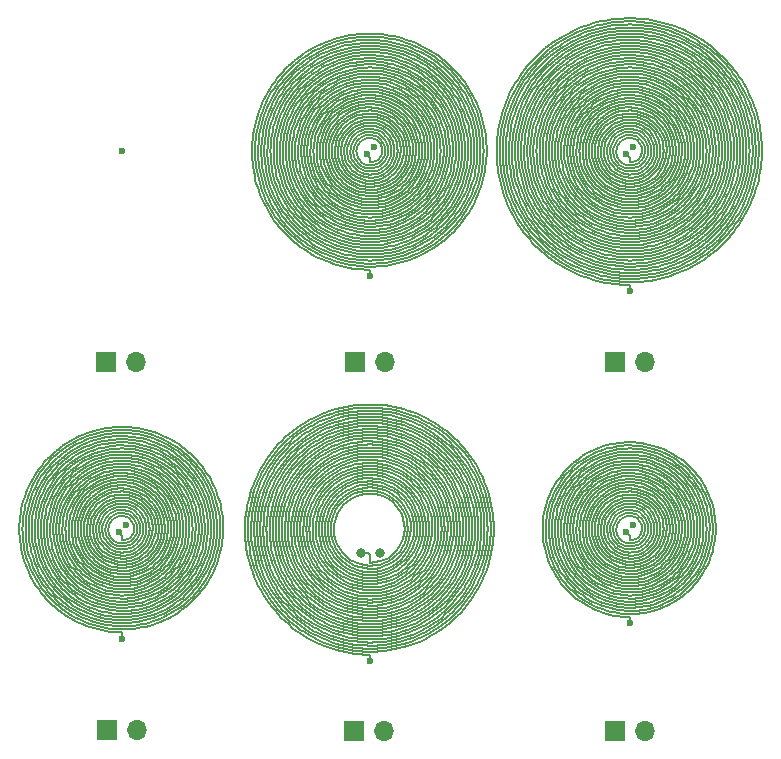
<source format=gbr>
%TF.GenerationSoftware,KiCad,Pcbnew,(5.1.6)-1*%
%TF.CreationDate,2020-09-18T13:43:39+05:30*%
%TF.ProjectId,PCB Electromagnet,50434220-456c-4656-9374-726f6d61676e,rev?*%
%TF.SameCoordinates,Original*%
%TF.FileFunction,Copper,L2,Inr*%
%TF.FilePolarity,Positive*%
%FSLAX46Y46*%
G04 Gerber Fmt 4.6, Leading zero omitted, Abs format (unit mm)*
G04 Created by KiCad (PCBNEW (5.1.6)-1) date 2020-09-18 13:43:39*
%MOMM*%
%LPD*%
G01*
G04 APERTURE LIST*
%TA.AperFunction,ViaPad*%
%ADD10R,1.700000X1.700000*%
%TD*%
%TA.AperFunction,ViaPad*%
%ADD11O,1.700000X1.700000*%
%TD*%
%TA.AperFunction,ViaPad*%
%ADD12C,0.600000*%
%TD*%
%TA.AperFunction,ViaPad*%
%ADD13C,0.800000*%
%TD*%
%TA.AperFunction,Conductor*%
%ADD14C,0.130000*%
%TD*%
G04 APERTURE END LIST*
D10*
%TO.N,Net-(J1-Pad1)*%
%TO.C,J1*%
X58600000Y-77900000D03*
D11*
X61140000Y-77900000D03*
%TD*%
D10*
%TO.N,Net-(J2-Pad1)*%
%TO.C,J2*%
X79700000Y-77900000D03*
D11*
X82240000Y-77900000D03*
%TD*%
D10*
%TO.N,Net-(J3-Pad1)*%
%TO.C,J3*%
X101700000Y-77900000D03*
D11*
X104240000Y-77900000D03*
%TD*%
D10*
%TO.N,Net-(J4-Pad1)*%
%TO.C,J4*%
X58700000Y-109000000D03*
D11*
X61240000Y-109000000D03*
%TD*%
%TO.N,Net-(J5-Pad1)*%
%TO.C,J5*%
X82140000Y-109100000D03*
D10*
X79600000Y-109100000D03*
%TD*%
%TO.N,Net-(J6-Pad1)*%
%TO.C,J6*%
X101700000Y-109100000D03*
D11*
X104240000Y-109100000D03*
%TD*%
D12*
%TO.N,Net-(J1-Pad1)*%
X60000000Y-60000000D03*
%TO.N,Net-(J2-Pad1)*%
X80700000Y-60300000D03*
X81300000Y-59700000D03*
X81000000Y-70600000D03*
%TO.N,Net-(J3-Pad1)*%
X102700000Y-60300000D03*
X103300000Y-59700000D03*
X103000000Y-71900000D03*
%TO.N,Net-(J4-Pad1)*%
X59700000Y-92300000D03*
X60300000Y-91700000D03*
X60000000Y-101300000D03*
D13*
%TO.N,Net-(J5-Pad1)*%
X80200000Y-94000000D03*
X81800000Y-94000000D03*
D12*
X81000000Y-103200000D03*
%TO.N,Net-(J6-Pad1)*%
X102700000Y-92300000D03*
X103300000Y-91700000D03*
X103000000Y-100000000D03*
%TD*%
D14*
%TO.N,Net-(J2-Pad1)*%
X81000000Y-60960000D02*
X81137463Y-60956078D01*
X81137463Y-60956078D02*
X81273793Y-60932453D01*
X81273793Y-60932453D02*
X81406163Y-60889372D01*
X81406163Y-60889372D02*
X81531794Y-60827488D01*
X81531794Y-60827488D02*
X81648014Y-60747849D01*
X81648014Y-60747849D02*
X81752314Y-60651884D01*
X81752314Y-60651884D02*
X81842401Y-60541378D01*
X81842401Y-60541378D02*
X81916248Y-60418436D01*
X81916248Y-60418436D02*
X81972141Y-60285446D01*
X81972141Y-60285446D02*
X82008718Y-60145032D01*
X82008718Y-60145032D02*
X82025000Y-60000000D01*
X82025000Y-60000000D02*
X82020416Y-59853286D01*
X82020416Y-59853286D02*
X81994820Y-59707895D01*
X81994820Y-59707895D02*
X81948498Y-59566835D01*
X81948498Y-59566835D02*
X81882169Y-59433064D01*
X81882169Y-59433064D02*
X81796972Y-59309420D01*
X81796972Y-59309420D02*
X81694450Y-59198562D01*
X81694450Y-59198562D02*
X81576520Y-59102918D01*
X81576520Y-59102918D02*
X81445438Y-59024626D01*
X81445438Y-59024626D02*
X81303759Y-58965492D01*
X81303759Y-58965492D02*
X81154282Y-58926944D01*
X81154282Y-58926944D02*
X81000000Y-58910000D01*
X81000000Y-58910000D02*
X80844036Y-58915246D01*
X80844036Y-58915246D02*
X80689582Y-58942813D01*
X80689582Y-58942813D02*
X80539833Y-58992376D01*
X80539833Y-58992376D02*
X80397923Y-59063149D01*
X80397923Y-59063149D02*
X80266854Y-59153904D01*
X80266854Y-59153904D02*
X80149438Y-59262984D01*
X80149438Y-59262984D02*
X80048236Y-59388339D01*
X80048236Y-59388339D02*
X79965500Y-59527560D01*
X79965500Y-59527560D02*
X79903125Y-59677928D01*
X79903125Y-59677928D02*
X79862605Y-59836467D01*
X79862605Y-59836467D02*
X79845000Y-60000000D01*
X79845000Y-60000000D02*
X79850907Y-60165215D01*
X79850907Y-60165215D02*
X79880446Y-60328731D01*
X79880446Y-60328731D02*
X79933250Y-60487169D01*
X79933250Y-60487169D02*
X80008468Y-60637219D01*
X80008468Y-60637219D02*
X80104780Y-60775712D01*
X80104780Y-60775712D02*
X80220418Y-60899686D01*
X80220418Y-60899686D02*
X80353197Y-61006445D01*
X80353197Y-61006445D02*
X80500558Y-61093626D01*
X80500558Y-61093626D02*
X80659616Y-61159242D01*
X80659616Y-61159242D02*
X80827217Y-61201733D01*
X80827217Y-61201733D02*
X81000000Y-61220000D01*
X81000000Y-61220000D02*
X81159949Y-61214933D01*
X81159949Y-61214933D02*
X81318563Y-61188894D01*
X81318563Y-61188894D02*
X81473092Y-61142146D01*
X81473092Y-61142146D02*
X81620833Y-61075315D01*
X81620833Y-61075315D02*
X81759176Y-60989378D01*
X81759176Y-60989378D02*
X81885651Y-60885651D01*
X81885651Y-60885651D02*
X81997972Y-60765771D01*
X81997972Y-60765771D02*
X82094079Y-60631667D01*
X82094079Y-60631667D02*
X82172172Y-60485530D01*
X82172172Y-60485530D02*
X82230750Y-60329779D01*
X82230750Y-60329779D02*
X82268636Y-60167019D01*
X82268636Y-60167019D02*
X82285000Y-60000000D01*
X82285000Y-60000000D02*
X82279377Y-59831567D01*
X82279377Y-59831567D02*
X82251679Y-59664614D01*
X82251679Y-59664614D02*
X82202198Y-59502033D01*
X82202198Y-59502033D02*
X82131607Y-59346667D01*
X82131607Y-59346667D02*
X82040946Y-59201254D01*
X82040946Y-59201254D02*
X81931613Y-59068387D01*
X81931613Y-59068387D02*
X81805341Y-58950460D01*
X81805341Y-58950460D02*
X81664167Y-58849630D01*
X81664167Y-58849630D02*
X81510404Y-58767776D01*
X81510404Y-58767776D02*
X81346602Y-58706464D01*
X81346602Y-58706464D02*
X81175503Y-58666920D01*
X81175503Y-58666920D02*
X81000000Y-58650000D01*
X81000000Y-58650000D02*
X80823083Y-58656179D01*
X80823083Y-58656179D02*
X80647790Y-58685536D01*
X80647790Y-58685536D02*
X80477159Y-58737750D01*
X80477159Y-58737750D02*
X80314167Y-58812102D01*
X80314167Y-58812102D02*
X80161685Y-58907486D01*
X80161685Y-58907486D02*
X80022425Y-59022425D01*
X80022425Y-59022425D02*
X79898892Y-59155090D01*
X79898892Y-59155090D02*
X79793338Y-59303333D01*
X79793338Y-59303333D02*
X79707724Y-59464722D01*
X79707724Y-59464722D02*
X79643679Y-59636575D01*
X79643679Y-59636575D02*
X79602476Y-59816012D01*
X79602476Y-59816012D02*
X79585000Y-60000000D01*
X79585000Y-60000000D02*
X79591735Y-60185402D01*
X79591735Y-60185402D02*
X79622751Y-60369033D01*
X79622751Y-60369033D02*
X79677697Y-60547716D01*
X79677697Y-60547716D02*
X79755810Y-60718333D01*
X79755810Y-60718333D02*
X79855918Y-60877885D01*
X79855918Y-60877885D02*
X79976463Y-61023537D01*
X79976463Y-61023537D02*
X80115520Y-61152676D01*
X80115520Y-61152676D02*
X80270833Y-61262954D01*
X80270833Y-61262954D02*
X80439847Y-61352329D01*
X80439847Y-61352329D02*
X80619752Y-61419106D01*
X80619752Y-61419106D02*
X80807528Y-61461968D01*
X80807528Y-61461968D02*
X81000000Y-61480000D01*
X81000000Y-61480000D02*
X81178997Y-61474173D01*
X81178997Y-61474173D02*
X81356580Y-61446703D01*
X81356580Y-61446703D02*
X81530134Y-61397849D01*
X81530134Y-61397849D02*
X81697085Y-61328184D01*
X81697085Y-61328184D02*
X81854937Y-61238591D01*
X81854937Y-61238591D02*
X82001315Y-61130251D01*
X82001315Y-61130251D02*
X82133994Y-61004631D01*
X82133994Y-61004631D02*
X82250935Y-60863458D01*
X82250935Y-60863458D02*
X82350320Y-60708703D01*
X82350320Y-60708703D02*
X82430575Y-60542545D01*
X82430575Y-60542545D02*
X82490396Y-60367350D01*
X82490396Y-60367350D02*
X82528772Y-60185626D01*
X82528772Y-60185626D02*
X82545000Y-60000000D01*
X82545000Y-60000000D02*
X82538699Y-59813168D01*
X82538699Y-59813168D02*
X82509815Y-59627864D01*
X82509815Y-59627864D02*
X82458625Y-59446816D01*
X82458625Y-59446816D02*
X82385739Y-59272708D01*
X82385739Y-59272708D02*
X82292085Y-59108138D01*
X82292085Y-59108138D02*
X82178904Y-58955582D01*
X82178904Y-58955582D02*
X82047734Y-58817353D01*
X82047734Y-58817353D02*
X81900383Y-58695571D01*
X81900383Y-58695571D02*
X81738910Y-58592125D01*
X81738910Y-58592125D02*
X81565595Y-58508649D01*
X81565595Y-58508649D02*
X81382905Y-58446493D01*
X81382905Y-58446493D02*
X81193461Y-58406702D01*
X81193461Y-58406702D02*
X81000000Y-58390000D01*
X81000000Y-58390000D02*
X80805333Y-58396775D01*
X80805333Y-58396775D02*
X80612309Y-58427074D01*
X80612309Y-58427074D02*
X80423767Y-58480599D01*
X80423767Y-58480599D02*
X80242501Y-58556707D01*
X80242501Y-58556707D02*
X80071214Y-58654421D01*
X80071214Y-58654421D02*
X79912479Y-58772442D01*
X79912479Y-58772442D02*
X79768700Y-58909163D01*
X79768700Y-58909163D02*
X79642077Y-59062693D01*
X79642077Y-59062693D02*
X79534570Y-59230883D01*
X79534570Y-59230883D02*
X79447873Y-59411356D01*
X79447873Y-59411356D02*
X79383382Y-59601539D01*
X79383382Y-59601539D02*
X79342176Y-59798704D01*
X79342176Y-59798704D02*
X79325000Y-60000000D01*
X79325000Y-60000000D02*
X79332249Y-60202502D01*
X79332249Y-60202502D02*
X79363963Y-60403247D01*
X79363963Y-60403247D02*
X79419823Y-60599282D01*
X79419823Y-60599282D02*
X79499152Y-60787706D01*
X79499152Y-60787706D02*
X79600927Y-60965710D01*
X79600927Y-60965710D02*
X79723789Y-61130624D01*
X79723789Y-61130624D02*
X79866060Y-61279953D01*
X79866060Y-61279953D02*
X80025769Y-61411417D01*
X80025769Y-61411417D02*
X80200676Y-61522984D01*
X80200676Y-61522984D02*
X80388307Y-61612903D01*
X80388307Y-61612903D02*
X80585984Y-61679729D01*
X80585984Y-61679729D02*
X80790869Y-61722350D01*
X80790869Y-61722350D02*
X81000000Y-61740000D01*
X81000000Y-61740000D02*
X81195338Y-61733673D01*
X81195338Y-61733673D02*
X81389253Y-61705427D01*
X81389253Y-61705427D02*
X81579286Y-61655504D01*
X81579286Y-61655504D02*
X81763016Y-61584418D01*
X81763016Y-61584418D02*
X81938087Y-61492956D01*
X81938087Y-61492956D02*
X82102241Y-61382166D01*
X82102241Y-61382166D02*
X82253347Y-61253347D01*
X82253347Y-61253347D02*
X82389426Y-61108030D01*
X82389426Y-61108030D02*
X82508681Y-60947967D01*
X82508681Y-60947967D02*
X82609517Y-60775102D01*
X82609517Y-60775102D02*
X82690562Y-60591553D01*
X82690562Y-60591553D02*
X82750692Y-60399584D01*
X82750692Y-60399584D02*
X82789037Y-60201576D01*
X82789037Y-60201576D02*
X82805000Y-60000000D01*
X82805000Y-60000000D02*
X82798264Y-59797384D01*
X82798264Y-59797384D02*
X82768798Y-59596283D01*
X82768798Y-59596283D02*
X82716856Y-59399246D01*
X82716856Y-59399246D02*
X82642981Y-59208782D01*
X82642981Y-59208782D02*
X82547993Y-59027331D01*
X82547993Y-59027331D02*
X82432985Y-58857232D01*
X82432985Y-58857232D02*
X82299309Y-58700691D01*
X82299309Y-58700691D02*
X82148557Y-58559755D01*
X82148557Y-58559755D02*
X81982549Y-58436282D01*
X81982549Y-58436282D02*
X81803305Y-58331920D01*
X81803305Y-58331920D02*
X81613022Y-58248085D01*
X81613022Y-58248085D02*
X81414048Y-58185938D01*
X81414048Y-58185938D02*
X81208854Y-58146372D01*
X81208854Y-58146372D02*
X81000000Y-58130000D01*
X81000000Y-58130000D02*
X80790107Y-58137145D01*
X80790107Y-58137145D02*
X80581820Y-58167832D01*
X80581820Y-58167832D02*
X80377778Y-58221791D01*
X80377778Y-58221791D02*
X80180580Y-58298456D01*
X80180580Y-58298456D02*
X79992749Y-58396970D01*
X79992749Y-58396970D02*
X79816705Y-58516196D01*
X79816705Y-58516196D02*
X79654729Y-58654729D01*
X79654729Y-58654729D02*
X79508936Y-58810916D01*
X79508936Y-58810916D02*
X79381245Y-58982869D01*
X79381245Y-58982869D02*
X79273358Y-59168493D01*
X79273358Y-59168493D02*
X79186733Y-59365510D01*
X79186733Y-59365510D02*
X79122567Y-59571488D01*
X79122567Y-59571488D02*
X79081781Y-59783869D01*
X79081781Y-59783869D02*
X79065000Y-60000000D01*
X79065000Y-60000000D02*
X79072553Y-60217171D01*
X79072553Y-60217171D02*
X79104462Y-60432644D01*
X79104462Y-60432644D02*
X79160439Y-60643690D01*
X79160439Y-60643690D02*
X79239893Y-60847623D01*
X79239893Y-60847623D02*
X79341933Y-61041833D01*
X79341933Y-61041833D02*
X79465376Y-61223821D01*
X79465376Y-61223821D02*
X79608767Y-61391233D01*
X79608767Y-61391233D02*
X79770389Y-61541883D01*
X79770389Y-61541883D02*
X79948287Y-61673792D01*
X79948287Y-61673792D02*
X80140290Y-61785205D01*
X80140290Y-61785205D02*
X80344042Y-61874620D01*
X80344042Y-61874620D02*
X80557024Y-61940803D01*
X80557024Y-61940803D02*
X80776591Y-61982811D01*
X80776591Y-61982811D02*
X81000000Y-62000000D01*
X81000000Y-62000000D02*
X81209510Y-61993353D01*
X81209510Y-61993353D02*
X81417625Y-61964772D01*
X81417625Y-61964772D02*
X81622051Y-61914477D01*
X81622051Y-61914477D02*
X81820523Y-61842926D01*
X81820523Y-61842926D02*
X82010833Y-61750815D01*
X82010833Y-61750815D02*
X82190853Y-61639068D01*
X82190853Y-61639068D02*
X82358558Y-61508832D01*
X82358558Y-61508832D02*
X82512052Y-61361458D01*
X82512052Y-61361458D02*
X82649586Y-61198494D01*
X82649586Y-61198494D02*
X82769579Y-61021667D01*
X82769579Y-61021667D02*
X82870637Y-60832861D01*
X82870637Y-60832861D02*
X82951568Y-60634103D01*
X82951568Y-60634103D02*
X83011398Y-60427536D01*
X83011398Y-60427536D02*
X83049378Y-60215398D01*
X83049378Y-60215398D02*
X83065000Y-60000000D01*
X83065000Y-60000000D02*
X83057997Y-59783696D01*
X83057997Y-59783696D02*
X83028352Y-59568860D01*
X83028352Y-59568860D02*
X82976295Y-59357863D01*
X82976295Y-59357863D02*
X82902306Y-59153039D01*
X82902306Y-59153039D02*
X82807106Y-58956667D01*
X82807106Y-58956667D02*
X82691655Y-58770941D01*
X82691655Y-58770941D02*
X82557136Y-58597948D01*
X82557136Y-58597948D02*
X82404951Y-58439644D01*
X82404951Y-58439644D02*
X82236700Y-58297828D01*
X82236700Y-58297828D02*
X82054167Y-58174130D01*
X82054167Y-58174130D02*
X81859299Y-58069983D01*
X81859299Y-58069983D02*
X81654189Y-57986613D01*
X81654189Y-57986613D02*
X81441050Y-57925023D01*
X81441050Y-57925023D02*
X81222193Y-57885978D01*
X81222193Y-57885978D02*
X81000000Y-57870000D01*
X81000000Y-57870000D02*
X80776901Y-57877359D01*
X80776901Y-57877359D02*
X80555346Y-57908068D01*
X80555346Y-57908068D02*
X80337777Y-57961886D01*
X80337777Y-57961886D02*
X80126601Y-58038313D01*
X80126601Y-58038313D02*
X79924167Y-58136602D01*
X79924167Y-58136602D02*
X79732735Y-58255759D01*
X79732735Y-58255759D02*
X79554455Y-58394559D01*
X79554455Y-58394559D02*
X79391339Y-58551555D01*
X79391339Y-58551555D02*
X79245242Y-58725094D01*
X79245242Y-58725094D02*
X79117838Y-58913333D01*
X79117838Y-58913333D02*
X79010603Y-59114263D01*
X79010603Y-59114263D02*
X78924795Y-59325725D01*
X78924795Y-59325725D02*
X78861443Y-59545436D01*
X78861443Y-59545436D02*
X78821334Y-59771013D01*
X78821334Y-59771013D02*
X78805000Y-60000000D01*
X78805000Y-60000000D02*
X78812715Y-60229893D01*
X78812715Y-60229893D02*
X78844489Y-60458168D01*
X78844489Y-60458168D02*
X78900067Y-60682310D01*
X78900067Y-60682310D02*
X78978933Y-60899837D01*
X78978933Y-60899837D02*
X79080310Y-61108333D01*
X79080310Y-61108333D02*
X79203173Y-61305471D01*
X79203173Y-61305471D02*
X79346255Y-61489039D01*
X79346255Y-61489039D02*
X79508062Y-61656965D01*
X79508062Y-61656965D02*
X79686888Y-61807344D01*
X79686888Y-61807344D02*
X79880833Y-61938454D01*
X79880833Y-61938454D02*
X80087825Y-62048778D01*
X80087825Y-62048778D02*
X80305639Y-62137024D01*
X80305639Y-62137024D02*
X80531921Y-62202136D01*
X80531921Y-62202136D02*
X80764219Y-62243310D01*
X80764219Y-62243310D02*
X81000000Y-62260000D01*
X81000000Y-62260000D02*
X81221917Y-62253160D01*
X81221917Y-62253160D02*
X81442489Y-62224544D01*
X81442489Y-62224544D02*
X81659581Y-62174348D01*
X81659581Y-62174348D02*
X81871083Y-62102981D01*
X81871083Y-62102981D02*
X82074932Y-62011056D01*
X82074932Y-62011056D02*
X82269131Y-61899388D01*
X82269131Y-61899388D02*
X82451769Y-61768986D01*
X82451769Y-61768986D02*
X82621042Y-61621042D01*
X82621042Y-61621042D02*
X82775267Y-61456924D01*
X82775267Y-61456924D02*
X82912900Y-61278159D01*
X82912900Y-61278159D02*
X83032553Y-61086422D01*
X83032553Y-61086422D02*
X83133007Y-60883520D01*
X83133007Y-60883520D02*
X83213224Y-60671374D01*
X83213224Y-60671374D02*
X83272357Y-60452000D01*
X83272357Y-60452000D02*
X83309762Y-60227492D01*
X83309762Y-60227492D02*
X83325000Y-60000000D01*
X83325000Y-60000000D02*
X83317847Y-59771712D01*
X83317847Y-59771712D02*
X83288295Y-59544830D01*
X83288295Y-59544830D02*
X83236549Y-59321550D01*
X83236549Y-59321550D02*
X83163033Y-59104042D01*
X83163033Y-59104042D02*
X83068381Y-58894427D01*
X83068381Y-58894427D02*
X82953434Y-58694757D01*
X82953434Y-58694757D02*
X82819232Y-58506995D01*
X82819232Y-58506995D02*
X82667004Y-58332996D01*
X82667004Y-58332996D02*
X82498159Y-58174488D01*
X82498159Y-58174488D02*
X82314271Y-58033055D01*
X82314271Y-58033055D02*
X82117063Y-57910122D01*
X82117063Y-57910122D02*
X81908395Y-57806941D01*
X81908395Y-57806941D02*
X81690243Y-57724575D01*
X81690243Y-57724575D02*
X81464681Y-57663892D01*
X81464681Y-57663892D02*
X81233863Y-57625551D01*
X81233863Y-57625551D02*
X81000000Y-57610000D01*
X81000000Y-57610000D02*
X80765341Y-57617466D01*
X80765341Y-57617466D02*
X80532149Y-57647954D01*
X80532149Y-57647954D02*
X80302682Y-57701250D01*
X80302682Y-57701250D02*
X80079168Y-57776915D01*
X80079168Y-57776915D02*
X79863787Y-57874294D01*
X79863787Y-57874294D02*
X79658645Y-57992521D01*
X79658645Y-57992521D02*
X79465759Y-58130523D01*
X79465759Y-58130523D02*
X79287034Y-58287034D01*
X79287034Y-58287034D02*
X79124242Y-58460605D01*
X79124242Y-58460605D02*
X78979009Y-58649617D01*
X78979009Y-58649617D02*
X78852797Y-58852296D01*
X78852797Y-58852296D02*
X78746889Y-59066731D01*
X78746889Y-59066731D02*
X78662374Y-59290889D01*
X78662374Y-59290889D02*
X78600141Y-59522638D01*
X78600141Y-59522638D02*
X78560864Y-59759766D01*
X78560864Y-59759766D02*
X78545000Y-60000000D01*
X78545000Y-60000000D02*
X78552779Y-60241030D01*
X78552779Y-60241030D02*
X78584203Y-60480532D01*
X78584203Y-60480532D02*
X78639049Y-60716187D01*
X78639049Y-60716187D02*
X78716863Y-60945706D01*
X78716863Y-60945706D02*
X78816969Y-61166854D01*
X78816969Y-61166854D02*
X78938475Y-61377467D01*
X78938475Y-61377467D02*
X79080277Y-61575476D01*
X79080277Y-61575476D02*
X79241072Y-61758928D01*
X79241072Y-61758928D02*
X79419369Y-61926004D01*
X79419369Y-61926004D02*
X79613505Y-62075036D01*
X79613505Y-62075036D02*
X79821655Y-62204528D01*
X79821655Y-62204528D02*
X80041856Y-62313163D01*
X80041856Y-62313163D02*
X80272020Y-62399827D01*
X80272020Y-62399827D02*
X80509957Y-62463610D01*
X80509957Y-62463610D02*
X80753395Y-62503823D01*
X80753395Y-62503823D02*
X81000000Y-62520000D01*
X81000000Y-62520000D02*
X81232869Y-62513057D01*
X81232869Y-62513057D02*
X81464454Y-62484609D01*
X81464454Y-62484609D02*
X81692770Y-62434833D01*
X81692770Y-62434833D02*
X81915854Y-62364091D01*
X81915854Y-62364091D02*
X82131782Y-62272925D01*
X82131782Y-62272925D02*
X82338686Y-62162052D01*
X82338686Y-62162052D02*
X82534769Y-62032362D01*
X82534769Y-62032362D02*
X82718320Y-61884907D01*
X82718320Y-61884907D02*
X82887733Y-61720896D01*
X82887733Y-61720896D02*
X83041516Y-61541681D01*
X83041516Y-61541681D02*
X83178306Y-61348750D01*
X83178306Y-61348750D02*
X83296884Y-61143712D01*
X83296884Y-61143712D02*
X83396179Y-60928285D01*
X83396179Y-60928285D02*
X83475287Y-60704280D01*
X83475287Y-60704280D02*
X83533469Y-60473587D01*
X83533469Y-60473587D02*
X83570166Y-60238161D01*
X83570166Y-60238161D02*
X83585000Y-60000000D01*
X83585000Y-60000000D02*
X83577780Y-59761134D01*
X83577780Y-59761134D02*
X83548502Y-59523602D01*
X83548502Y-59523602D02*
X83497352Y-59289442D01*
X83497352Y-59289442D02*
X83424702Y-59060665D01*
X83424702Y-59060665D02*
X83331111Y-58839245D01*
X83331111Y-58839245D02*
X83217316Y-58627096D01*
X83217316Y-58627096D02*
X83084233Y-58426060D01*
X83084233Y-58426060D02*
X82932943Y-58237890D01*
X82932943Y-58237890D02*
X82764686Y-58064231D01*
X82764686Y-58064231D02*
X82580852Y-57906613D01*
X82580852Y-57906613D02*
X82382968Y-57766430D01*
X82382968Y-57766430D02*
X82172685Y-57644931D01*
X82172685Y-57644931D02*
X81951766Y-57543210D01*
X81951766Y-57543210D02*
X81722068Y-57462195D01*
X81722068Y-57462195D02*
X81485531Y-57402638D01*
X81485531Y-57402638D02*
X81244158Y-57365112D01*
X81244158Y-57365112D02*
X81000000Y-57350000D01*
X81000000Y-57350000D02*
X80755136Y-57357497D01*
X80755136Y-57357497D02*
X80511659Y-57387604D01*
X80511659Y-57387604D02*
X80271654Y-57440129D01*
X80271654Y-57440129D02*
X80037185Y-57514687D01*
X80037185Y-57514687D02*
X79810272Y-57610704D01*
X79810272Y-57610704D02*
X79592878Y-57727420D01*
X79592878Y-57727420D02*
X79386889Y-57863896D01*
X79386889Y-57863896D02*
X79194099Y-58019021D01*
X79194099Y-58019021D02*
X79016196Y-58191523D01*
X79016196Y-58191523D02*
X78854742Y-58379976D01*
X78854742Y-58379976D02*
X78711165Y-58582814D01*
X78711165Y-58582814D02*
X78586745Y-58798342D01*
X78586745Y-58798342D02*
X78482599Y-59024754D01*
X78482599Y-59024754D02*
X78399676Y-59260144D01*
X78399676Y-59260144D02*
X78338745Y-59502525D01*
X78338745Y-59502525D02*
X78300389Y-59749844D01*
X78300389Y-59749844D02*
X78285000Y-60000000D01*
X78285000Y-60000000D02*
X78292774Y-60250861D01*
X78292774Y-60250861D02*
X78323711Y-60500285D01*
X78323711Y-60500285D02*
X78377611Y-60746134D01*
X78377611Y-60746134D02*
X78454077Y-60986296D01*
X78454077Y-60986296D02*
X78552518Y-61218701D01*
X78552518Y-61218701D02*
X78672155Y-61441340D01*
X78672155Y-61441340D02*
X78812025Y-61652282D01*
X78812025Y-61652282D02*
X78970986Y-61849691D01*
X78970986Y-61849691D02*
X79147733Y-62031840D01*
X79147733Y-62031840D02*
X79340805Y-62197129D01*
X79340805Y-62197129D02*
X79548596Y-62344099D01*
X79548596Y-62344099D02*
X79769369Y-62471441D01*
X79769369Y-62471441D02*
X80001273Y-62578011D01*
X80001273Y-62578011D02*
X80242356Y-62662843D01*
X80242356Y-62662843D02*
X80490581Y-62725148D01*
X80490581Y-62725148D02*
X80743847Y-62764334D01*
X80743847Y-62764334D02*
X81000000Y-62780000D01*
X81000000Y-62780000D02*
X81242608Y-62773019D01*
X81242608Y-62773019D02*
X81483996Y-62744878D01*
X81483996Y-62744878D02*
X81722321Y-62695738D01*
X81722321Y-62695738D02*
X81955756Y-62625919D01*
X81955756Y-62625919D02*
X82182509Y-62535900D01*
X82182509Y-62535900D02*
X82400833Y-62426315D01*
X82400833Y-62426315D02*
X82609041Y-62297949D01*
X82609041Y-62297949D02*
X82805519Y-62151734D01*
X82805519Y-62151734D02*
X82988738Y-61988738D01*
X82988738Y-61988738D02*
X83157266Y-61810161D01*
X83157266Y-61810161D02*
X83309781Y-61617326D01*
X83309781Y-61617326D02*
X83445078Y-61411667D01*
X83445078Y-61411667D02*
X83562082Y-61194718D01*
X83562082Y-61194718D02*
X83659852Y-60968107D01*
X83659852Y-60968107D02*
X83737595Y-60733536D01*
X83737595Y-60733536D02*
X83794666Y-60492775D01*
X83794666Y-60492775D02*
X83830577Y-60247643D01*
X83830577Y-60247643D02*
X83845000Y-60000000D01*
X83845000Y-60000000D02*
X83837771Y-59751727D01*
X83837771Y-59751727D02*
X83808891Y-59504717D01*
X83808891Y-59504717D02*
X83758523Y-59260856D01*
X83758523Y-59260856D02*
X83686999Y-59022012D01*
X83686999Y-59022012D02*
X83594810Y-58790020D01*
X83594810Y-58790020D02*
X83482606Y-58566667D01*
X83482606Y-58566667D02*
X83351194Y-58353676D01*
X83351194Y-58353676D02*
X83201527Y-58152700D01*
X83201527Y-58152700D02*
X83034700Y-57965300D01*
X83034700Y-57965300D02*
X82851943Y-57792941D01*
X82851943Y-57792941D02*
X82654609Y-57636974D01*
X82654609Y-57636974D02*
X82444167Y-57498630D01*
X82444167Y-57498630D02*
X82222189Y-57379008D01*
X82222189Y-57379008D02*
X81990338Y-57279068D01*
X81990338Y-57279068D02*
X81750360Y-57199620D01*
X81750360Y-57199620D02*
X81504062Y-57141322D01*
X81504062Y-57141322D02*
X81253308Y-57104671D01*
X81253308Y-57104671D02*
X81000000Y-57090000D01*
X81000000Y-57090000D02*
X80746062Y-57097476D01*
X80746062Y-57097476D02*
X80493430Y-57127097D01*
X80493430Y-57127097D02*
X80244033Y-57178692D01*
X80244033Y-57178692D02*
X79999781Y-57251921D01*
X79999781Y-57251921D02*
X79762550Y-57346280D01*
X79762550Y-57346280D02*
X79534167Y-57461102D01*
X79534167Y-57461102D02*
X79316394Y-57595561D01*
X79316394Y-57595561D02*
X79110919Y-57748680D01*
X79110919Y-57748680D02*
X78919338Y-57919338D01*
X78919338Y-57919338D02*
X78743148Y-58106276D01*
X78743148Y-58106276D02*
X78583729Y-58308109D01*
X78583729Y-58308109D02*
X78442338Y-58523333D01*
X78442338Y-58523333D02*
X78320098Y-58750341D01*
X78320098Y-58750341D02*
X78217988Y-58987430D01*
X78217988Y-58987430D02*
X78136835Y-59232817D01*
X78136835Y-59232817D02*
X78077309Y-59484651D01*
X78077309Y-59484651D02*
X78039918Y-59741026D01*
X78039918Y-59741026D02*
X78025000Y-60000000D01*
X78025000Y-60000000D02*
X78032723Y-60259603D01*
X78032723Y-60259603D02*
X78063084Y-60517857D01*
X78063084Y-60517857D02*
X78115906Y-60772791D01*
X78115906Y-60772791D02*
X78190841Y-61022450D01*
X78190841Y-61022450D02*
X78287370Y-61264920D01*
X78287370Y-61264920D02*
X78404811Y-61498333D01*
X78404811Y-61498333D02*
X78542316Y-61720889D01*
X78542316Y-61720889D02*
X78698888Y-61930863D01*
X78698888Y-61930863D02*
X78873376Y-62126624D01*
X78873376Y-62126624D02*
X79064495Y-62306645D01*
X79064495Y-62306645D02*
X79270826Y-62469516D01*
X79270826Y-62469516D02*
X79490833Y-62613953D01*
X79490833Y-62613953D02*
X79722871Y-62738812D01*
X79722871Y-62738812D02*
X79965199Y-62843092D01*
X79965199Y-62843092D02*
X80215994Y-62925950D01*
X80215994Y-62925950D02*
X80473364Y-62986703D01*
X80473364Y-62986703D02*
X80735361Y-63024835D01*
X80735361Y-63024835D02*
X81000000Y-63040000D01*
X81000000Y-63040000D02*
X81251324Y-63033026D01*
X81251324Y-63033026D02*
X81501494Y-63005287D01*
X81501494Y-63005287D02*
X81748795Y-62956926D01*
X81748795Y-62956926D02*
X81991530Y-62888227D01*
X81991530Y-62888227D02*
X82228025Y-62799615D01*
X82228025Y-62799615D02*
X82456650Y-62691653D01*
X82456650Y-62691653D02*
X82675820Y-62565034D01*
X82675820Y-62565034D02*
X82884017Y-62420585D01*
X82884017Y-62420585D02*
X83079789Y-62259253D01*
X83079789Y-62259253D02*
X83261770Y-62082106D01*
X83261770Y-62082106D02*
X83428684Y-61890320D01*
X83428684Y-61890320D02*
X83579354Y-61685176D01*
X83579354Y-61685176D02*
X83712714Y-61468047D01*
X83712714Y-61468047D02*
X83827812Y-61240393D01*
X83827812Y-61240393D02*
X83923820Y-61003749D01*
X83923820Y-61003749D02*
X84000039Y-60759713D01*
X84000039Y-60759713D02*
X84055903Y-60509940D01*
X84055903Y-60509940D02*
X84090985Y-60256126D01*
X84090985Y-60256126D02*
X84105000Y-60000000D01*
X84105000Y-60000000D02*
X84097804Y-59743309D01*
X84097804Y-59743309D02*
X84069401Y-59487808D01*
X84069401Y-59487808D02*
X84019937Y-59235248D01*
X84019937Y-59235248D02*
X83949705Y-58987365D01*
X83949705Y-58987365D02*
X83859141Y-58745865D01*
X83859141Y-58745865D02*
X83748818Y-58512414D01*
X83748818Y-58512414D02*
X83619450Y-58288628D01*
X83619450Y-58288628D02*
X83471879Y-58076059D01*
X83471879Y-58076059D02*
X83307075Y-57876188D01*
X83307075Y-57876188D02*
X83126129Y-57690408D01*
X83126129Y-57690408D02*
X82930244Y-57520022D01*
X82930244Y-57520022D02*
X82720728Y-57366230D01*
X82720728Y-57366230D02*
X82498984Y-57230121D01*
X82498984Y-57230121D02*
X82266503Y-57112663D01*
X82266503Y-57112663D02*
X82024854Y-57014702D01*
X82024854Y-57014702D02*
X81775670Y-56936950D01*
X81775670Y-56936950D02*
X81520639Y-56879983D01*
X81520639Y-56879983D02*
X81261494Y-56844237D01*
X81261494Y-56844237D02*
X81000000Y-56830000D01*
X81000000Y-56830000D02*
X80737941Y-56837418D01*
X80737941Y-56837418D02*
X80477109Y-56866486D01*
X80477109Y-56866486D02*
X80219292Y-56917052D01*
X80219292Y-56917052D02*
X79966259Y-56988817D01*
X79966259Y-56988817D02*
X79719754Y-57081334D01*
X79719754Y-57081334D02*
X79481477Y-57194016D01*
X79481477Y-57194016D02*
X79253076Y-57326134D01*
X79253076Y-57326134D02*
X79036136Y-57476827D01*
X79036136Y-57476827D02*
X78832164Y-57645103D01*
X78832164Y-57645103D02*
X78642586Y-57829847D01*
X78642586Y-57829847D02*
X78468728Y-58029832D01*
X78468728Y-58029832D02*
X78311814Y-58243721D01*
X78311814Y-58243721D02*
X78172955Y-58470080D01*
X78172955Y-58470080D02*
X78053138Y-58707386D01*
X78053138Y-58707386D02*
X77953224Y-58954040D01*
X77953224Y-58954040D02*
X77873939Y-59208374D01*
X77873939Y-59208374D02*
X77815870Y-59468663D01*
X77815870Y-59468663D02*
X77779459Y-59733138D01*
X77779459Y-59733138D02*
X77765000Y-60000000D01*
X77765000Y-60000000D02*
X77772640Y-60267427D01*
X77772640Y-60267427D02*
X77802372Y-60533590D01*
X77802372Y-60533590D02*
X77854041Y-60796665D01*
X77854041Y-60796665D02*
X77927338Y-61054846D01*
X77927338Y-61054846D02*
X78021809Y-61306356D01*
X78021809Y-61306356D02*
X78136850Y-61549459D01*
X78136850Y-61549459D02*
X78271719Y-61782475D01*
X78271719Y-61782475D02*
X78425533Y-62003788D01*
X78425533Y-62003788D02*
X78597281Y-62211859D01*
X78597281Y-62211859D02*
X78785824Y-62405236D01*
X78785824Y-62405236D02*
X78989908Y-62582566D01*
X78989908Y-62582566D02*
X79208169Y-62742601D01*
X79208169Y-62742601D02*
X79439143Y-62884211D01*
X79439143Y-62884211D02*
X79681276Y-63006387D01*
X79681276Y-63006387D02*
X79932935Y-63108254D01*
X79932935Y-63108254D02*
X80192417Y-63189072D01*
X80192417Y-63189072D02*
X80457964Y-63248244D01*
X80457964Y-63248244D02*
X80727771Y-63285319D01*
X80727771Y-63285319D02*
X81000000Y-63300000D01*
X81000000Y-63300000D02*
X81259170Y-63293067D01*
X81259170Y-63293067D02*
X81517251Y-63265791D01*
X81517251Y-63265791D02*
X81772646Y-63218301D01*
X81772646Y-63218301D02*
X82023773Y-63150850D01*
X82023773Y-63150850D02*
X82269074Y-63063815D01*
X82269074Y-63063815D02*
X82507021Y-62957696D01*
X82507021Y-62957696D02*
X82736132Y-62833110D01*
X82736132Y-62833110D02*
X82954974Y-62690791D01*
X82954974Y-62690791D02*
X83162175Y-62531582D01*
X83162175Y-62531582D02*
X83356433Y-62356433D01*
X83356433Y-62356433D02*
X83536524Y-62166396D01*
X83536524Y-62166396D02*
X83701308Y-61962615D01*
X83701308Y-61962615D02*
X83849737Y-61746321D01*
X83849737Y-61746321D02*
X83980862Y-61518825D01*
X83980862Y-61518825D02*
X84093842Y-61281511D01*
X84093842Y-61281511D02*
X84187941Y-61035825D01*
X84187941Y-61035825D02*
X84262544Y-60783268D01*
X84262544Y-60783268D02*
X84317151Y-60525385D01*
X84317151Y-60525385D02*
X84351387Y-60263760D01*
X84351387Y-60263760D02*
X84365000Y-60000000D01*
X84365000Y-60000000D02*
X84357867Y-59735730D01*
X84357867Y-59735730D02*
X84329991Y-59472581D01*
X84329991Y-59472581D02*
X84281505Y-59212180D01*
X84281505Y-59212180D02*
X84212669Y-58956141D01*
X84212669Y-58956141D02*
X84123868Y-58706052D01*
X84123868Y-58706052D02*
X84015612Y-58463469D01*
X84015612Y-58463469D02*
X83888532Y-58229905D01*
X83888532Y-58229905D02*
X83743377Y-58006820D01*
X83743377Y-58006820D02*
X83581008Y-57795611D01*
X83581008Y-57795611D02*
X83402395Y-57597605D01*
X83402395Y-57597605D02*
X83208610Y-57414049D01*
X83208610Y-57414049D02*
X83000821Y-57246106D01*
X83000821Y-57246106D02*
X82780283Y-57094842D01*
X82780283Y-57094842D02*
X82548335Y-56961222D01*
X82548335Y-56961222D02*
X82306386Y-56846106D01*
X82306386Y-56846106D02*
X82055911Y-56750240D01*
X82055911Y-56750240D02*
X81798442Y-56674252D01*
X81798442Y-56674252D02*
X81535553Y-56618649D01*
X81535553Y-56618649D02*
X81268860Y-56583814D01*
X81268860Y-56583814D02*
X81000000Y-56570000D01*
X81000000Y-56570000D02*
X80730630Y-56577334D01*
X80730630Y-56577334D02*
X80462413Y-56605809D01*
X80462413Y-56605809D02*
X80197006Y-56655291D01*
X80197006Y-56655291D02*
X79936054Y-56725512D01*
X79936054Y-56725512D02*
X79681177Y-56816080D01*
X79681177Y-56816080D02*
X79433960Y-56926473D01*
X79433960Y-56926473D02*
X79195943Y-57056047D01*
X79195943Y-57056047D02*
X78968614Y-57204037D01*
X78968614Y-57204037D02*
X78753397Y-57369566D01*
X78753397Y-57369566D02*
X78551643Y-57551643D01*
X78551643Y-57551643D02*
X78364623Y-57749175D01*
X78364623Y-57749175D02*
X78193520Y-57960973D01*
X78193520Y-57960973D02*
X78039420Y-58185754D01*
X78039420Y-58185754D02*
X77903307Y-58422156D01*
X77903307Y-58422156D02*
X77786054Y-58668740D01*
X77786054Y-58668740D02*
X77688421Y-58924003D01*
X77688421Y-58924003D02*
X77611048Y-59186385D01*
X77611048Y-59186385D02*
X77554449Y-59454278D01*
X77554449Y-59454278D02*
X77519014Y-59726040D01*
X77519014Y-59726040D02*
X77505000Y-60000000D01*
X77505000Y-60000000D02*
X77512534Y-60274470D01*
X77512534Y-60274470D02*
X77541609Y-60547755D01*
X77541609Y-60547755D02*
X77592087Y-60818168D01*
X77592087Y-60818168D02*
X77663694Y-61084032D01*
X77663694Y-61084032D02*
X77756028Y-61343697D01*
X77756028Y-61343697D02*
X77868558Y-61595550D01*
X77868558Y-61595550D02*
X78000625Y-61838019D01*
X78000625Y-61838019D02*
X78151451Y-62069592D01*
X78151451Y-62069592D02*
X78320139Y-62288817D01*
X78320139Y-62288817D02*
X78505681Y-62494319D01*
X78505681Y-62494319D02*
X78706961Y-62684803D01*
X78706961Y-62684803D02*
X78922767Y-62859066D01*
X78922767Y-62859066D02*
X79151792Y-63016001D01*
X79151792Y-63016001D02*
X79392647Y-63154609D01*
X79392647Y-63154609D02*
X79643866Y-63273998D01*
X79643866Y-63273998D02*
X79903917Y-63373397D01*
X79903917Y-63373397D02*
X80171211Y-63452156D01*
X80171211Y-63452156D02*
X80444110Y-63509751D01*
X80444110Y-63509751D02*
X80720941Y-63545786D01*
X80720941Y-63545786D02*
X81000000Y-63560000D01*
X81000000Y-63560000D02*
X81266270Y-63553132D01*
X81266270Y-63553132D02*
X81531513Y-63526359D01*
X81531513Y-63526359D02*
X81794241Y-63479796D01*
X81794241Y-63479796D02*
X82052978Y-63413670D01*
X82052978Y-63413670D02*
X82306268Y-63328317D01*
X82306268Y-63328317D02*
X82552684Y-63224181D01*
X82552684Y-63224181D02*
X82790833Y-63101814D01*
X82790833Y-63101814D02*
X83019368Y-62961869D01*
X83019368Y-62961869D02*
X83236992Y-62805100D01*
X83236992Y-62805100D02*
X83442468Y-62632354D01*
X83442468Y-62632354D02*
X83634623Y-62444573D01*
X83634623Y-62444573D02*
X83812360Y-62242782D01*
X83812360Y-62242782D02*
X83974656Y-62028086D01*
X83974656Y-62028086D02*
X84120578Y-61801667D01*
X84120578Y-61801667D02*
X84249280Y-61564771D01*
X84249280Y-61564771D02*
X84360011Y-61318707D01*
X84360011Y-61318707D02*
X84452121Y-61064838D01*
X84452121Y-61064838D02*
X84525061Y-60804572D01*
X84525061Y-60804572D02*
X84578390Y-60539356D01*
X84578390Y-60539356D02*
X84611777Y-60270665D01*
X84611777Y-60270665D02*
X84625000Y-60000000D01*
X84625000Y-60000000D02*
X84617950Y-59728872D01*
X84617950Y-59728872D02*
X84590633Y-59458799D01*
X84590633Y-59458799D02*
X84543167Y-59191295D01*
X84543167Y-59191295D02*
X84475782Y-58927863D01*
X84475782Y-58927863D02*
X84388824Y-58669985D01*
X84388824Y-58669985D02*
X84282744Y-58419114D01*
X84282744Y-58419114D02*
X84158106Y-58176667D01*
X84158106Y-58176667D02*
X84015575Y-57944016D01*
X84015575Y-57944016D02*
X83855919Y-57722481D01*
X83855919Y-57722481D02*
X83680003Y-57513321D01*
X83680003Y-57513321D02*
X83488784Y-57317728D01*
X83488784Y-57317728D02*
X83283309Y-57136821D01*
X83283309Y-57136821D02*
X83064702Y-56971638D01*
X83064702Y-56971638D02*
X82834167Y-56823130D01*
X82834167Y-56823130D02*
X82592973Y-56692157D01*
X82592973Y-56692157D02*
X82342454Y-56579482D01*
X82342454Y-56579482D02*
X82083997Y-56485767D01*
X82083997Y-56485767D02*
X81819036Y-56411569D01*
X81819036Y-56411569D02*
X81549043Y-56357336D01*
X81549043Y-56357336D02*
X81275523Y-56323405D01*
X81275523Y-56323405D02*
X81000000Y-56310000D01*
X81000000Y-56310000D02*
X80724015Y-56317231D01*
X80724015Y-56317231D02*
X80449111Y-56345093D01*
X80449111Y-56345093D02*
X80176831Y-56393463D01*
X80176831Y-56393463D02*
X79908704Y-56462105D01*
X79908704Y-56462105D02*
X79646238Y-56550669D01*
X79646238Y-56550669D02*
X79390911Y-56658693D01*
X79390911Y-56658693D02*
X79144167Y-56785602D01*
X79144167Y-56785602D02*
X78907400Y-56930720D01*
X78907400Y-56930720D02*
X78681954Y-57093262D01*
X78681954Y-57093262D02*
X78469110Y-57272349D01*
X78469110Y-57272349D02*
X78270080Y-57467004D01*
X78270080Y-57467004D02*
X78086002Y-57676164D01*
X78086002Y-57676164D02*
X77917933Y-57898682D01*
X77917933Y-57898682D02*
X77766838Y-58133333D01*
X77766838Y-58133333D02*
X77633594Y-58378824D01*
X77633594Y-58378824D02*
X77518975Y-58633799D01*
X77518975Y-58633799D02*
X77423655Y-58896844D01*
X77423655Y-58896844D02*
X77348199Y-59166500D01*
X77348199Y-59166500D02*
X77293062Y-59441269D01*
X77293062Y-59441269D02*
X77258586Y-59719620D01*
X77258586Y-59719620D02*
X77245000Y-60000000D01*
X77245000Y-60000000D02*
X77252413Y-60280843D01*
X77252413Y-60280843D02*
X77280819Y-60560576D01*
X77280819Y-60560576D02*
X77330093Y-60837632D01*
X77330093Y-60837632D02*
X77399993Y-61110455D01*
X77399993Y-61110455D02*
X77490163Y-61377510D01*
X77490163Y-61377510D02*
X77600130Y-61637291D01*
X77600130Y-61637291D02*
X77729311Y-61888333D01*
X77729311Y-61888333D02*
X77877014Y-62129216D01*
X77877014Y-62129216D02*
X78042443Y-62358573D01*
X78042443Y-62358573D02*
X78224701Y-62575102D01*
X78224701Y-62575102D02*
X78422793Y-62777568D01*
X78422793Y-62777568D02*
X78635638Y-62964817D01*
X78635638Y-62964817D02*
X78862066Y-63135773D01*
X78862066Y-63135773D02*
X79100833Y-63289453D01*
X79100833Y-63289453D02*
X79350622Y-63424969D01*
X79350622Y-63424969D02*
X79610051Y-63541531D01*
X79610051Y-63541531D02*
X79877685Y-63638457D01*
X79877685Y-63638457D02*
X80152036Y-63715172D01*
X80152036Y-63715172D02*
X80431581Y-63771212D01*
X80431581Y-63771212D02*
X80714762Y-63806232D01*
X80714762Y-63806232D02*
X81000000Y-63820000D01*
X81000000Y-63820000D02*
X81272726Y-63813214D01*
X81272726Y-63813214D02*
X81544484Y-63786967D01*
X81544484Y-63786967D02*
X81813884Y-63741362D01*
X81813884Y-63741362D02*
X82079548Y-63676603D01*
X82079548Y-63676603D02*
X82340116Y-63592989D01*
X82340116Y-63592989D02*
X82594250Y-63490920D01*
X82594250Y-63490920D02*
X82840643Y-63370886D01*
X82840643Y-63370886D02*
X83078027Y-63233473D01*
X83078027Y-63233473D02*
X83305176Y-63079355D01*
X83305176Y-63079355D02*
X83520916Y-62909292D01*
X83520916Y-62909292D02*
X83724129Y-62724129D01*
X83724129Y-62724129D02*
X83913758Y-62524786D01*
X83913758Y-62524786D02*
X84088816Y-62312258D01*
X84088816Y-62312258D02*
X84248386Y-62087611D01*
X84248386Y-62087611D02*
X84391631Y-61851971D01*
X84391631Y-61851971D02*
X84517795Y-61606523D01*
X84517795Y-61606523D02*
X84626208Y-61352506D01*
X84626208Y-61352506D02*
X84716291Y-61091201D01*
X84716291Y-61091201D02*
X84787554Y-60823932D01*
X84787554Y-60823932D02*
X84839607Y-60552052D01*
X84839607Y-60552052D02*
X84872154Y-60276942D01*
X84872154Y-60276942D02*
X84885000Y-60000000D01*
X84885000Y-60000000D02*
X84878048Y-59722636D01*
X84878048Y-59722636D02*
X84851305Y-59446266D01*
X84851305Y-59446266D02*
X84804877Y-59172300D01*
X84804877Y-59172300D02*
X84738970Y-58902139D01*
X84738970Y-58902139D02*
X84653891Y-58637169D01*
X84653891Y-58637169D02*
X84550046Y-58378748D01*
X84550046Y-58378748D02*
X84427935Y-58128206D01*
X84427935Y-58128206D02*
X84288154Y-57886832D01*
X84288154Y-57886832D02*
X84131390Y-57655871D01*
X84131390Y-57655871D02*
X83958416Y-57436518D01*
X83958416Y-57436518D02*
X83770091Y-57229909D01*
X83770091Y-57229909D02*
X83567352Y-57037118D01*
X83567352Y-57037118D02*
X83351211Y-56859149D01*
X83351211Y-56859149D02*
X83122752Y-56696933D01*
X83122752Y-56696933D02*
X82883122Y-56551320D01*
X82883122Y-56551320D02*
X82633525Y-56423079D01*
X82633525Y-56423079D02*
X82375221Y-56312890D01*
X82375221Y-56312890D02*
X82109514Y-56221342D01*
X82109514Y-56221342D02*
X81837749Y-56148931D01*
X81837749Y-56148931D02*
X81561303Y-56096054D01*
X81561303Y-56096054D02*
X81281579Y-56063011D01*
X81281579Y-56063011D02*
X81000000Y-56050000D01*
X81000000Y-56050000D02*
X80717999Y-56057117D01*
X80717999Y-56057117D02*
X80437015Y-56084356D01*
X80437015Y-56084356D02*
X80158483Y-56131609D01*
X80158483Y-56131609D02*
X79883827Y-56198663D01*
X79883827Y-56198663D02*
X79614454Y-56285207D01*
X79614454Y-56285207D02*
X79351747Y-56390828D01*
X79351747Y-56390828D02*
X79097055Y-56515016D01*
X79097055Y-56515016D02*
X78851690Y-56657164D01*
X78851690Y-56657164D02*
X78616918Y-56816575D01*
X78616918Y-56816575D02*
X78393952Y-56992460D01*
X78393952Y-56992460D02*
X78183947Y-57183947D01*
X78183947Y-57183947D02*
X77987994Y-57390082D01*
X77987994Y-57390082D02*
X77807114Y-57609836D01*
X77807114Y-57609836D02*
X77642251Y-57842106D01*
X77642251Y-57842106D02*
X77494271Y-58085727D01*
X77494271Y-58085727D02*
X77363953Y-58339473D01*
X77363953Y-58339473D02*
X77251988Y-58602064D01*
X77251988Y-58602064D02*
X77158975Y-58872173D01*
X77158975Y-58872173D02*
X77085416Y-59148434D01*
X77085416Y-59148434D02*
X77031716Y-59429447D01*
X77031716Y-59429447D02*
X76998177Y-59713784D01*
X76998177Y-59713784D02*
X76985000Y-60000000D01*
X76985000Y-60000000D02*
X76992283Y-60286638D01*
X76992283Y-60286638D02*
X77020018Y-60572235D01*
X77020018Y-60572235D02*
X77068094Y-60855334D01*
X77068094Y-60855334D02*
X77136296Y-61134486D01*
X77136296Y-61134486D02*
X77224306Y-61408261D01*
X77224306Y-61408261D02*
X77331702Y-61675255D01*
X77331702Y-61675255D02*
X77457967Y-61934096D01*
X77457967Y-61934096D02*
X77602483Y-62183452D01*
X77602483Y-62183452D02*
X77764540Y-62422035D01*
X77764540Y-62422035D02*
X77943336Y-62648614D01*
X77943336Y-62648614D02*
X78137985Y-62862015D01*
X78137985Y-62862015D02*
X78347516Y-63061129D01*
X78347516Y-63061129D02*
X78570882Y-63244921D01*
X78570882Y-63244921D02*
X78806964Y-63412430D01*
X78806964Y-63412430D02*
X79054576Y-63562778D01*
X79054576Y-63562778D02*
X79312471Y-63695173D01*
X79312471Y-63695173D02*
X79579349Y-63808914D01*
X79579349Y-63808914D02*
X79853861Y-63903392D01*
X79853861Y-63903392D02*
X80134618Y-63978098D01*
X80134618Y-63978098D02*
X80420196Y-64032623D01*
X80420196Y-64032623D02*
X80709147Y-64066658D01*
X80709147Y-64066658D02*
X81000000Y-64080000D01*
X81000000Y-64080000D02*
X81278622Y-64073308D01*
X81278622Y-64073308D02*
X81556330Y-64047598D01*
X81556330Y-64047598D02*
X81831825Y-64002964D01*
X81831825Y-64002964D02*
X82103821Y-63939588D01*
X82103821Y-63939588D02*
X82371041Y-63857739D01*
X82371041Y-63857739D02*
X82632232Y-63757775D01*
X82632232Y-63757775D02*
X82886167Y-63640136D01*
X82886167Y-63640136D02*
X83131650Y-63505348D01*
X83131650Y-63505348D02*
X83367523Y-63354017D01*
X83367523Y-63354017D02*
X83592674Y-63186824D01*
X83592674Y-63186824D02*
X83806035Y-63004530D01*
X83806035Y-63004530D02*
X84006596Y-62807964D01*
X84006596Y-62807964D02*
X84193401Y-62598024D01*
X84193401Y-62598024D02*
X84365561Y-62375672D01*
X84365561Y-62375672D02*
X84522251Y-62141928D01*
X84522251Y-62141928D02*
X84662720Y-61897868D01*
X84662720Y-61897868D02*
X84786288Y-61644617D01*
X84786288Y-61644617D02*
X84892357Y-61383344D01*
X84892357Y-61383344D02*
X84980407Y-61115258D01*
X84980407Y-61115258D02*
X85050003Y-60841600D01*
X85050003Y-60841600D02*
X85100794Y-60563641D01*
X85100794Y-60563641D02*
X85132518Y-60282672D01*
X85132518Y-60282672D02*
X85145000Y-60000000D01*
X85145000Y-60000000D02*
X85138157Y-59716942D01*
X85138157Y-59716942D02*
X85111993Y-59434820D01*
X85111993Y-59434820D02*
X85066604Y-59154950D01*
X85066604Y-59154950D02*
X85002177Y-58878643D01*
X85002177Y-58878643D02*
X84918986Y-58607192D01*
X84918986Y-58607192D02*
X84817394Y-58341872D01*
X84817394Y-58341872D02*
X84697849Y-58083929D01*
X84697849Y-58083929D02*
X84560886Y-57834577D01*
X84560886Y-57834577D02*
X84407120Y-57594992D01*
X84407120Y-57594992D02*
X84237246Y-57366305D01*
X84237246Y-57366305D02*
X84052035Y-57149599D01*
X84052035Y-57149599D02*
X83852330Y-56945900D01*
X83852330Y-56945900D02*
X83639045Y-56756178D01*
X83639045Y-56756178D02*
X83413156Y-56581336D01*
X83413156Y-56581336D02*
X83175701Y-56422212D01*
X83175701Y-56422212D02*
X82927773Y-56279568D01*
X82927773Y-56279568D02*
X82670513Y-56154093D01*
X82670513Y-56154093D02*
X82405111Y-56046396D01*
X82405111Y-56046396D02*
X82132795Y-55957003D01*
X82132795Y-55957003D02*
X81854825Y-55886357D01*
X81854825Y-55886357D02*
X81572492Y-55834812D01*
X81572492Y-55834812D02*
X81287108Y-55802634D01*
X81287108Y-55802634D02*
X81000000Y-55790000D01*
X81000000Y-55790000D02*
X80712507Y-55796995D01*
X80712507Y-55796995D02*
X80425969Y-55823613D01*
X80425969Y-55823613D02*
X80141725Y-55869755D01*
X80141725Y-55869755D02*
X79861106Y-55935233D01*
X79861106Y-55935233D02*
X79585425Y-56019767D01*
X79585425Y-56019767D02*
X79315976Y-56122988D01*
X79315976Y-56122988D02*
X79054025Y-56244439D01*
X79054025Y-56244439D02*
X78800804Y-56383577D01*
X78800804Y-56383577D02*
X78557508Y-56539777D01*
X78557508Y-56539777D02*
X78325285Y-56712333D01*
X78325285Y-56712333D02*
X78105233Y-56900461D01*
X78105233Y-56900461D02*
X77898396Y-57103304D01*
X77898396Y-57103304D02*
X77705757Y-57319934D01*
X77705757Y-57319934D02*
X77528233Y-57549359D01*
X77528233Y-57549359D02*
X77366674Y-57790526D01*
X77366674Y-57790526D02*
X77221855Y-58042323D01*
X77221855Y-58042323D02*
X77094474Y-58303591D01*
X77094474Y-58303591D02*
X76985149Y-58573122D01*
X76985149Y-58573122D02*
X76894414Y-58849669D01*
X76894414Y-58849669D02*
X76822716Y-59131950D01*
X76822716Y-59131950D02*
X76770417Y-59418657D01*
X76770417Y-59418657D02*
X76737786Y-59708457D01*
X76737786Y-59708457D02*
X76725000Y-60000000D01*
X76725000Y-60000000D02*
X76732147Y-60291929D01*
X76732147Y-60291929D02*
X76759218Y-60582882D01*
X76759218Y-60582882D02*
X76806115Y-60871499D01*
X76806115Y-60871499D02*
X76872643Y-61156431D01*
X76872643Y-61156431D02*
X76958520Y-61436342D01*
X76958520Y-61436342D02*
X77063369Y-61709920D01*
X77063369Y-61709920D02*
X77186726Y-61975879D01*
X77186726Y-61975879D02*
X77328040Y-62232969D01*
X77328040Y-62232969D02*
X77486674Y-62479976D01*
X77486674Y-62479976D02*
X77661912Y-62715736D01*
X77661912Y-62715736D02*
X77852957Y-62939133D01*
X77852957Y-62939133D02*
X78058938Y-63149109D01*
X78058938Y-63149109D02*
X78278913Y-63344665D01*
X78278913Y-63344665D02*
X78511875Y-63524870D01*
X78511875Y-63524870D02*
X78756753Y-63688863D01*
X78756753Y-63688863D02*
X79012419Y-63835857D01*
X79012419Y-63835857D02*
X79277695Y-63965144D01*
X79277695Y-63965144D02*
X79551354Y-64076098D01*
X79551354Y-64076098D02*
X79832132Y-64168176D01*
X79832132Y-64168176D02*
X80118726Y-64240924D01*
X80118726Y-64240924D02*
X80409806Y-64293977D01*
X80409806Y-64293977D02*
X80704021Y-64327063D01*
X80704021Y-64327063D02*
X81000000Y-64340000D01*
X81000000Y-64340000D02*
X81284027Y-64333410D01*
X81284027Y-64333410D02*
X81567191Y-64308241D01*
X81567191Y-64308241D02*
X81848277Y-64264577D01*
X81848277Y-64264577D02*
X82126079Y-64202582D01*
X82126079Y-64202582D02*
X82399400Y-64122500D01*
X82399400Y-64122500D02*
X82667065Y-64024650D01*
X82667065Y-64024650D02*
X82927918Y-63909431D01*
X82927918Y-63909431D02*
X83180833Y-63777314D01*
X83180833Y-63777314D02*
X83424717Y-63628845D01*
X83424717Y-63628845D02*
X83658512Y-63464640D01*
X83658512Y-63464640D02*
X83881204Y-63285383D01*
X83881204Y-63285383D02*
X84091824Y-63091824D01*
X84091824Y-63091824D02*
X84289456Y-62884775D01*
X84289456Y-62884775D02*
X84473235Y-62665107D01*
X84473235Y-62665107D02*
X84642357Y-62433745D01*
X84642357Y-62433745D02*
X84796078Y-62191667D01*
X84796078Y-62191667D02*
X84933721Y-61939897D01*
X84933721Y-61939897D02*
X85054676Y-61679502D01*
X85054676Y-61679502D02*
X85158404Y-61411588D01*
X85158404Y-61411588D02*
X85244439Y-61137294D01*
X85244439Y-61137294D02*
X85312390Y-60857788D01*
X85312390Y-60857788D02*
X85361944Y-60574261D01*
X85361944Y-60574261D02*
X85392866Y-60287924D01*
X85392866Y-60287924D02*
X85405000Y-60000000D01*
X85405000Y-60000000D02*
X85398271Y-59711722D01*
X85398271Y-59711722D02*
X85372685Y-59424325D01*
X85372685Y-59424325D02*
X85328328Y-59139042D01*
X85328328Y-59139042D02*
X85265367Y-58857098D01*
X85265367Y-58857098D02*
X85184050Y-58579706D01*
X85184050Y-58579706D02*
X85084702Y-58308061D01*
X85084702Y-58308061D02*
X84967728Y-58043333D01*
X84967728Y-58043333D02*
X84833606Y-57786667D01*
X84833606Y-57786667D02*
X84682891Y-57539171D01*
X84682891Y-57539171D02*
X84516208Y-57301919D01*
X84516208Y-57301919D02*
X84334253Y-57075939D01*
X84334253Y-57075939D02*
X84137786Y-56862214D01*
X84137786Y-56862214D02*
X83927633Y-56661675D01*
X83927633Y-56661675D02*
X83704676Y-56475197D01*
X83704676Y-56475197D02*
X83469857Y-56303598D01*
X83469857Y-56303598D02*
X83224167Y-56147630D01*
X83224167Y-56147630D02*
X82968645Y-56007982D01*
X82968645Y-56007982D02*
X82704376Y-55885272D01*
X82704376Y-55885272D02*
X82432482Y-55780045D01*
X82432482Y-55780045D02*
X82154117Y-55692776D01*
X82154117Y-55692776D02*
X81870469Y-55623859D01*
X81870469Y-55623859D02*
X81582745Y-55573612D01*
X81582745Y-55573612D02*
X81292175Y-55542273D01*
X81292175Y-55542273D02*
X81000000Y-55530000D01*
X81000000Y-55530000D02*
X80707471Y-55536868D01*
X80707471Y-55536868D02*
X80415841Y-55562871D01*
X80415841Y-55562871D02*
X80126361Y-55607921D01*
X80126361Y-55607921D02*
X79840275Y-55671847D01*
X79840275Y-55671847D02*
X79558813Y-55754399D01*
X79558813Y-55754399D02*
X79283186Y-55855245D01*
X79283186Y-55855245D02*
X79014584Y-55973976D01*
X79014584Y-55973976D02*
X78754167Y-56110103D01*
X78754167Y-56110103D02*
X78503059Y-56263064D01*
X78503059Y-56263064D02*
X78262349Y-56432224D01*
X78262349Y-56432224D02*
X78033081Y-56616877D01*
X78033081Y-56616877D02*
X77816252Y-56816252D01*
X77816252Y-56816252D02*
X77612805Y-57029510D01*
X77612805Y-57029510D02*
X77423629Y-57255754D01*
X77423629Y-57255754D02*
X77249552Y-57494031D01*
X77249552Y-57494031D02*
X77091339Y-57743333D01*
X77091339Y-57743333D02*
X76949685Y-58002606D01*
X76949685Y-58002606D02*
X76825219Y-58270749D01*
X76825219Y-58270749D02*
X76718495Y-58546625D01*
X76718495Y-58546625D02*
X76629991Y-58829060D01*
X76629991Y-58829060D02*
X76560108Y-59116850D01*
X76560108Y-59116850D02*
X76509168Y-59408771D01*
X76509168Y-59408771D02*
X76477412Y-59703574D01*
X76477412Y-59703574D02*
X76465000Y-60000000D01*
X76465000Y-60000000D02*
X76472007Y-60296780D01*
X76472007Y-60296780D02*
X76498427Y-60592643D01*
X76498427Y-60592643D02*
X76544170Y-60886320D01*
X76544170Y-60886320D02*
X76609062Y-61176548D01*
X76609062Y-61176548D02*
X76692849Y-61462081D01*
X76692849Y-61462081D02*
X76795193Y-61741688D01*
X76795193Y-61741688D02*
X76915679Y-62014164D01*
X76915679Y-62014164D02*
X77053811Y-62278333D01*
X77053811Y-62278333D02*
X77209018Y-62533053D01*
X77209018Y-62533053D02*
X77380656Y-62777220D01*
X77380656Y-62777220D02*
X77568008Y-63009776D01*
X77568008Y-63009776D02*
X77770290Y-63229710D01*
X77770290Y-63229710D02*
X77986652Y-63436065D01*
X77986652Y-63436065D02*
X78216185Y-63627939D01*
X78216185Y-63627939D02*
X78457919Y-63804493D01*
X78457919Y-63804493D02*
X78710833Y-63964953D01*
X78710833Y-63964953D02*
X78973857Y-64108611D01*
X78973857Y-64108611D02*
X79245875Y-64234833D01*
X79245875Y-64234833D02*
X79525731Y-64343056D01*
X79525731Y-64343056D02*
X79812236Y-64432795D01*
X79812236Y-64432795D02*
X80104170Y-64503643D01*
X80104170Y-64503643D02*
X80400287Y-64555276D01*
X80400287Y-64555276D02*
X80699323Y-64587449D01*
X80699323Y-64587449D02*
X81000000Y-64600000D01*
X81000000Y-64600000D02*
X81289000Y-64593518D01*
X81289000Y-64593518D02*
X81577185Y-64568887D01*
X81577185Y-64568887D02*
X81863416Y-64526183D01*
X81863416Y-64526183D02*
X82146560Y-64465556D01*
X82146560Y-64465556D02*
X82425495Y-64387224D01*
X82425495Y-64387224D02*
X82699116Y-64291476D01*
X82699116Y-64291476D02*
X82966334Y-64178672D01*
X82966334Y-64178672D02*
X83226087Y-64049238D01*
X83226087Y-64049238D02*
X83477342Y-63903666D01*
X83477342Y-63903666D02*
X83719095Y-63742513D01*
X83719095Y-63742513D02*
X83950381Y-63566398D01*
X83950381Y-63566398D02*
X84170275Y-63376000D01*
X84170275Y-63376000D02*
X84377895Y-63172054D01*
X84377895Y-63172054D02*
X84572408Y-62955353D01*
X84572408Y-62955353D02*
X84753030Y-62726736D01*
X84753030Y-62726736D02*
X84919032Y-62487094D01*
X84919032Y-62487094D02*
X85069743Y-62237360D01*
X85069743Y-62237360D02*
X85204550Y-61978511D01*
X85204550Y-61978511D02*
X85322903Y-61711558D01*
X85322903Y-61711558D02*
X85424315Y-61437547D01*
X85424315Y-61437547D02*
X85508367Y-61157552D01*
X85508367Y-61157552D02*
X85574708Y-60872672D01*
X85574708Y-60872672D02*
X85623056Y-60584028D01*
X85623056Y-60584028D02*
X85653200Y-60292755D01*
X85653200Y-60292755D02*
X85665000Y-60000000D01*
X85665000Y-60000000D02*
X85658390Y-59706919D01*
X85658390Y-59706919D02*
X85633374Y-59414669D01*
X85633374Y-59414669D02*
X85590032Y-59124405D01*
X85590032Y-59124405D02*
X85528514Y-58837275D01*
X85528514Y-58837275D02*
X85449042Y-58554419D01*
X85449042Y-58554419D02*
X85351912Y-58276956D01*
X85351912Y-58276956D02*
X85237486Y-58005990D01*
X85237486Y-58005990D02*
X85106198Y-57742599D01*
X85106198Y-57742599D02*
X84958547Y-57487830D01*
X84958547Y-57487830D02*
X84795099Y-57242699D01*
X84795099Y-57242699D02*
X84616481Y-57008187D01*
X84616481Y-57008187D02*
X84423382Y-56785230D01*
X84423382Y-56785230D02*
X84216550Y-56574722D01*
X84216550Y-56574722D02*
X83996785Y-56377509D01*
X83996785Y-56377509D02*
X83764942Y-56194384D01*
X83764942Y-56194384D02*
X83521922Y-56026086D01*
X83521922Y-56026086D02*
X83268674Y-55873297D01*
X83268674Y-55873297D02*
X83006187Y-55736636D01*
X83006187Y-55736636D02*
X82735486Y-55616662D01*
X82735486Y-55616662D02*
X82457633Y-55513866D01*
X82457633Y-55513866D02*
X82173717Y-55428675D01*
X82173717Y-55428675D02*
X81884852Y-55361443D01*
X81884852Y-55361443D02*
X81592174Y-55312456D01*
X81592174Y-55312456D02*
X81296836Y-55281928D01*
X81296836Y-55281928D02*
X81000000Y-55270000D01*
X81000000Y-55270000D02*
X80702838Y-55276739D01*
X80702838Y-55276739D02*
X80406522Y-55302138D01*
X80406522Y-55302138D02*
X80112225Y-55346119D01*
X80112225Y-55346119D02*
X79821110Y-55408528D01*
X79821110Y-55408528D02*
X79534332Y-55489139D01*
X79534332Y-55489139D02*
X79253028Y-55587653D01*
X79253028Y-55587653D02*
X78978315Y-55703700D01*
X78978315Y-55703700D02*
X78711285Y-55836842D01*
X78711285Y-55836842D02*
X78453001Y-55986572D01*
X78453001Y-55986572D02*
X78204493Y-56152315D01*
X78204493Y-56152315D02*
X77966754Y-56333436D01*
X77966754Y-56333436D02*
X77740734Y-56529235D01*
X77740734Y-56529235D02*
X77527339Y-56738954D01*
X77527339Y-56738954D02*
X77327426Y-56961782D01*
X77327426Y-56961782D02*
X77141798Y-57196852D01*
X77141798Y-57196852D02*
X76971205Y-57443249D01*
X76971205Y-57443249D02*
X76816337Y-57700012D01*
X76816337Y-57700012D02*
X76677822Y-57966137D01*
X76677822Y-57966137D02*
X76556226Y-58240586D01*
X76556226Y-58240586D02*
X76452048Y-58522281D01*
X76452048Y-58522281D02*
X76365717Y-58810118D01*
X76365717Y-58810118D02*
X76297594Y-59102968D01*
X76297594Y-59102968D02*
X76247969Y-59399679D01*
X76247969Y-59399679D02*
X76217057Y-59699083D01*
X76217057Y-59699083D02*
X76205000Y-60000000D01*
X76205000Y-60000000D02*
X76211867Y-60301244D01*
X76211867Y-60301244D02*
X76237651Y-60601625D01*
X76237651Y-60601625D02*
X76282271Y-60899955D01*
X76282271Y-60899955D02*
X76345570Y-61195054D01*
X76345570Y-61195054D02*
X76427320Y-61485754D01*
X76427320Y-61485754D02*
X76527217Y-61770900D01*
X76527217Y-61770900D02*
X76644886Y-62049361D01*
X76644886Y-62049361D02*
X76779882Y-62320029D01*
X76779882Y-62320029D02*
X76931690Y-62581828D01*
X76931690Y-62581828D02*
X77099729Y-62833713D01*
X77099729Y-62833713D02*
X77283352Y-63074678D01*
X77283352Y-63074678D02*
X77481852Y-63303761D01*
X77481852Y-63303761D02*
X77694459Y-63520044D01*
X77694459Y-63520044D02*
X77920350Y-63722658D01*
X77920350Y-63722658D02*
X78158646Y-63910788D01*
X78158646Y-63910788D02*
X78408420Y-64083676D01*
X78408420Y-64083676D02*
X78668698Y-64240623D01*
X78668698Y-64240623D02*
X78938462Y-64380992D01*
X78938462Y-64380992D02*
X79216657Y-64504209D01*
X79216657Y-64504209D02*
X79502195Y-64609771D01*
X79502195Y-64609771D02*
X79793954Y-64697241D01*
X79793954Y-64697241D02*
X80090788Y-64766254D01*
X80090788Y-64766254D02*
X80391532Y-64816518D01*
X80391532Y-64816518D02*
X80695001Y-64847815D01*
X80695001Y-64847815D02*
X81000000Y-64860000D01*
X81000000Y-64860000D02*
X81293590Y-64853629D01*
X81293590Y-64853629D02*
X81586411Y-64829529D01*
X81586411Y-64829529D02*
X81877391Y-64787770D01*
X81877391Y-64787770D02*
X82165467Y-64728487D01*
X82165467Y-64728487D02*
X82449584Y-64651877D01*
X82449584Y-64651877D02*
X82728699Y-64558204D01*
X82728699Y-64558204D02*
X83001788Y-64447791D01*
X83001788Y-64447791D02*
X83267849Y-64321025D01*
X83267849Y-64321025D02*
X83525902Y-64178352D01*
X83525902Y-64178352D02*
X83774996Y-64020276D01*
X83774996Y-64020276D02*
X84014213Y-63847359D01*
X84014213Y-63847359D02*
X84242670Y-63660218D01*
X84242670Y-63660218D02*
X84459520Y-63459520D01*
X84459520Y-63459520D02*
X84663960Y-63245985D01*
X84663960Y-63245985D02*
X84855231Y-63020381D01*
X84855231Y-63020381D02*
X85032621Y-62783517D01*
X85032621Y-62783517D02*
X85195468Y-62536249D01*
X85195468Y-62536249D02*
X85343162Y-62279467D01*
X85343162Y-62279467D02*
X85475148Y-62014101D01*
X85475148Y-62014101D02*
X85590930Y-61741110D01*
X85590930Y-61741110D02*
X85690066Y-61461484D01*
X85690066Y-61461484D02*
X85772179Y-61176236D01*
X85772179Y-61176236D02*
X85836951Y-60886404D01*
X85836951Y-60886404D02*
X85884128Y-60593040D01*
X85884128Y-60593040D02*
X85913519Y-60297213D01*
X85913519Y-60297213D02*
X85925000Y-60000000D01*
X85925000Y-60000000D02*
X85918510Y-59702485D01*
X85918510Y-59702485D02*
X85894055Y-59405754D01*
X85894055Y-59405754D02*
X85851705Y-59110892D01*
X85851705Y-59110892D02*
X85791598Y-58818977D01*
X85791598Y-58818977D02*
X85713934Y-58531079D01*
X85713934Y-58531079D02*
X85618980Y-58248252D01*
X85618980Y-58248252D02*
X85507065Y-57971535D01*
X85507065Y-57971535D02*
X85378580Y-57701944D01*
X85378580Y-57701944D02*
X85233978Y-57440471D01*
X85233978Y-57440471D02*
X85073770Y-57188080D01*
X85073770Y-57188080D02*
X84898526Y-56945700D01*
X84898526Y-56945700D02*
X84708871Y-56714227D01*
X84708871Y-56714227D02*
X84505482Y-56494518D01*
X84505482Y-56494518D02*
X84289088Y-56287387D01*
X84289088Y-56287387D02*
X84060467Y-56093602D01*
X84060467Y-56093602D02*
X83820441Y-55913885D01*
X83820441Y-55913885D02*
X83569876Y-55748907D01*
X83569876Y-55748907D02*
X83309674Y-55599284D01*
X83309674Y-55599284D02*
X83040778Y-55465578D01*
X83040778Y-55465578D02*
X82764159Y-55348294D01*
X82764159Y-55348294D02*
X82480821Y-55247877D01*
X82480821Y-55247877D02*
X82191792Y-55164710D01*
X82191792Y-55164710D02*
X81898121Y-55099114D01*
X81898121Y-55099114D02*
X81600875Y-55051346D01*
X81600875Y-55051346D02*
X81301138Y-55021599D01*
X81301138Y-55021599D02*
X81000000Y-55010000D01*
X81000000Y-55010000D02*
X80698560Y-55016609D01*
X80698560Y-55016609D02*
X80397919Y-55041419D01*
X80397919Y-55041419D02*
X80099175Y-55084360D01*
X80099175Y-55084360D02*
X79803422Y-55145291D01*
X79803422Y-55145291D02*
X79511741Y-55224009D01*
X79511741Y-55224009D02*
X79225203Y-55320244D01*
X79225203Y-55320244D02*
X78944858Y-55433662D01*
X78944858Y-55433662D02*
X78671737Y-55563865D01*
X78671737Y-55563865D02*
X78406844Y-55710396D01*
X78406844Y-55710396D02*
X78151155Y-55872736D01*
X78151155Y-55872736D02*
X77905613Y-56050307D01*
X77905613Y-56050307D02*
X77671124Y-56242476D01*
X77671124Y-56242476D02*
X77448556Y-56448556D01*
X77448556Y-56448556D02*
X77238733Y-56667809D01*
X77238733Y-56667809D02*
X77042435Y-56899446D01*
X77042435Y-56899446D02*
X76860391Y-57142634D01*
X76860391Y-57142634D02*
X76693281Y-57396497D01*
X76693281Y-57396497D02*
X76541729Y-57660119D01*
X76541729Y-57660119D02*
X76406305Y-57932545D01*
X76406305Y-57932545D02*
X76287518Y-58212791D01*
X76287518Y-58212791D02*
X76185820Y-58499841D01*
X76185820Y-58499841D02*
X76101599Y-58792652D01*
X76101599Y-58792652D02*
X76035179Y-59090163D01*
X76035179Y-59090163D02*
X75986820Y-59391290D01*
X75986820Y-59391290D02*
X75956718Y-59694938D01*
X75956718Y-59694938D02*
X75945000Y-60000000D01*
X75945000Y-60000000D02*
X75951727Y-60305364D01*
X75951727Y-60305364D02*
X75976893Y-60609916D01*
X75976893Y-60609916D02*
X76020424Y-60912541D01*
X76020424Y-60912541D02*
X76082180Y-61212134D01*
X76082180Y-61212134D02*
X76161952Y-61507597D01*
X76161952Y-61507597D02*
X76259468Y-61797847D01*
X76259468Y-61797847D02*
X76374388Y-62081819D01*
X76374388Y-62081819D02*
X76506311Y-62358470D01*
X76506311Y-62358470D02*
X76654771Y-62626783D01*
X76654771Y-62626783D02*
X76819242Y-62885769D01*
X76819242Y-62885769D02*
X76999140Y-63134474D01*
X76999140Y-63134474D02*
X77193823Y-63371979D01*
X77193823Y-63371979D02*
X77402594Y-63597406D01*
X77402594Y-63597406D02*
X77624706Y-63809920D01*
X77624706Y-63809920D02*
X77859359Y-64008732D01*
X77859359Y-64008732D02*
X78105710Y-64193103D01*
X78105710Y-64193103D02*
X78362870Y-64362345D01*
X78362870Y-64362345D02*
X78629912Y-64515826D01*
X78629912Y-64515826D02*
X78905869Y-64652969D01*
X78905869Y-64652969D02*
X79189742Y-64773258D01*
X79189742Y-64773258D02*
X79480503Y-64876237D01*
X79480503Y-64876237D02*
X79777097Y-64961513D01*
X79777097Y-64961513D02*
X80078446Y-65028757D01*
X80078446Y-65028757D02*
X80383455Y-65077706D01*
X80383455Y-65077706D02*
X80691013Y-65108163D01*
X80691013Y-65108163D02*
X81000000Y-65120000D01*
X81000000Y-65120000D02*
X81297842Y-65113741D01*
X81297842Y-65113741D02*
X81594955Y-65090163D01*
X81594955Y-65090163D02*
X81890333Y-65049328D01*
X81890333Y-65049328D02*
X82182974Y-64991360D01*
X82182974Y-64991360D02*
X82471885Y-64916438D01*
X82471885Y-64916438D02*
X82756083Y-64824800D01*
X82756083Y-64824800D02*
X83034603Y-64716740D01*
X83034603Y-64716740D02*
X83306495Y-64592610D01*
X83306495Y-64592610D02*
X83570833Y-64452814D01*
X83570833Y-64452814D02*
X83826715Y-64297811D01*
X83826715Y-64297811D02*
X84073266Y-64128112D01*
X84073266Y-64128112D02*
X84309642Y-63944278D01*
X84309642Y-63944278D02*
X84535034Y-63746917D01*
X84535034Y-63746917D02*
X84748668Y-63536686D01*
X84748668Y-63536686D02*
X84949810Y-63314284D01*
X84949810Y-63314284D02*
X85137767Y-63080454D01*
X85137767Y-63080454D02*
X85311891Y-62835975D01*
X85311891Y-62835975D02*
X85471578Y-62581667D01*
X85471578Y-62581667D02*
X85616275Y-62318380D01*
X85616275Y-62318380D02*
X85745477Y-62046999D01*
X85745477Y-62046999D02*
X85858733Y-61768434D01*
X85858733Y-61768434D02*
X85955644Y-61483623D01*
X85955644Y-61483623D02*
X86035868Y-61193523D01*
X86035868Y-61193523D02*
X86099116Y-60899112D01*
X86099116Y-60899112D02*
X86145159Y-60601383D01*
X86145159Y-60601383D02*
X86173824Y-60301341D01*
X86173824Y-60301341D02*
X86185000Y-60000000D01*
X86185000Y-60000000D02*
X86178631Y-59698379D01*
X86178631Y-59698379D02*
X86154723Y-59397499D01*
X86154723Y-59397499D02*
X86113341Y-59098380D01*
X86113341Y-59098380D02*
X86054608Y-58802036D01*
X86054608Y-58802036D02*
X85978707Y-58509473D01*
X85978707Y-58509473D02*
X85885880Y-58221685D01*
X85885880Y-58221685D02*
X85776424Y-57939652D01*
X85776424Y-57939652D02*
X85650696Y-57664333D01*
X85650696Y-57664333D02*
X85509106Y-57396667D01*
X85509106Y-57396667D02*
X85352118Y-57137567D01*
X85352118Y-57137567D02*
X85180250Y-56887919D01*
X85180250Y-56887919D02*
X84994071Y-56648577D01*
X84994071Y-56648577D02*
X84794196Y-56420360D01*
X84794196Y-56420360D02*
X84581292Y-56204052D01*
X84581292Y-56204052D02*
X84356066Y-56000397D01*
X84356066Y-56000397D02*
X84119269Y-55810095D01*
X84119269Y-55810095D02*
X83871693Y-55633803D01*
X83871693Y-55633803D02*
X83614167Y-55472131D01*
X83614167Y-55472131D02*
X83347552Y-55325639D01*
X83347552Y-55325639D02*
X83072744Y-55194839D01*
X83072744Y-55194839D02*
X82790665Y-55080187D01*
X82790665Y-55080187D02*
X82502265Y-54982086D01*
X82502265Y-54982086D02*
X82208513Y-54900884D01*
X82208513Y-54900884D02*
X81910399Y-54836872D01*
X81910399Y-54836872D02*
X81608929Y-54790281D01*
X81608929Y-54790281D02*
X81305120Y-54761286D01*
X81305120Y-54761286D02*
X81000000Y-54750000D01*
X81000000Y-54750000D02*
X80694600Y-54756479D01*
X80694600Y-54756479D02*
X80389953Y-54780716D01*
X80389953Y-54780716D02*
X80087093Y-54822647D01*
X80087093Y-54822647D02*
X79787046Y-54882144D01*
X79787046Y-54882144D02*
X79490831Y-54959024D01*
X79490831Y-54959024D02*
X79199454Y-55053040D01*
X79199454Y-55053040D02*
X78913907Y-55163892D01*
X78913907Y-55163892D02*
X78635161Y-55291218D01*
X78635161Y-55291218D02*
X78364167Y-55434603D01*
X78364167Y-55434603D02*
X78101849Y-55593575D01*
X78101849Y-55593575D02*
X77849104Y-55767612D01*
X77849104Y-55767612D02*
X77606796Y-55956137D01*
X77606796Y-55956137D02*
X77375755Y-56158524D01*
X77375755Y-56158524D02*
X77156773Y-56374103D01*
X77156773Y-56374103D02*
X76950604Y-56602153D01*
X76950604Y-56602153D02*
X76757957Y-56841916D01*
X76757957Y-56841916D02*
X76579496Y-57092589D01*
X76579496Y-57092589D02*
X76415839Y-57353333D01*
X76415839Y-57353333D02*
X76267553Y-57623276D01*
X76267553Y-57623276D02*
X76135155Y-57901511D01*
X76135155Y-57901511D02*
X76019107Y-58187103D01*
X76019107Y-58187103D02*
X75919817Y-58479093D01*
X75919817Y-58479093D02*
X75837637Y-58776497D01*
X75837637Y-58776497D02*
X75772859Y-59078314D01*
X75772859Y-59078314D02*
X75725720Y-59383525D01*
X75725720Y-59383525D02*
X75696395Y-59691100D01*
X75696395Y-59691100D02*
X75685000Y-60000000D01*
X75685000Y-60000000D02*
X75691589Y-60309180D01*
X75691589Y-60309180D02*
X75716156Y-60617593D01*
X75716156Y-60617593D02*
X75758634Y-60924194D01*
X75758634Y-60924194D02*
X75818896Y-61227944D01*
X75818896Y-61227944D02*
X75896754Y-61527811D01*
X75896754Y-61527811D02*
X75991960Y-61822777D01*
X75991960Y-61822777D02*
X76104208Y-62111839D01*
X76104208Y-62111839D02*
X76233132Y-62394011D01*
X76233132Y-62394011D02*
X76378311Y-62668333D01*
X76378311Y-62668333D02*
X76539269Y-62933869D01*
X76539269Y-62933869D02*
X76715474Y-63189712D01*
X76715474Y-63189712D02*
X76906344Y-63434986D01*
X76906344Y-63434986D02*
X77111245Y-63668851D01*
X77111245Y-63668851D02*
X77329497Y-63890506D01*
X77329497Y-63890506D02*
X77560372Y-64099189D01*
X77560372Y-64099189D02*
X77803100Y-64294181D01*
X77803100Y-64294181D02*
X78056871Y-64474811D01*
X78056871Y-64474811D02*
X78320833Y-64640453D01*
X78320833Y-64640453D02*
X78594104Y-64790533D01*
X78594104Y-64790533D02*
X78875766Y-64924529D01*
X78875766Y-64924529D02*
X79164872Y-65041973D01*
X79164872Y-65041973D02*
X79460451Y-65142452D01*
X79460451Y-65142452D02*
X79761507Y-65225611D01*
X79761507Y-65225611D02*
X80067027Y-65291153D01*
X80067027Y-65291153D02*
X80375979Y-65338840D01*
X80375979Y-65338840D02*
X80687321Y-65368495D01*
X80687321Y-65368495D02*
X81000000Y-65380000D01*
X81000000Y-65380000D02*
X81301789Y-65373854D01*
X81301789Y-65373854D02*
X81602889Y-65350785D01*
X81602889Y-65350785D02*
X81902350Y-65310852D01*
X81902350Y-65310852D02*
X82199229Y-65254165D01*
X82199229Y-65254165D02*
X82492588Y-65180889D01*
X82492588Y-65180889D02*
X82781502Y-65091239D01*
X82781502Y-65091239D02*
X83065055Y-64985485D01*
X83065055Y-64985485D02*
X83342352Y-64863945D01*
X83342352Y-64863945D02*
X83612514Y-64726988D01*
X83612514Y-64726988D02*
X83874683Y-64575032D01*
X83874683Y-64575032D02*
X84128028Y-64408543D01*
X84128028Y-64408543D02*
X84371744Y-64228033D01*
X84371744Y-64228033D02*
X84605054Y-64034057D01*
X84605054Y-64034057D02*
X84827215Y-63827215D01*
X84827215Y-63827215D02*
X85037519Y-63608148D01*
X85037519Y-63608148D02*
X85235293Y-63377533D01*
X85235293Y-63377533D02*
X85419903Y-63136088D01*
X85419903Y-63136088D02*
X85590757Y-62884564D01*
X85590757Y-62884564D02*
X85747306Y-62623743D01*
X85747306Y-62623743D02*
X85889043Y-62354439D01*
X85889043Y-62354439D02*
X86015511Y-62077493D01*
X86015511Y-62077493D02*
X86126298Y-61793769D01*
X86126298Y-61793769D02*
X86221041Y-61504156D01*
X86221041Y-61504156D02*
X86299430Y-61209560D01*
X86299430Y-61209560D02*
X86361202Y-60910905D01*
X86361202Y-60910905D02*
X86406149Y-60609127D01*
X86406149Y-60609127D02*
X86434116Y-60305173D01*
X86434116Y-60305173D02*
X86445000Y-60000000D01*
X86445000Y-60000000D02*
X86438752Y-59694566D01*
X86438752Y-59694566D02*
X86415377Y-59389834D01*
X86415377Y-59389834D02*
X86374934Y-59086762D01*
X86374934Y-59086762D02*
X86317535Y-58786307D01*
X86317535Y-58786307D02*
X86243348Y-58489417D01*
X86243348Y-58489417D02*
X86152592Y-58197030D01*
X86152592Y-58197030D02*
X86045537Y-57910070D01*
X86045537Y-57910070D02*
X85922508Y-57629445D01*
X85922508Y-57629445D02*
X85783877Y-57356044D01*
X85783877Y-57356044D02*
X85630069Y-57090735D01*
X85630069Y-57090735D02*
X85461555Y-56834358D01*
X85461555Y-56834358D02*
X85278852Y-56587729D01*
X85278852Y-56587729D02*
X85082524Y-56351633D01*
X85082524Y-56351633D02*
X84873177Y-56126823D01*
X84873177Y-56126823D02*
X84651460Y-55914014D01*
X84651460Y-55914014D02*
X84418060Y-55713888D01*
X84418060Y-55713888D02*
X84173702Y-55527086D01*
X84173702Y-55527086D02*
X83919146Y-55354206D01*
X83919146Y-55354206D02*
X83655185Y-55195805D01*
X83655185Y-55195805D02*
X83382642Y-55052394D01*
X83382642Y-55052394D02*
X83102367Y-54924437D01*
X83102367Y-54924437D02*
X82815237Y-54812350D01*
X82815237Y-54812350D02*
X82522150Y-54716499D01*
X82522150Y-54716499D02*
X82224024Y-54637200D01*
X82224024Y-54637200D02*
X81921793Y-54574717D01*
X81921793Y-54574717D02*
X81616404Y-54529259D01*
X81616404Y-54529259D02*
X81308818Y-54500986D01*
X81308818Y-54500986D02*
X81000000Y-54490000D01*
X81000000Y-54490000D02*
X80690922Y-54496350D01*
X80690922Y-54496350D02*
X80382556Y-54520032D01*
X80382556Y-54520032D02*
X80075874Y-54560985D01*
X80075874Y-54560985D02*
X79771843Y-54619094D01*
X79771843Y-54619094D02*
X79471423Y-54694192D01*
X79471423Y-54694192D02*
X79175562Y-54786056D01*
X79175562Y-54786056D02*
X78885196Y-54894411D01*
X78885196Y-54894411D02*
X78601243Y-55018929D01*
X78601243Y-55018929D02*
X78324603Y-55159233D01*
X78324603Y-55159233D02*
X78056153Y-55314894D01*
X78056153Y-55314894D02*
X77796744Y-55485434D01*
X77796744Y-55485434D02*
X77547203Y-55670329D01*
X77547203Y-55670329D02*
X77308321Y-55869009D01*
X77308321Y-55869009D02*
X77080861Y-56080861D01*
X77080861Y-56080861D02*
X76865547Y-56305227D01*
X76865547Y-56305227D02*
X76663069Y-56541413D01*
X76663069Y-56541413D02*
X76474074Y-56788684D01*
X76474074Y-56788684D02*
X76299169Y-57046272D01*
X76299169Y-57046272D02*
X76138915Y-57313373D01*
X76138915Y-57313373D02*
X75993831Y-57589156D01*
X75993831Y-57589156D02*
X75864385Y-57872758D01*
X75864385Y-57872758D02*
X75750997Y-58163295D01*
X75750997Y-58163295D02*
X75654039Y-58459855D01*
X75654039Y-58459855D02*
X75573830Y-58761512D01*
X75573830Y-58761512D02*
X75510635Y-59067319D01*
X75510635Y-59067319D02*
X75464668Y-59376318D01*
X75464668Y-59376318D02*
X75436088Y-59687537D01*
X75436088Y-59687537D02*
X75425000Y-60000000D01*
X75425000Y-60000000D02*
X75431453Y-60312723D01*
X75431453Y-60312723D02*
X75455441Y-60624722D01*
X75455441Y-60624722D02*
X75496903Y-60935014D01*
X75496903Y-60935014D02*
X75555724Y-61242620D01*
X75555724Y-61242620D02*
X75631732Y-61546571D01*
X75631732Y-61546571D02*
X75724703Y-61845906D01*
X75724703Y-61845906D02*
X75834359Y-62139679D01*
X75834359Y-62139679D02*
X75960366Y-62426960D01*
X75960366Y-62426960D02*
X76102344Y-62706839D01*
X76102344Y-62706839D02*
X76259856Y-62978430D01*
X76259856Y-62978430D02*
X76432422Y-63240869D01*
X76432422Y-63240869D02*
X76619510Y-63493324D01*
X76619510Y-63493324D02*
X76820543Y-63734992D01*
X76820543Y-63734992D02*
X77034899Y-63965101D01*
X77034899Y-63965101D02*
X77261915Y-64182919D01*
X77261915Y-64182919D02*
X77500886Y-64387750D01*
X77500886Y-64387750D02*
X77751071Y-64578937D01*
X77751071Y-64578937D02*
X78011690Y-64755868D01*
X78011690Y-64755868D02*
X78281932Y-64917974D01*
X78281932Y-64917974D02*
X78560954Y-65064732D01*
X78560954Y-65064732D02*
X78847884Y-65195668D01*
X78847884Y-65195668D02*
X79141826Y-65310355D01*
X79141826Y-65310355D02*
X79441861Y-65408420D01*
X79441861Y-65408420D02*
X79747048Y-65489541D01*
X79747048Y-65489541D02*
X80056431Y-65553447D01*
X80056431Y-65553447D02*
X80369040Y-65599923D01*
X80369040Y-65599923D02*
X80683893Y-65628809D01*
X80683893Y-65628809D02*
X81000000Y-65640000D01*
X81000000Y-65640000D02*
X81305465Y-65633967D01*
X81305465Y-65633967D02*
X81610276Y-65611395D01*
X81610276Y-65611395D02*
X81913538Y-65572337D01*
X81913538Y-65572337D02*
X82214361Y-65516896D01*
X82214361Y-65516896D02*
X82511858Y-65445220D01*
X82511858Y-65445220D02*
X82805155Y-65357508D01*
X82805155Y-65357508D02*
X83093387Y-65254004D01*
X83093387Y-65254004D02*
X83375704Y-65134999D01*
X83375704Y-65134999D02*
X83651273Y-65000831D01*
X83651273Y-65000831D02*
X83919279Y-64851880D01*
X83919279Y-64851880D02*
X84178931Y-64688573D01*
X84178931Y-64688573D02*
X84429460Y-64511377D01*
X84429460Y-64511377D02*
X84670122Y-64320802D01*
X84670122Y-64320802D02*
X84900204Y-64117396D01*
X84900204Y-64117396D02*
X85119023Y-63901746D01*
X85119023Y-63901746D02*
X85325927Y-63674475D01*
X85325927Y-63674475D02*
X85520299Y-63436242D01*
X85520299Y-63436242D02*
X85701559Y-63187736D01*
X85701559Y-63187736D02*
X85869165Y-62929679D01*
X85869165Y-62929679D02*
X86022614Y-62662821D01*
X86022614Y-62662821D02*
X86161444Y-62387938D01*
X86161444Y-62387938D02*
X86285237Y-62105831D01*
X86285237Y-62105831D02*
X86393617Y-61817321D01*
X86393617Y-61817321D02*
X86486254Y-61523251D01*
X86486254Y-61523251D02*
X86562864Y-61224479D01*
X86562864Y-61224479D02*
X86623210Y-60921878D01*
X86623210Y-60921878D02*
X86667101Y-60616334D01*
X86667101Y-60616334D02*
X86694395Y-60308741D01*
X86694395Y-60308741D02*
X86705000Y-60000000D01*
X86705000Y-60000000D02*
X86698871Y-59691016D01*
X86698871Y-59691016D02*
X86676014Y-59382696D01*
X86676014Y-59382696D02*
X86636481Y-59075946D01*
X86636481Y-59075946D02*
X86580376Y-58771666D01*
X86580376Y-58771666D02*
X86507851Y-58470753D01*
X86507851Y-58470753D02*
X86419106Y-58174091D01*
X86419106Y-58174091D02*
X86314388Y-57882554D01*
X86314388Y-57882554D02*
X86193992Y-57597004D01*
X86193992Y-57597004D02*
X86058259Y-57318281D01*
X86058259Y-57318281D02*
X85907576Y-57047210D01*
X85907576Y-57047210D02*
X85742373Y-56784592D01*
X85742373Y-56784592D02*
X85563123Y-56531204D01*
X85563123Y-56531204D02*
X85370342Y-56287798D01*
X85370342Y-56287798D02*
X85164586Y-56055095D01*
X85164586Y-56055095D02*
X84946446Y-55833787D01*
X84946446Y-55833787D02*
X84716555Y-55624533D01*
X84716555Y-55624533D02*
X84475578Y-55427955D01*
X84475578Y-55427955D02*
X84224213Y-55244641D01*
X84224213Y-55244641D02*
X83963190Y-55075140D01*
X83963190Y-55075140D02*
X83693268Y-54919958D01*
X83693268Y-54919958D02*
X83415231Y-54779564D01*
X83415231Y-54779564D02*
X83129890Y-54654380D01*
X83129890Y-54654380D02*
X82838076Y-54544786D01*
X82838076Y-54544786D02*
X82540640Y-54451115D01*
X82540640Y-54451115D02*
X82238452Y-54373655D01*
X82238452Y-54373655D02*
X81932394Y-54312647D01*
X81932394Y-54312647D02*
X81623362Y-54268280D01*
X81623362Y-54268280D02*
X81312260Y-54240700D01*
X81312260Y-54240700D02*
X81000000Y-54230000D01*
X81000000Y-54230000D02*
X80687497Y-54236224D01*
X80687497Y-54236224D02*
X80375669Y-54259368D01*
X80375669Y-54259368D02*
X80065430Y-54299375D01*
X80065430Y-54299375D02*
X79757693Y-54356143D01*
X79757693Y-54356143D02*
X79453363Y-54429518D01*
X79453363Y-54429518D02*
X79153336Y-54519297D01*
X79153336Y-54519297D02*
X78858496Y-54625229D01*
X78858496Y-54625229D02*
X78569711Y-54747016D01*
X78569711Y-54747016D02*
X78287834Y-54884313D01*
X78287834Y-54884313D02*
X78013699Y-55036729D01*
X78013699Y-55036729D02*
X77748114Y-55203828D01*
X77748114Y-55203828D02*
X77491868Y-55385131D01*
X77491868Y-55385131D02*
X77245718Y-55580117D01*
X77245718Y-55580117D02*
X77010395Y-55788225D01*
X77010395Y-55788225D02*
X76786598Y-56008853D01*
X76786598Y-56008853D02*
X76574992Y-56241365D01*
X76574992Y-56241365D02*
X76376209Y-56485086D01*
X76376209Y-56485086D02*
X76190842Y-56739310D01*
X76190842Y-56739310D02*
X76019444Y-57003299D01*
X76019444Y-57003299D02*
X75862530Y-57276286D01*
X75862530Y-57276286D02*
X75720571Y-57557476D01*
X75720571Y-57557476D02*
X75593996Y-57846051D01*
X75593996Y-57846051D02*
X75483188Y-58141170D01*
X75483188Y-58141170D02*
X75388484Y-58441970D01*
X75388484Y-58441970D02*
X75310175Y-58747575D01*
X75310175Y-58747575D02*
X75248503Y-59057090D01*
X75248503Y-59057090D02*
X75203662Y-59369610D01*
X75203662Y-59369610D02*
X75175796Y-59684221D01*
X75175796Y-59684221D02*
X75165000Y-60000000D01*
X75165000Y-60000000D02*
X75171319Y-60316022D01*
X75171319Y-60316022D02*
X75194749Y-60631359D01*
X75194749Y-60631359D02*
X75235232Y-60945086D01*
X75235232Y-60945086D02*
X75292663Y-61256280D01*
X75292663Y-61256280D02*
X75366887Y-61564026D01*
X75366887Y-61564026D02*
X75457699Y-61867418D01*
X75457699Y-61867418D02*
X75564846Y-62165563D01*
X75564846Y-62165563D02*
X75688024Y-62457582D01*
X75688024Y-62457582D02*
X75826885Y-62742612D01*
X75826885Y-62742612D02*
X75981033Y-63019812D01*
X75981033Y-63019812D02*
X76150028Y-63288363D01*
X76150028Y-63288363D02*
X76333385Y-63547469D01*
X76333385Y-63547469D02*
X76530577Y-63796362D01*
X76530577Y-63796362D02*
X76741035Y-64034306D01*
X76741035Y-64034306D02*
X76964153Y-64260592D01*
X76964153Y-64260592D02*
X77199284Y-64474548D01*
X77199284Y-64474548D02*
X77445749Y-64675537D01*
X77445749Y-64675537D02*
X77702832Y-64862958D01*
X77702832Y-64862958D02*
X77969788Y-65036252D01*
X77969788Y-65036252D02*
X78245839Y-65194898D01*
X78245839Y-65194898D02*
X78530183Y-65338421D01*
X78530183Y-65338421D02*
X78821992Y-65466387D01*
X78821992Y-65466387D02*
X79120415Y-65578409D01*
X79120415Y-65578409D02*
X79424581Y-65674147D01*
X79424581Y-65674147D02*
X79733602Y-65753305D01*
X79733602Y-65753305D02*
X80046574Y-65815641D01*
X80046574Y-65815641D02*
X80362582Y-65860957D01*
X80362582Y-65860957D02*
X80680702Y-65889109D01*
X80680702Y-65889109D02*
X81000000Y-65900000D01*
X81000000Y-65900000D02*
X81308896Y-65894078D01*
X81308896Y-65894078D02*
X81617171Y-65871989D01*
X81617171Y-65871989D02*
X81923980Y-65833781D01*
X81923980Y-65833781D02*
X82228481Y-65779548D01*
X82228481Y-65779548D02*
X82529836Y-65709427D01*
X82529836Y-65709427D02*
X82827217Y-65623597D01*
X82827217Y-65623597D02*
X83119806Y-65522284D01*
X83119806Y-65522284D02*
X83406796Y-65405753D01*
X83406796Y-65405753D02*
X83687397Y-65274313D01*
X83687397Y-65274313D02*
X83960833Y-65128314D01*
X83960833Y-65128314D02*
X84226351Y-64968145D01*
X84226351Y-64968145D02*
X84483215Y-64794235D01*
X84483215Y-64794235D02*
X84730716Y-64607051D01*
X84730716Y-64607051D02*
X84968168Y-64407097D01*
X84968168Y-64407097D02*
X85194911Y-64194911D01*
X85194911Y-64194911D02*
X85410317Y-63971067D01*
X85410317Y-63971067D02*
X85613786Y-63736170D01*
X85613786Y-63736170D02*
X85804752Y-63490857D01*
X85804752Y-63490857D02*
X85982682Y-63235791D01*
X85982682Y-63235791D02*
X86147078Y-62971667D01*
X86147078Y-62971667D02*
X86297479Y-62699201D01*
X86297479Y-62699201D02*
X86433464Y-62419134D01*
X86433464Y-62419134D02*
X86554648Y-62132230D01*
X86554648Y-62132230D02*
X86660688Y-61839269D01*
X86660688Y-61839269D02*
X86751283Y-61541052D01*
X86751283Y-61541052D02*
X86826173Y-61238391D01*
X86826173Y-61238391D02*
X86885141Y-60932115D01*
X86885141Y-60932115D02*
X86928014Y-60623059D01*
X86928014Y-60623059D02*
X86954661Y-60312071D01*
X86954661Y-60312071D02*
X86965000Y-60000000D01*
X86965000Y-60000000D02*
X86958989Y-59687703D01*
X86958989Y-59687703D02*
X86936633Y-59376035D01*
X86936633Y-59376035D02*
X86897981Y-59065852D01*
X86897981Y-59065852D02*
X86843128Y-58758005D01*
X86843128Y-58758005D02*
X86772212Y-58453341D01*
X86772212Y-58453341D02*
X86685416Y-58152696D01*
X86685416Y-58152696D02*
X86582967Y-57856900D01*
X86582967Y-57856900D02*
X86465133Y-57566766D01*
X86465133Y-57566766D02*
X86332229Y-57283094D01*
X86332229Y-57283094D02*
X86184605Y-57006667D01*
X86184605Y-57006667D02*
X86022658Y-56738248D01*
X86022658Y-56738248D02*
X85846821Y-56478579D01*
X85846821Y-56478579D02*
X85657565Y-56228378D01*
X85657565Y-56228378D02*
X85455401Y-55988339D01*
X85455401Y-55988339D02*
X85240873Y-55759127D01*
X85240873Y-55759127D02*
X85014561Y-55541379D01*
X85014561Y-55541379D02*
X84777076Y-55335699D01*
X84777076Y-55335699D02*
X84529063Y-55142662D01*
X84529063Y-55142662D02*
X84271193Y-54962805D01*
X84271193Y-54962805D02*
X84004167Y-54796631D01*
X84004167Y-54796631D02*
X83728710Y-54644605D01*
X83728710Y-54644605D02*
X83445572Y-54507156D01*
X83445572Y-54507156D02*
X83155523Y-54384669D01*
X83155523Y-54384669D02*
X82859355Y-54277493D01*
X82859355Y-54277493D02*
X82557875Y-54185931D01*
X82557875Y-54185931D02*
X82251906Y-54110247D01*
X82251906Y-54110247D02*
X81942283Y-54050659D01*
X81942283Y-54050659D02*
X81629854Y-54007343D01*
X81629854Y-54007343D02*
X81315472Y-53980428D01*
X81315472Y-53980428D02*
X81000000Y-53970000D01*
X81000000Y-53970000D02*
X80684301Y-53976100D01*
X80684301Y-53976100D02*
X80369240Y-53998723D01*
X80369240Y-53998723D02*
X80055683Y-54037819D01*
X80055683Y-54037819D02*
X79744491Y-54093293D01*
X79744491Y-54093293D02*
X79436517Y-54165003D01*
X79436517Y-54165003D02*
X79132610Y-54252765D01*
X79132610Y-54252765D02*
X78833606Y-54356351D01*
X78833606Y-54356351D02*
X78540328Y-54475486D01*
X78540328Y-54475486D02*
X78253584Y-54609856D01*
X78253584Y-54609856D02*
X77974167Y-54759103D01*
X77974167Y-54759103D02*
X77702846Y-54922828D01*
X77702846Y-54922828D02*
X77440373Y-55100593D01*
X77440373Y-55100593D02*
X77187472Y-55291920D01*
X77187472Y-55291920D02*
X76944845Y-55496295D01*
X76944845Y-55496295D02*
X76713165Y-55713165D01*
X76713165Y-55713165D02*
X76493074Y-55941946D01*
X76493074Y-55941946D02*
X76285185Y-56182018D01*
X76285185Y-56182018D02*
X76090076Y-56432731D01*
X76090076Y-56432731D02*
X75908291Y-56693406D01*
X75908291Y-56693406D02*
X75740339Y-56963333D01*
X75740339Y-56963333D02*
X75586690Y-57241781D01*
X75586690Y-57241781D02*
X75447775Y-57527990D01*
X75447775Y-57527990D02*
X75323987Y-57821183D01*
X75323987Y-57821183D02*
X75215674Y-58120559D01*
X75215674Y-58120559D02*
X75123146Y-58425302D01*
X75123146Y-58425302D02*
X75046668Y-58734580D01*
X75046668Y-58734580D02*
X74986460Y-59047549D01*
X74986460Y-59047549D02*
X74942699Y-59363352D01*
X74942699Y-59363352D02*
X74915517Y-59681126D01*
X74915517Y-59681126D02*
X74905000Y-60000000D01*
X74905000Y-60000000D02*
X74911189Y-60319101D01*
X74911189Y-60319101D02*
X74934079Y-60637554D01*
X74934079Y-60637554D02*
X74973620Y-60954485D01*
X74973620Y-60954485D02*
X75029713Y-61269024D01*
X75029713Y-61269024D02*
X75102218Y-61580306D01*
X75102218Y-61580306D02*
X75190947Y-61887476D01*
X75190947Y-61887476D02*
X75295668Y-62189688D01*
X75295668Y-62189688D02*
X75416106Y-62486110D01*
X75416106Y-62486110D02*
X75551941Y-62775925D01*
X75551941Y-62775925D02*
X75702811Y-63058333D01*
X75702811Y-63058333D02*
X75868315Y-63332555D01*
X75868315Y-63332555D02*
X76048007Y-63597834D01*
X76048007Y-63597834D02*
X76241406Y-63853434D01*
X76241406Y-63853434D02*
X76447990Y-64098648D01*
X76447990Y-64098648D02*
X76667203Y-64332797D01*
X76667203Y-64332797D02*
X76898452Y-64555230D01*
X76898452Y-64555230D02*
X77141112Y-64765330D01*
X77141112Y-64765330D02*
X77394525Y-64962510D01*
X77394525Y-64962510D02*
X77658004Y-65146222D01*
X77658004Y-65146222D02*
X77930833Y-65315953D01*
X77930833Y-65315953D02*
X78212271Y-65471226D01*
X78212271Y-65471226D02*
X78501552Y-65611605D01*
X78501552Y-65611605D02*
X78797889Y-65736696D01*
X78797889Y-65736696D02*
X79100473Y-65846144D01*
X79100473Y-65846144D02*
X79408479Y-65939639D01*
X79408479Y-65939639D02*
X79721066Y-66016912D01*
X79721066Y-66016912D02*
X80037381Y-66077740D01*
X80037381Y-66077740D02*
X80356558Y-66121945D01*
X80356558Y-66121945D02*
X80677724Y-66149394D01*
X80677724Y-66149394D02*
X81000000Y-66160000D01*
X81000000Y-66160000D02*
X81312105Y-66154188D01*
X81312105Y-66154188D02*
X81623621Y-66132567D01*
X81623621Y-66132567D02*
X81933748Y-66095183D01*
X81933748Y-66095183D02*
X82241687Y-66042120D01*
X82241687Y-66042120D02*
X82546647Y-65973504D01*
X82546647Y-65973504D02*
X82847843Y-65889502D01*
X82847843Y-65889502D02*
X83144498Y-65790317D01*
X83144498Y-65790317D02*
X83435847Y-65676195D01*
X83435847Y-65676195D02*
X83721139Y-65547418D01*
X83721139Y-65547418D02*
X83999636Y-65404308D01*
X83999636Y-65404308D02*
X84270619Y-65247222D01*
X84270619Y-65247222D02*
X84533386Y-65076554D01*
X84533386Y-65076554D02*
X84787258Y-64892734D01*
X84787258Y-64892734D02*
X85031575Y-64696223D01*
X85031575Y-64696223D02*
X85265705Y-64487519D01*
X85265705Y-64487519D02*
X85489039Y-64267150D01*
X85489039Y-64267150D02*
X85700996Y-64035673D01*
X85700996Y-64035673D02*
X85901024Y-63793675D01*
X85901024Y-63793675D02*
X86088601Y-63541771D01*
X86088601Y-63541771D02*
X86263237Y-63280601D01*
X86263237Y-63280601D02*
X86424475Y-63010829D01*
X86424475Y-63010829D02*
X86571891Y-62733143D01*
X86571891Y-62733143D02*
X86705098Y-62448250D01*
X86705098Y-62448250D02*
X86823743Y-62156878D01*
X86823743Y-62156878D02*
X86927513Y-61859769D01*
X86927513Y-61859769D02*
X87016131Y-61557684D01*
X87016131Y-61557684D02*
X87089358Y-61251395D01*
X87089358Y-61251395D02*
X87146998Y-60941685D01*
X87146998Y-60941685D02*
X87188890Y-60629349D01*
X87188890Y-60629349D02*
X87214916Y-60315185D01*
X87214916Y-60315185D02*
X87225000Y-60000000D01*
X87225000Y-60000000D02*
X87219104Y-59684603D01*
X87219104Y-59684603D02*
X87197234Y-59369803D01*
X87197234Y-59369803D02*
X87159433Y-59056410D01*
X87159433Y-59056410D02*
X87105789Y-58745228D01*
X87105789Y-58745228D02*
X87036429Y-58437060D01*
X87036429Y-58437060D02*
X86951521Y-58132698D01*
X86951521Y-58132698D02*
X86851271Y-57832927D01*
X86851271Y-57832927D02*
X86735927Y-57538520D01*
X86735927Y-57538520D02*
X86605776Y-57250236D01*
X86605776Y-57250236D02*
X86461141Y-56968820D01*
X86461141Y-56968820D02*
X86302384Y-56694999D01*
X86302384Y-56694999D02*
X86129904Y-56429482D01*
X86129904Y-56429482D02*
X85944134Y-56172955D01*
X85944134Y-56172955D02*
X85745543Y-55926085D01*
X85745543Y-55926085D02*
X85534631Y-55689512D01*
X85534631Y-55689512D02*
X85311933Y-55463849D01*
X85311933Y-55463849D02*
X85078012Y-55249685D01*
X85078012Y-55249685D02*
X84833462Y-55047576D01*
X84833462Y-55047576D02*
X84578903Y-54858049D01*
X84578903Y-54858049D02*
X84314983Y-54681601D01*
X84314983Y-54681601D02*
X84042374Y-54518693D01*
X84042374Y-54518693D02*
X83761769Y-54369752D01*
X83761769Y-54369752D02*
X83473883Y-54235170D01*
X83473883Y-54235170D02*
X83179452Y-54115303D01*
X83179452Y-54115303D02*
X82879228Y-54010468D01*
X82879228Y-54010468D02*
X82573977Y-53920944D01*
X82573977Y-53920944D02*
X82264479Y-53846972D01*
X82264479Y-53846972D02*
X81951528Y-53788752D01*
X81951528Y-53788752D02*
X81635924Y-53746444D01*
X81635924Y-53746444D02*
X81318477Y-53720167D01*
X81318477Y-53720167D02*
X81000000Y-53710000D01*
X81000000Y-53710000D02*
X80681311Y-53715979D01*
X80681311Y-53715979D02*
X80363227Y-53738100D01*
X80363227Y-53738100D02*
X80046567Y-53776316D01*
X80046567Y-53776316D02*
X79732144Y-53830541D01*
X79732144Y-53830541D02*
X79420768Y-53900646D01*
X79420768Y-53900646D02*
X79113240Y-53986460D01*
X79113240Y-53986460D02*
X78810352Y-54087775D01*
X78810352Y-54087775D02*
X78512887Y-54204341D01*
X78512887Y-54204341D02*
X78221610Y-54335867D01*
X78221610Y-54335867D02*
X77937275Y-54482027D01*
X77937275Y-54482027D02*
X77660616Y-54642454D01*
X77660616Y-54642454D02*
X77392349Y-54816746D01*
X77392349Y-54816746D02*
X77133169Y-55004466D01*
X77133169Y-55004466D02*
X76883746Y-55205138D01*
X76883746Y-55205138D02*
X76644729Y-55418257D01*
X76644729Y-55418257D02*
X76416738Y-55643284D01*
X76416738Y-55643284D02*
X76200365Y-55879649D01*
X76200365Y-55879649D02*
X75996175Y-56126751D01*
X75996175Y-56126751D02*
X75804700Y-56383964D01*
X75804700Y-56383964D02*
X75626439Y-56650634D01*
X75626439Y-56650634D02*
X75461860Y-56926082D01*
X75461860Y-56926082D02*
X75311395Y-57209606D01*
X75311395Y-57209606D02*
X75175438Y-57500484D01*
X75175438Y-57500484D02*
X75054349Y-57797973D01*
X75054349Y-57797973D02*
X74948449Y-58101314D01*
X74948449Y-58101314D02*
X74858019Y-58409731D01*
X74858019Y-58409731D02*
X74783303Y-58722436D01*
X74783303Y-58722436D02*
X74724502Y-59038629D01*
X74724502Y-59038629D02*
X74681777Y-59357500D01*
X74681777Y-59357500D02*
X74655251Y-59678231D01*
X74655251Y-59678231D02*
X74645000Y-60000000D01*
X74645000Y-60000000D02*
X74651063Y-60321982D01*
X74651063Y-60321982D02*
X74673433Y-60643349D01*
X74673433Y-60643349D02*
X74712066Y-60963276D01*
X74712066Y-60963276D02*
X74766872Y-61280940D01*
X74766872Y-61280940D02*
X74837721Y-61595525D01*
X74837721Y-61595525D02*
X74924441Y-61906219D01*
X74924441Y-61906219D02*
X75026821Y-62212222D01*
X75026821Y-62212222D02*
X75144608Y-62512746D01*
X75144608Y-62512746D02*
X75277510Y-62807015D01*
X75277510Y-62807015D02*
X75425194Y-63094270D01*
X75425194Y-63094270D02*
X75587292Y-63373767D01*
X75587292Y-63373767D02*
X75763397Y-63644783D01*
X75763397Y-63644783D02*
X75953065Y-63906618D01*
X75953065Y-63906618D02*
X76155819Y-64158593D01*
X76155819Y-64158593D02*
X76371146Y-64400054D01*
X76371146Y-64400054D02*
X76598502Y-64630374D01*
X76598502Y-64630374D02*
X76837310Y-64848954D01*
X76837310Y-64848954D02*
X77086964Y-65055225D01*
X77086964Y-65055225D02*
X77346832Y-65248650D01*
X77346832Y-65248650D02*
X77616251Y-65428723D01*
X77616251Y-65428723D02*
X77894537Y-65594972D01*
X77894537Y-65594972D02*
X78180980Y-65746963D01*
X78180980Y-65746963D02*
X78474850Y-65884294D01*
X78474850Y-65884294D02*
X78775398Y-66006605D01*
X78775398Y-66006605D02*
X79081855Y-66113570D01*
X79081855Y-66113570D02*
X79393439Y-66204906D01*
X79393439Y-66204906D02*
X79709352Y-66280367D01*
X79709352Y-66280367D02*
X80028786Y-66339749D01*
X80028786Y-66339749D02*
X80350924Y-66382889D01*
X80350924Y-66382889D02*
X80674939Y-66409666D01*
X80674939Y-66409666D02*
X81000000Y-66420000D01*
X81000000Y-66420000D02*
X81315114Y-66414296D01*
X81315114Y-66414296D02*
X81629668Y-66393129D01*
X81629668Y-66393129D02*
X81942904Y-66356541D01*
X81942904Y-66356541D02*
X82254065Y-66304610D01*
X82254065Y-66304610D02*
X82562401Y-66237453D01*
X82562401Y-66237453D02*
X82867165Y-66155220D01*
X82867165Y-66155220D02*
X83167623Y-66058100D01*
X83167623Y-66058100D02*
X83463046Y-65946320D01*
X83463046Y-65946320D02*
X83752720Y-65820137D01*
X83752720Y-65820137D02*
X84035942Y-65679849D01*
X84035942Y-65679849D02*
X84312027Y-65525783D01*
X84312027Y-65525783D02*
X84580303Y-65358302D01*
X84580303Y-65358302D02*
X84840120Y-65177802D01*
X84840120Y-65177802D02*
X85090845Y-64984710D01*
X85090845Y-64984710D02*
X85331870Y-64779482D01*
X85331870Y-64779482D02*
X85562607Y-64562607D01*
X85562607Y-64562607D02*
X85782492Y-64334598D01*
X85782492Y-64334598D02*
X85990990Y-64096000D01*
X85990990Y-64096000D02*
X86187591Y-63847380D01*
X86187591Y-63847380D02*
X86371813Y-63589331D01*
X86371813Y-63589331D02*
X86543205Y-63322469D01*
X86543205Y-63322469D02*
X86701345Y-63047433D01*
X86701345Y-63047433D02*
X86845845Y-62764879D01*
X86845845Y-62764879D02*
X86976346Y-62475483D01*
X86976346Y-62475483D02*
X87092526Y-62179941D01*
X87092526Y-62179941D02*
X87194095Y-61878958D01*
X87194095Y-61878958D02*
X87280801Y-61573259D01*
X87280801Y-61573259D02*
X87352424Y-61263576D01*
X87352424Y-61263576D02*
X87408782Y-60950653D01*
X87408782Y-60950653D02*
X87449730Y-60635243D01*
X87449730Y-60635243D02*
X87475160Y-60318104D01*
X87475160Y-60318104D02*
X87485000Y-60000000D01*
X87485000Y-60000000D02*
X87479217Y-59681696D01*
X87479217Y-59681696D02*
X87457816Y-59363961D01*
X87457816Y-59363961D02*
X87420837Y-59047559D01*
X87420837Y-59047559D02*
X87368361Y-58733254D01*
X87368361Y-58733254D02*
X87300505Y-58421806D01*
X87300505Y-58421806D02*
X87217421Y-58113966D01*
X87217421Y-58113966D02*
X87119301Y-57810479D01*
X87119301Y-57810479D02*
X87006372Y-57512079D01*
X87006372Y-57512079D02*
X86878897Y-57219489D01*
X86878897Y-57219489D02*
X86737173Y-56933417D01*
X86737173Y-56933417D02*
X86581535Y-56654557D01*
X86581535Y-56654557D02*
X86412348Y-56383585D01*
X86412348Y-56383585D02*
X86230011Y-56121160D01*
X86230011Y-56121160D02*
X86034955Y-55867919D01*
X86034955Y-55867919D02*
X85827644Y-55624479D01*
X85827644Y-55624479D02*
X85608568Y-55391432D01*
X85608568Y-55391432D02*
X85378250Y-55169346D01*
X85378250Y-55169346D02*
X85137235Y-54958764D01*
X85137235Y-54958764D02*
X84886100Y-54760200D01*
X84886100Y-54760200D02*
X84625443Y-54574141D01*
X84625443Y-54574141D02*
X84355886Y-54401042D01*
X84355886Y-54401042D02*
X84078073Y-54241330D01*
X84078073Y-54241330D02*
X83792670Y-54095396D01*
X83792670Y-54095396D02*
X83500358Y-53963602D01*
X83500358Y-53963602D02*
X83201838Y-53846274D01*
X83201838Y-53846274D02*
X82897827Y-53743704D01*
X82897827Y-53743704D02*
X82589052Y-53656147D01*
X82589052Y-53656147D02*
X82276257Y-53583825D01*
X82276257Y-53583825D02*
X81960190Y-53526922D01*
X81960190Y-53526922D02*
X81641614Y-53485583D01*
X81641614Y-53485583D02*
X81321294Y-53459919D01*
X81321294Y-53459919D02*
X81000000Y-53450000D01*
X81000000Y-53450000D02*
X80678507Y-53455861D01*
X80678507Y-53455861D02*
X80357590Y-53477497D01*
X80357590Y-53477497D02*
X80038021Y-53514866D01*
X80038021Y-53514866D02*
X79720573Y-53567888D01*
X79720573Y-53567888D02*
X79406012Y-53636443D01*
X79406012Y-53636443D02*
X79095098Y-53720378D01*
X79095098Y-53720378D02*
X78788581Y-53819499D01*
X78788581Y-53819499D02*
X78487205Y-53933576D01*
X78487205Y-53933576D02*
X78191698Y-54062344D01*
X78191698Y-54062344D02*
X77902776Y-54205502D01*
X77902776Y-54205502D02*
X77621140Y-54362713D01*
X77621140Y-54362713D02*
X77347473Y-54533607D01*
X77347473Y-54533607D02*
X77082439Y-54717781D01*
X77082439Y-54717781D02*
X76826683Y-54914799D01*
X76826683Y-54914799D02*
X76580827Y-55124194D01*
X76580827Y-55124194D02*
X76345470Y-55345470D01*
X76345470Y-55345470D02*
X76121184Y-55578099D01*
X76121184Y-55578099D02*
X75908518Y-55821529D01*
X75908518Y-55821529D02*
X75707992Y-56075179D01*
X75707992Y-56075179D02*
X75520096Y-56338445D01*
X75520096Y-56338445D02*
X75345290Y-56610697D01*
X75345290Y-56610697D02*
X75184005Y-56891286D01*
X75184005Y-56891286D02*
X75036637Y-57179539D01*
X75036637Y-57179539D02*
X74903550Y-57474768D01*
X74903550Y-57474768D02*
X74785074Y-57776264D01*
X74785074Y-57776264D02*
X74681502Y-58083305D01*
X74681502Y-58083305D02*
X74593095Y-58395154D01*
X74593095Y-58395154D02*
X74520074Y-58711063D01*
X74520074Y-58711063D02*
X74462625Y-59030272D01*
X74462625Y-59030272D02*
X74420896Y-59352015D01*
X74420896Y-59352015D02*
X74394997Y-59675517D01*
X74394997Y-59675517D02*
X74385000Y-60000000D01*
X74385000Y-60000000D02*
X74390939Y-60324682D01*
X74390939Y-60324682D02*
X74412810Y-60648782D01*
X74412810Y-60648782D02*
X74450570Y-60971516D01*
X74450570Y-60971516D02*
X74504136Y-61292108D01*
X74504136Y-61292108D02*
X74573391Y-61609782D01*
X74573391Y-61609782D02*
X74658177Y-61923771D01*
X74658177Y-61923771D02*
X74758298Y-62233317D01*
X74758298Y-62233317D02*
X74873524Y-62537670D01*
X74873524Y-62537670D02*
X75003585Y-62836093D01*
X75003585Y-62836093D02*
X75148177Y-63127865D01*
X75148177Y-63127865D02*
X75306960Y-63412277D01*
X75306960Y-63412277D02*
X75479561Y-63688639D01*
X75479561Y-63688639D02*
X75665572Y-63956281D01*
X75665572Y-63956281D02*
X75864553Y-64214552D01*
X75864553Y-64214552D02*
X76076032Y-64462824D01*
X76076032Y-64462824D02*
X76299508Y-64700492D01*
X76299508Y-64700492D02*
X76534448Y-64926978D01*
X76534448Y-64926978D02*
X76780293Y-65141727D01*
X76780293Y-65141727D02*
X77036459Y-65344217D01*
X77036459Y-65344217D02*
X77302333Y-65533950D01*
X77302333Y-65533950D02*
X77577281Y-65710462D01*
X77577281Y-65710462D02*
X77860645Y-65873320D01*
X77860645Y-65873320D02*
X78151748Y-66022122D01*
X78151748Y-66022122D02*
X78449893Y-66156502D01*
X78449893Y-66156502D02*
X78754366Y-66276127D01*
X78754366Y-66276127D02*
X79064436Y-66380699D01*
X79064436Y-66380699D02*
X79379360Y-66469957D01*
X79379360Y-66469957D02*
X79698382Y-66543677D01*
X79698382Y-66543677D02*
X80020735Y-66601671D01*
X80020735Y-66601671D02*
X80345644Y-66643791D01*
X80345644Y-66643791D02*
X80672328Y-66669925D01*
X80672328Y-66669925D02*
X81000000Y-66680000D01*
X81000000Y-66680000D02*
X81317941Y-66674401D01*
X81317941Y-66674401D02*
X81635349Y-66653674D01*
X81635349Y-66653674D02*
X81951504Y-66617856D01*
X81951504Y-66617856D02*
X82265689Y-66567020D01*
X82265689Y-66567020D02*
X82577192Y-66501272D01*
X82577192Y-66501272D02*
X82885303Y-66420753D01*
X82885303Y-66420753D02*
X83189324Y-66325635D01*
X83189324Y-66325635D02*
X83488562Y-66216127D01*
X83488562Y-66216127D02*
X83782336Y-66092467D01*
X83782336Y-66092467D02*
X84069979Y-65954928D01*
X84069979Y-65954928D02*
X84350833Y-65803814D01*
X84350833Y-65803814D02*
X84624259Y-65639458D01*
X84624259Y-65639458D02*
X84889633Y-65462225D01*
X84889633Y-65462225D02*
X85146348Y-65272511D01*
X85146348Y-65272511D02*
X85393818Y-65070736D01*
X85393818Y-65070736D02*
X85631476Y-64857352D01*
X85631476Y-64857352D02*
X85858777Y-64632835D01*
X85858777Y-64632835D02*
X86075202Y-64397687D01*
X86075202Y-64397687D02*
X86280252Y-64152436D01*
X86280252Y-64152436D02*
X86473457Y-63897631D01*
X86473457Y-63897631D02*
X86654371Y-63633844D01*
X86654371Y-63633844D02*
X86822577Y-63361667D01*
X86822577Y-63361667D02*
X86977688Y-63081712D01*
X86977688Y-63081712D02*
X87119343Y-62794610D01*
X87119343Y-62794610D02*
X87247213Y-62501007D01*
X87247213Y-62501007D02*
X87361001Y-62201564D01*
X87361001Y-62201564D02*
X87460441Y-61896957D01*
X87460441Y-61896957D02*
X87545298Y-61587872D01*
X87545298Y-61587872D02*
X87615373Y-61275009D01*
X87615373Y-61275009D02*
X87670497Y-60959073D01*
X87670497Y-60959073D02*
X87710537Y-60640779D01*
X87710537Y-60640779D02*
X87735393Y-60320846D01*
X87735393Y-60320846D02*
X87745000Y-60000000D01*
X87745000Y-60000000D02*
X87739328Y-59678966D01*
X87739328Y-59678966D02*
X87718380Y-59358473D01*
X87718380Y-59358473D02*
X87682195Y-59039245D01*
X87682195Y-59039245D02*
X87630845Y-58722009D01*
X87630845Y-58722009D02*
X87564440Y-58407484D01*
X87564440Y-58407484D02*
X87483120Y-58096384D01*
X87483120Y-58096384D02*
X87387060Y-57789417D01*
X87387060Y-57789417D02*
X87276471Y-57487280D01*
X87276471Y-57487280D02*
X87151593Y-57190662D01*
X87151593Y-57190662D02*
X87012702Y-56900236D01*
X87012702Y-56900236D02*
X86860105Y-56616667D01*
X86860105Y-56616667D02*
X86694139Y-56340599D01*
X86694139Y-56340599D02*
X86515173Y-56072663D01*
X86515173Y-56072663D02*
X86323604Y-55813471D01*
X86323604Y-55813471D02*
X86119860Y-55563616D01*
X86119860Y-55563616D02*
X85904395Y-55323669D01*
X85904395Y-55323669D02*
X85677690Y-55094180D01*
X85677690Y-55094180D02*
X85440253Y-54875674D01*
X85440253Y-54875674D02*
X85192616Y-54668654D01*
X85192616Y-54668654D02*
X84935335Y-54473596D01*
X84935335Y-54473596D02*
X84668985Y-54290948D01*
X84668985Y-54290948D02*
X84394167Y-54121131D01*
X84394167Y-54121131D02*
X84111497Y-53964538D01*
X84111497Y-53964538D02*
X83821612Y-53821531D01*
X83821612Y-53821531D02*
X83525165Y-53692443D01*
X83525165Y-53692443D02*
X83222823Y-53577574D01*
X83222823Y-53577574D02*
X82915269Y-53477192D01*
X82915269Y-53477192D02*
X82603196Y-53391534D01*
X82603196Y-53391534D02*
X82287310Y-53320802D01*
X82287310Y-53320802D02*
X81968323Y-53265165D01*
X81968323Y-53265165D02*
X81646957Y-53224758D01*
X81646957Y-53224758D02*
X81323939Y-53199681D01*
X81323939Y-53199681D02*
X81000000Y-53190000D01*
X81000000Y-53190000D02*
X80675873Y-53195746D01*
X80675873Y-53195746D02*
X80352294Y-53216915D01*
X80352294Y-53216915D02*
X80029995Y-53253467D01*
X80029995Y-53253467D02*
X79709708Y-53305329D01*
X79709708Y-53305329D02*
X79392160Y-53372392D01*
X79392160Y-53372392D02*
X79078072Y-53454513D01*
X79078072Y-53454513D02*
X78768158Y-53551515D01*
X78768158Y-53551515D02*
X78463122Y-53663186D01*
X78463122Y-53663186D02*
X78163660Y-53789281D01*
X78163660Y-53789281D02*
X77870452Y-53929523D01*
X77870452Y-53929523D02*
X77584167Y-54083603D01*
X77584167Y-54083603D02*
X77305457Y-54251179D01*
X77305457Y-54251179D02*
X77034959Y-54431880D01*
X77034959Y-54431880D02*
X76773291Y-54625302D01*
X76773291Y-54625302D02*
X76521050Y-54831016D01*
X76521050Y-54831016D02*
X76278814Y-55048563D01*
X76278814Y-55048563D02*
X76047137Y-55277455D01*
X76047137Y-55277455D02*
X75826551Y-55517181D01*
X75826551Y-55517181D02*
X75617561Y-55767203D01*
X75617561Y-55767203D02*
X75420648Y-56026962D01*
X75420648Y-56026962D02*
X75236266Y-56295873D01*
X75236266Y-56295873D02*
X75064839Y-56573333D01*
X75064839Y-56573333D02*
X74906764Y-56858718D01*
X74906764Y-56858718D02*
X74762405Y-57151386D01*
X74762405Y-57151386D02*
X74632099Y-57450677D01*
X74632099Y-57450677D02*
X74516149Y-57755917D01*
X74516149Y-57755917D02*
X74414825Y-58066418D01*
X74414825Y-58066418D02*
X74328366Y-58381479D01*
X74328366Y-58381479D02*
X74256977Y-58700389D01*
X74256977Y-58700389D02*
X74200827Y-59022426D01*
X74200827Y-59022426D02*
X74160052Y-59346864D01*
X74160052Y-59346864D02*
X74134755Y-59672968D01*
X74134755Y-59672968D02*
X74125000Y-60000000D01*
X74125000Y-60000000D02*
X74130820Y-60327219D01*
X74130820Y-60327219D02*
X74152209Y-60653885D01*
X74152209Y-60653885D02*
X74189129Y-60979255D01*
X74189129Y-60979255D02*
X74241504Y-61302593D01*
X74241504Y-61302593D02*
X74309225Y-61623165D01*
X74309225Y-61623165D02*
X74392146Y-61940241D01*
X74392146Y-61940241D02*
X74490090Y-62253102D01*
X74490090Y-62253102D02*
X74602842Y-62561036D01*
X74602842Y-62561036D02*
X74730155Y-62863342D01*
X74730155Y-62863342D02*
X74871749Y-63159333D01*
X74871749Y-63159333D02*
X75027311Y-63448333D01*
X75027311Y-63448333D02*
X75196498Y-63729684D01*
X75196498Y-63729684D02*
X75378932Y-64002744D01*
X75378932Y-64002744D02*
X75574209Y-64266889D01*
X75574209Y-64266889D02*
X75781893Y-64521516D01*
X75781893Y-64521516D02*
X76001520Y-64766041D01*
X76001520Y-64766041D02*
X76232600Y-64999906D01*
X76232600Y-64999906D02*
X76474615Y-65222573D01*
X76474615Y-65222573D02*
X76727023Y-65433532D01*
X76727023Y-65433532D02*
X76989258Y-65632299D01*
X76989258Y-65632299D02*
X77260732Y-65818415D01*
X77260732Y-65818415D02*
X77540833Y-65991452D01*
X77540833Y-65991452D02*
X77828934Y-66151011D01*
X77828934Y-66151011D02*
X78124384Y-66296721D01*
X78124384Y-66296721D02*
X78426519Y-66428245D01*
X78426519Y-66428245D02*
X78734658Y-66545276D01*
X78734658Y-66545276D02*
X79048106Y-66647542D01*
X79048106Y-66647542D02*
X79366155Y-66734801D01*
X79366155Y-66734801D02*
X79688087Y-66806849D01*
X79688087Y-66806849D02*
X80013176Y-66863512D01*
X80013176Y-66863512D02*
X80340686Y-66904654D01*
X80340686Y-66904654D02*
X80669875Y-66930172D01*
X80669875Y-66930172D02*
X81000000Y-66940000D01*
X81000000Y-66940000D02*
X81320601Y-66934505D01*
X81320601Y-66934505D02*
X81640695Y-66914202D01*
X81640695Y-66914202D02*
X81959597Y-66879129D01*
X81959597Y-66879129D02*
X82276627Y-66829350D01*
X82276627Y-66829350D02*
X82591105Y-66764965D01*
X82591105Y-66764965D02*
X82902360Y-66686103D01*
X82902360Y-66686103D02*
X83209725Y-66592924D01*
X83209725Y-66592924D02*
X83512542Y-66485619D01*
X83512542Y-66485619D02*
X83810162Y-66364409D01*
X83810162Y-66364409D02*
X84101946Y-66229547D01*
X84101946Y-66229547D02*
X84387268Y-66081311D01*
X84387268Y-66081311D02*
X84665516Y-65920012D01*
X84665516Y-65920012D02*
X84936092Y-65745986D01*
X84936092Y-65745986D02*
X85198414Y-65559598D01*
X85198414Y-65559598D02*
X85451917Y-65361240D01*
X85451917Y-65361240D02*
X85696055Y-65151327D01*
X85696055Y-65151327D02*
X85930302Y-64930302D01*
X85930302Y-64930302D02*
X86154152Y-64698631D01*
X86154152Y-64698631D02*
X86367123Y-64456802D01*
X86367123Y-64456802D02*
X86568752Y-64205326D01*
X86568752Y-64205326D02*
X86758604Y-63944735D01*
X86758604Y-63944735D02*
X86936266Y-63675580D01*
X86936266Y-63675580D02*
X87101353Y-63398431D01*
X87101353Y-63398431D02*
X87253505Y-63113876D01*
X87253505Y-63113876D02*
X87392391Y-62822517D01*
X87392391Y-62822517D02*
X87517707Y-62524973D01*
X87517707Y-62524973D02*
X87629177Y-62221876D01*
X87629177Y-62221876D02*
X87726556Y-61913870D01*
X87726556Y-61913870D02*
X87809629Y-61601610D01*
X87809629Y-61601610D02*
X87878210Y-61285760D01*
X87878210Y-61285760D02*
X87932145Y-60966993D01*
X87932145Y-60966993D02*
X87971311Y-60645987D01*
X87971311Y-60645987D02*
X87995616Y-60323427D01*
X87995616Y-60323427D02*
X88005000Y-60000000D01*
X88005000Y-60000000D02*
X87999435Y-59676397D01*
X87999435Y-59676397D02*
X87978925Y-59353307D01*
X87978925Y-59353307D02*
X87943505Y-59031422D01*
X87943505Y-59031422D02*
X87893243Y-58711429D01*
X87893243Y-58711429D02*
X87828238Y-58394013D01*
X87828238Y-58394013D02*
X87748621Y-58079852D01*
X87748621Y-58079852D02*
X87654554Y-57769618D01*
X87654554Y-57769618D02*
X87546229Y-57463977D01*
X87546229Y-57463977D02*
X87423871Y-57163584D01*
X87423871Y-57163584D02*
X87287732Y-56869081D01*
X87287732Y-56869081D02*
X87138097Y-56581103D01*
X87138097Y-56581103D02*
X86975276Y-56300266D01*
X86975276Y-56300266D02*
X86799611Y-56027174D01*
X86799611Y-56027174D02*
X86611469Y-55762415D01*
X86611469Y-55762415D02*
X86411246Y-55506558D01*
X86411246Y-55506558D02*
X86199362Y-55260155D01*
X86199362Y-55260155D02*
X85976264Y-55023736D01*
X85976264Y-55023736D02*
X85742421Y-54797812D01*
X85742421Y-54797812D02*
X85498327Y-54582871D01*
X85498327Y-54582871D02*
X85244498Y-54379377D01*
X85244498Y-54379377D02*
X84981469Y-54187771D01*
X84981469Y-54187771D02*
X84709798Y-54008470D01*
X84709798Y-54008470D02*
X84430061Y-53841861D01*
X84430061Y-53841861D02*
X84142849Y-53688309D01*
X84142849Y-53688309D02*
X83848772Y-53548147D01*
X83848772Y-53548147D02*
X83548454Y-53421683D01*
X83548454Y-53421683D02*
X83242533Y-53309193D01*
X83242533Y-53309193D02*
X82931658Y-53210925D01*
X82931658Y-53210925D02*
X82616492Y-53127098D01*
X82616492Y-53127098D02*
X82297704Y-53057897D01*
X82297704Y-53057897D02*
X81975973Y-53003479D01*
X81975973Y-53003479D02*
X81651985Y-52963967D01*
X81651985Y-52963967D02*
X81326429Y-52939454D01*
X81326429Y-52939454D02*
X81000000Y-52930000D01*
X81000000Y-52930000D02*
X80673395Y-52935634D01*
X80673395Y-52935634D02*
X80347310Y-52956352D01*
X80347310Y-52956352D02*
X80022442Y-52992118D01*
X80022442Y-52992118D02*
X79699486Y-53042863D01*
X79699486Y-53042863D02*
X79379131Y-53108488D01*
X79379131Y-53108488D02*
X79062064Y-53188860D01*
X79062064Y-53188860D02*
X78748962Y-53283816D01*
X78748962Y-53283816D02*
X78440497Y-53393160D01*
X78440497Y-53393160D02*
X78137329Y-53516668D01*
X78137329Y-53516668D02*
X77840108Y-53654082D01*
X77840108Y-53654082D02*
X77549473Y-53805118D01*
X77549473Y-53805118D02*
X77266048Y-53969460D01*
X77266048Y-53969460D02*
X76990440Y-54146764D01*
X76990440Y-54146764D02*
X76723244Y-54336660D01*
X76723244Y-54336660D02*
X76465033Y-54538747D01*
X76465033Y-54538747D02*
X76216365Y-54752602D01*
X76216365Y-54752602D02*
X75977774Y-54977774D01*
X75977774Y-54977774D02*
X75749776Y-55213789D01*
X75749776Y-55213789D02*
X75532864Y-55460148D01*
X75532864Y-55460148D02*
X75327506Y-55716331D01*
X75327506Y-55716331D02*
X75134147Y-55981797D01*
X75134147Y-55981797D02*
X74953206Y-56255983D01*
X74953206Y-56255983D02*
X74785076Y-56538310D01*
X74785076Y-56538310D02*
X74630123Y-56828178D01*
X74630123Y-56828178D02*
X74488686Y-57124973D01*
X74488686Y-57124973D02*
X74361072Y-57428066D01*
X74361072Y-57428066D02*
X74247562Y-57736811D01*
X74247562Y-57736811D02*
X74148407Y-58050554D01*
X74148407Y-58050554D02*
X74063824Y-58368626D01*
X74063824Y-58368626D02*
X73994004Y-58690352D01*
X73994004Y-58690352D02*
X73939102Y-59015047D01*
X73939102Y-59015047D02*
X73899244Y-59342018D01*
X73899244Y-59342018D02*
X73874523Y-59670569D01*
X73874523Y-59670569D02*
X73865000Y-60000000D01*
X73865000Y-60000000D02*
X73870703Y-60329607D01*
X73870703Y-60329607D02*
X73891629Y-60658688D01*
X73891629Y-60658688D02*
X73927741Y-60986538D01*
X73927741Y-60986538D02*
X73978970Y-61312458D01*
X73978970Y-61312458D02*
X74045215Y-61635751D01*
X74045215Y-61635751D02*
X74126341Y-61955725D01*
X74126341Y-61955725D02*
X74222185Y-62271695D01*
X74222185Y-62271695D02*
X74332549Y-62582984D01*
X74332549Y-62582984D02*
X74457206Y-62888926D01*
X74457206Y-62888926D02*
X74595897Y-63188865D01*
X74595897Y-63188865D02*
X74748332Y-63482156D01*
X74748332Y-63482156D02*
X74914196Y-63768170D01*
X74914196Y-63768170D02*
X75093139Y-64046294D01*
X75093139Y-64046294D02*
X75284788Y-64315927D01*
X75284788Y-64315927D02*
X75488740Y-64576492D01*
X75488740Y-64576492D02*
X75704566Y-64827426D01*
X75704566Y-64827426D02*
X75931812Y-65068188D01*
X75931812Y-65068188D02*
X76169999Y-65298259D01*
X76169999Y-65298259D02*
X76418623Y-65517143D01*
X76418623Y-65517143D02*
X76677160Y-65724365D01*
X76677160Y-65724365D02*
X76945063Y-65919478D01*
X76945063Y-65919478D02*
X77221765Y-66102058D01*
X77221765Y-66102058D02*
X77506681Y-66271709D01*
X77506681Y-66271709D02*
X77799205Y-66428062D01*
X77799205Y-66428062D02*
X78098719Y-66570776D01*
X78098719Y-66570776D02*
X78404585Y-66699539D01*
X78404585Y-66699539D02*
X78716155Y-66814068D01*
X78716155Y-66814068D02*
X79032766Y-66914112D01*
X79032766Y-66914112D02*
X79353745Y-66999449D01*
X79353745Y-66999449D02*
X79678409Y-67069889D01*
X79678409Y-67069889D02*
X80006067Y-67125275D01*
X80006067Y-67125275D02*
X80336021Y-67165479D01*
X80336021Y-67165479D02*
X80667567Y-67190408D01*
X80667567Y-67190408D02*
X81000000Y-67200000D01*
X81000000Y-67200000D02*
X81323110Y-67194605D01*
X81323110Y-67194605D02*
X81645736Y-67174714D01*
X81645736Y-67174714D02*
X81967227Y-67140359D01*
X81967227Y-67140359D02*
X82286936Y-67091602D01*
X82286936Y-67091602D02*
X82604217Y-67028534D01*
X82604217Y-67028534D02*
X82918430Y-66951274D01*
X82918430Y-66951274D02*
X83228940Y-66859971D01*
X83228940Y-66859971D02*
X83535119Y-66754801D01*
X83535119Y-66754801D02*
X83836349Y-66635969D01*
X83836349Y-66635969D02*
X84132021Y-66503708D01*
X84132021Y-66503708D02*
X84421535Y-66358277D01*
X84421535Y-66358277D02*
X84704305Y-66199962D01*
X84704305Y-66199962D02*
X84979758Y-66029076D01*
X84979758Y-66029076D02*
X85247336Y-65845957D01*
X85247336Y-65845957D02*
X85506495Y-65650966D01*
X85506495Y-65650966D02*
X85756709Y-65444492D01*
X85756709Y-65444492D02*
X85997469Y-65226943D01*
X85997469Y-65226943D02*
X86228285Y-64998752D01*
X86228285Y-64998752D02*
X86448687Y-64760375D01*
X86448687Y-64760375D02*
X86658226Y-64512285D01*
X86658226Y-64512285D02*
X86856474Y-64254977D01*
X86856474Y-64254977D02*
X87043026Y-63988966D01*
X87043026Y-63988966D02*
X87217499Y-63714783D01*
X87217499Y-63714783D02*
X87379537Y-63432975D01*
X87379537Y-63432975D02*
X87528807Y-63144108D01*
X87528807Y-63144108D02*
X87665000Y-62848758D01*
X87665000Y-62848758D02*
X87787837Y-62547518D01*
X87787837Y-62547518D02*
X87897062Y-62240991D01*
X87897062Y-62240991D02*
X87992449Y-61929793D01*
X87992449Y-61929793D02*
X88073798Y-61614548D01*
X88073798Y-61614548D02*
X88140939Y-61295889D01*
X88140939Y-61295889D02*
X88193729Y-60974457D01*
X88193729Y-60974457D02*
X88232054Y-60650897D01*
X88232054Y-60650897D02*
X88255829Y-60325860D01*
X88255829Y-60325860D02*
X88265000Y-60000000D01*
X88265000Y-60000000D02*
X88259540Y-59673974D01*
X88259540Y-59673974D02*
X88239453Y-59348437D01*
X88239453Y-59348437D02*
X88204771Y-59024047D01*
X88204771Y-59024047D02*
X88155558Y-58701458D01*
X88155558Y-58701458D02*
X88091904Y-58381319D01*
X88091904Y-58381319D02*
X88013931Y-58064278D01*
X88013931Y-58064278D02*
X87921789Y-57750974D01*
X87921789Y-57750974D02*
X87815656Y-57442041D01*
X87815656Y-57442041D02*
X87695739Y-57138104D01*
X87695739Y-57138104D02*
X87562271Y-56839777D01*
X87562271Y-56839777D02*
X87415516Y-56547664D01*
X87415516Y-56547664D02*
X87255762Y-56262356D01*
X87255762Y-56262356D02*
X87083324Y-55984433D01*
X87083324Y-55984433D02*
X86898543Y-55714458D01*
X86898543Y-55714458D02*
X86701785Y-55452978D01*
X86701785Y-55452978D02*
X86493441Y-55200525D01*
X86493441Y-55200525D02*
X86273924Y-54957612D01*
X86273924Y-54957612D02*
X86043671Y-54724733D01*
X86043671Y-54724733D02*
X85803141Y-54502363D01*
X85803141Y-54502363D02*
X85552812Y-54290955D01*
X85552812Y-54290955D02*
X85293183Y-54090940D01*
X85293183Y-54090940D02*
X85024775Y-53902727D01*
X85024775Y-53902727D02*
X84748121Y-53726701D01*
X84748121Y-53726701D02*
X84463777Y-53563224D01*
X84463777Y-53563224D02*
X84172310Y-53412630D01*
X84172310Y-53412630D02*
X83874304Y-53275231D01*
X83874304Y-53275231D02*
X83570357Y-53151308D01*
X83570357Y-53151308D02*
X83261077Y-53041119D01*
X83261077Y-53041119D02*
X82947086Y-52944894D01*
X82947086Y-52944894D02*
X82629012Y-52862831D01*
X82629012Y-52862831D02*
X82307496Y-52795105D01*
X82307496Y-52795105D02*
X81983182Y-52741859D01*
X81983182Y-52741859D02*
X81656723Y-52703208D01*
X81656723Y-52703208D02*
X81328776Y-52679236D01*
X81328776Y-52679236D02*
X81000000Y-52670000D01*
X81000000Y-52670000D02*
X80671057Y-52675526D01*
X80671057Y-52675526D02*
X80342611Y-52695809D01*
X80342611Y-52695809D02*
X80015322Y-52730817D01*
X80015322Y-52730817D02*
X79689852Y-52780487D01*
X79689852Y-52780487D02*
X79366855Y-52844726D01*
X79366855Y-52844726D02*
X79046986Y-52923411D01*
X79046986Y-52923411D02*
X78730888Y-53016392D01*
X78730888Y-53016392D02*
X78419202Y-53123489D01*
X78419202Y-53123489D02*
X78112557Y-53244492D01*
X78112557Y-53244492D02*
X77811574Y-53379166D01*
X77811574Y-53379166D02*
X77516862Y-53527245D01*
X77516862Y-53527245D02*
X77229018Y-53688439D01*
X77229018Y-53688439D02*
X76948625Y-53862429D01*
X76948625Y-53862429D02*
X76676252Y-54048871D01*
X76676252Y-54048871D02*
X76412451Y-54247396D01*
X76412451Y-54247396D02*
X76157759Y-54457609D01*
X76157759Y-54457609D02*
X75912693Y-54679094D01*
X75912693Y-54679094D02*
X75677752Y-54911410D01*
X75677752Y-54911410D02*
X75453413Y-55154093D01*
X75453413Y-55154093D02*
X75240136Y-55406662D01*
X75240136Y-55406662D02*
X75038354Y-55668610D01*
X75038354Y-55668610D02*
X74848480Y-55939417D01*
X74848480Y-55939417D02*
X74670902Y-56218540D01*
X74670902Y-56218540D02*
X74505985Y-56505422D01*
X74505985Y-56505422D02*
X74354068Y-56799488D01*
X74354068Y-56799488D02*
X74215461Y-57100149D01*
X74215461Y-57100149D02*
X74090453Y-57406804D01*
X74090453Y-57406804D02*
X73979301Y-57718837D01*
X73979301Y-57718837D02*
X73882236Y-58035622D01*
X73882236Y-58035622D02*
X73799461Y-58356524D01*
X73799461Y-58356524D02*
X73731150Y-58680898D01*
X73731150Y-58680898D02*
X73677448Y-59008093D01*
X73677448Y-59008093D02*
X73638469Y-59337450D01*
X73638469Y-59337450D02*
X73614302Y-59668308D01*
X73614302Y-59668308D02*
X73605000Y-60000000D01*
X73605000Y-60000000D02*
X73610591Y-60331859D01*
X73610591Y-60331859D02*
X73631071Y-60663216D01*
X73631071Y-60663216D02*
X73666406Y-60993403D01*
X73666406Y-60993403D02*
X73716532Y-61321755D01*
X73716532Y-61321755D02*
X73781355Y-61647609D01*
X73781355Y-61647609D02*
X73860753Y-61970307D01*
X73860753Y-61970307D02*
X73954573Y-62289198D01*
X73954573Y-62289198D02*
X74062633Y-62603637D01*
X74062633Y-62603637D02*
X74184723Y-62912989D01*
X74184723Y-62912989D02*
X74320603Y-63216628D01*
X74320603Y-63216628D02*
X74470007Y-63513939D01*
X74470007Y-63513939D02*
X74632640Y-63804320D01*
X74632640Y-63804320D02*
X74808182Y-64087183D01*
X74808182Y-64087183D02*
X74996285Y-64361954D01*
X74996285Y-64361954D02*
X75196577Y-64628076D01*
X75196577Y-64628076D02*
X75408660Y-64885007D01*
X75408660Y-64885007D02*
X75632112Y-65132226D01*
X75632112Y-65132226D02*
X75866490Y-65369230D01*
X75866490Y-65369230D02*
X76111327Y-65595536D01*
X76111327Y-65595536D02*
X76366135Y-65810683D01*
X76366135Y-65810683D02*
X76630404Y-66014232D01*
X76630404Y-66014232D02*
X76903609Y-66205767D01*
X76903609Y-66205767D02*
X77185202Y-66384897D01*
X77185202Y-66384897D02*
X77474620Y-66551253D01*
X77474620Y-66551253D02*
X77771285Y-66704495D01*
X77771285Y-66704495D02*
X78074602Y-66844308D01*
X78074602Y-66844308D02*
X78383964Y-66970402D01*
X78383964Y-66970402D02*
X78698750Y-67082518D01*
X78698750Y-67082518D02*
X79018330Y-67180422D01*
X79018330Y-67180422D02*
X79342060Y-67263909D01*
X79342060Y-67263909D02*
X79669292Y-67332806D01*
X79669292Y-67332806D02*
X79999368Y-67386964D01*
X79999368Y-67386964D02*
X80331624Y-67426269D01*
X80331624Y-67426269D02*
X80665392Y-67450633D01*
X80665392Y-67450633D02*
X81000000Y-67460000D01*
X81000000Y-67460000D02*
X81325479Y-67454704D01*
X81325479Y-67454704D02*
X81650497Y-67435210D01*
X81650497Y-67435210D02*
X81974432Y-67401549D01*
X81974432Y-67401549D02*
X82296670Y-67353778D01*
X82296670Y-67353778D02*
X82616593Y-67291982D01*
X82616593Y-67291982D02*
X82933594Y-67216271D01*
X82933594Y-67216271D02*
X83247066Y-67126782D01*
X83247066Y-67126782D02*
X83556411Y-67023680D01*
X83556411Y-67023680D02*
X83861037Y-66907154D01*
X83861037Y-66907154D02*
X84160363Y-66777420D01*
X84160363Y-66777420D02*
X84453815Y-66634718D01*
X84453815Y-66634718D02*
X84740833Y-66479313D01*
X84740833Y-66479313D02*
X85020867Y-66311496D01*
X85020867Y-66311496D02*
X85293379Y-66131581D01*
X85293379Y-66131581D02*
X85557848Y-65939903D01*
X85557848Y-65939903D02*
X85813765Y-65736822D01*
X85813765Y-65736822D02*
X86060640Y-65522719D01*
X86060640Y-65522719D02*
X86297998Y-65297998D01*
X86297998Y-65297998D02*
X86525382Y-65063079D01*
X86525382Y-65063079D02*
X86742354Y-64818407D01*
X86742354Y-64818407D02*
X86948497Y-64564442D01*
X86948497Y-64564442D02*
X87143413Y-64301664D01*
X87143413Y-64301664D02*
X87326724Y-64030568D01*
X87326724Y-64030568D02*
X87498077Y-63751667D01*
X87498077Y-63751667D02*
X87657139Y-63465487D01*
X87657139Y-63465487D02*
X87803602Y-63172572D01*
X87803602Y-63172572D02*
X87937180Y-62873474D01*
X87937180Y-62873474D02*
X88057614Y-62568761D01*
X88057614Y-62568761D02*
X88164666Y-62259011D01*
X88164666Y-62259011D02*
X88258128Y-61944809D01*
X88258128Y-61944809D02*
X88337814Y-61626754D01*
X88337814Y-61626754D02*
X88403566Y-61305448D01*
X88403566Y-61305448D02*
X88455252Y-60981503D01*
X88455252Y-60981503D02*
X88492768Y-60655532D01*
X88492768Y-60655532D02*
X88516034Y-60328157D01*
X88516034Y-60328157D02*
X88525000Y-60000000D01*
X88525000Y-60000000D02*
X88519642Y-59671685D01*
X88519642Y-59671685D02*
X88499962Y-59343838D01*
X88499962Y-59343838D02*
X88465993Y-59017083D01*
X88465993Y-59017083D02*
X88417791Y-58692043D01*
X88417791Y-58692043D02*
X88355441Y-58369338D01*
X88355441Y-58369338D02*
X88279056Y-58049583D01*
X88279056Y-58049583D02*
X88188774Y-57733388D01*
X88188774Y-57733388D02*
X88084760Y-57421358D01*
X88084760Y-57421358D02*
X87967207Y-57114089D01*
X87967207Y-57114089D02*
X87836330Y-56812167D01*
X87836330Y-56812167D02*
X87692374Y-56516171D01*
X87692374Y-56516171D02*
X87535605Y-56226667D01*
X87535605Y-56226667D02*
X87366317Y-55944209D01*
X87366317Y-55944209D02*
X87184825Y-55669339D01*
X87184825Y-55669339D02*
X86991471Y-55402583D01*
X86991471Y-55402583D02*
X86786615Y-55144454D01*
X86786615Y-55144454D02*
X86570642Y-54895447D01*
X86570642Y-54895447D02*
X86343959Y-54656041D01*
X86343959Y-54656041D02*
X86106993Y-54426695D01*
X86106993Y-54426695D02*
X85860189Y-54207853D01*
X85860189Y-54207853D02*
X85604012Y-53999935D01*
X85604012Y-53999935D02*
X85338946Y-53803342D01*
X85338946Y-53803342D02*
X85065492Y-53618455D01*
X85065492Y-53618455D02*
X84784167Y-53445631D01*
X84784167Y-53445631D02*
X84495501Y-53285205D01*
X84495501Y-53285205D02*
X84200042Y-53137488D01*
X84200042Y-53137488D02*
X83898349Y-53002767D01*
X83898349Y-53002767D02*
X83590993Y-52881306D01*
X83590993Y-52881306D02*
X83278556Y-52773342D01*
X83278556Y-52773342D02*
X82961633Y-52679087D01*
X82961633Y-52679087D02*
X82640823Y-52598727D01*
X82640823Y-52598727D02*
X82316736Y-52532422D01*
X82316736Y-52532422D02*
X81989987Y-52480304D01*
X81989987Y-52480304D02*
X81661197Y-52442480D01*
X81661197Y-52442480D02*
X81330992Y-52419028D01*
X81330992Y-52419028D02*
X81000000Y-52410000D01*
X81000000Y-52410000D02*
X80668850Y-52415420D01*
X80668850Y-52415420D02*
X80338173Y-52435285D01*
X80338173Y-52435285D02*
X80008599Y-52469563D01*
X80008599Y-52469563D02*
X79680756Y-52518197D01*
X79680756Y-52518197D02*
X79355269Y-52581100D01*
X79355269Y-52581100D02*
X79032760Y-52658159D01*
X79032760Y-52658159D02*
X78713842Y-52749234D01*
X78713842Y-52749234D02*
X78399127Y-52854160D01*
X78399127Y-52854160D02*
X78089214Y-52972741D01*
X78089214Y-52972741D02*
X77784697Y-53104760D01*
X77784697Y-53104760D02*
X77486157Y-53249971D01*
X77486157Y-53249971D02*
X77194167Y-53408103D01*
X77194167Y-53408103D02*
X76909284Y-53578863D01*
X76909284Y-53578863D02*
X76632056Y-53761930D01*
X76632056Y-53761930D02*
X76363013Y-53956961D01*
X76363013Y-53956961D02*
X76102673Y-54163593D01*
X76102673Y-54163593D02*
X75851533Y-54381435D01*
X75851533Y-54381435D02*
X75610079Y-54610079D01*
X75610079Y-54610079D02*
X75378772Y-54849094D01*
X75378772Y-54849094D02*
X75158060Y-55098030D01*
X75158060Y-55098030D02*
X74948367Y-55356419D01*
X74948367Y-55356419D02*
X74750097Y-55623771D01*
X74750097Y-55623771D02*
X74563635Y-55899583D01*
X74563635Y-55899583D02*
X74389339Y-56183333D01*
X74389339Y-56183333D02*
X74227549Y-56474485D01*
X74227549Y-56474485D02*
X74078578Y-56772488D01*
X74078578Y-56772488D02*
X73942715Y-57076777D01*
X73942715Y-57076777D02*
X73820226Y-57386776D01*
X73820226Y-57386776D02*
X73711351Y-57701898D01*
X73711351Y-57701898D02*
X73616302Y-58021544D01*
X73616302Y-58021544D02*
X73535268Y-58345109D01*
X73535268Y-58345109D02*
X73468409Y-58671977D01*
X73468409Y-58671977D02*
X73415860Y-59001529D01*
X73415860Y-59001529D02*
X73377727Y-59333138D01*
X73377727Y-59333138D02*
X73354090Y-59666172D01*
X73354090Y-59666172D02*
X73345000Y-60000000D01*
X73345000Y-60000000D02*
X73350482Y-60333985D01*
X73350482Y-60333985D02*
X73370532Y-60667492D01*
X73370532Y-60667492D02*
X73405119Y-60999885D01*
X73405119Y-60999885D02*
X73454184Y-61330531D01*
X73454184Y-61330531D02*
X73517640Y-61658799D01*
X73517640Y-61658799D02*
X73595374Y-61984064D01*
X73595374Y-61984064D02*
X73687243Y-62305703D01*
X73687243Y-62305703D02*
X73793080Y-62623104D01*
X73793080Y-62623104D02*
X73912689Y-62935660D01*
X73912689Y-62935660D02*
X74045850Y-63242773D01*
X74045850Y-63242773D02*
X74192315Y-63543856D01*
X74192315Y-63543856D02*
X74351812Y-63838333D01*
X74351812Y-63838333D02*
X74524042Y-64125640D01*
X74524042Y-64125640D02*
X74708685Y-64405226D01*
X74708685Y-64405226D02*
X74905394Y-64676556D01*
X74905394Y-64676556D02*
X75113800Y-64939109D01*
X75113800Y-64939109D02*
X75333512Y-65192380D01*
X75333512Y-65192380D02*
X75564117Y-65435883D01*
X75564117Y-65435883D02*
X75805180Y-65669151D01*
X75805180Y-65669151D02*
X76056249Y-65891733D01*
X76056249Y-65891733D02*
X76316849Y-66103201D01*
X76316849Y-66103201D02*
X76586489Y-66303147D01*
X76586489Y-66303147D02*
X76864659Y-66491186D01*
X76864659Y-66491186D02*
X77150833Y-66666952D01*
X77150833Y-66666952D02*
X77444472Y-66830107D01*
X77444472Y-66830107D02*
X77745018Y-66980332D01*
X77745018Y-66980332D02*
X78051903Y-67117337D01*
X78051903Y-67117337D02*
X78364545Y-67240854D01*
X78364545Y-67240854D02*
X78682352Y-67350641D01*
X78682352Y-67350641D02*
X79004721Y-67446483D01*
X79004721Y-67446483D02*
X79331040Y-67528191D01*
X79331040Y-67528191D02*
X79660690Y-67595603D01*
X79660690Y-67595603D02*
X79993045Y-67648584D01*
X79993045Y-67648584D02*
X80327472Y-67687026D01*
X80327472Y-67687026D02*
X80663337Y-67710848D01*
X80663337Y-67710848D02*
X81000000Y-67720000D01*
X81000000Y-67720000D02*
X81327721Y-67714799D01*
X81327721Y-67714799D02*
X81655000Y-67695689D01*
X81655000Y-67695689D02*
X81981247Y-67662699D01*
X81981247Y-67662699D02*
X82305874Y-67615881D01*
X82305874Y-67615881D02*
X82628295Y-67555313D01*
X82628295Y-67555313D02*
X82947927Y-67481099D01*
X82947927Y-67481099D02*
X83264193Y-67393365D01*
X83264193Y-67393365D02*
X83576521Y-67292265D01*
X83576521Y-67292265D02*
X83884347Y-67177974D01*
X83884347Y-67177974D02*
X84187114Y-67050692D01*
X84187114Y-67050692D02*
X84484273Y-66910643D01*
X84484273Y-66910643D02*
X84775286Y-66758073D01*
X84775286Y-66758073D02*
X85059626Y-66593252D01*
X85059626Y-66593252D02*
X85336778Y-66416471D01*
X85336778Y-66416471D02*
X85606238Y-66228044D01*
X85606238Y-66228044D02*
X85867516Y-66028305D01*
X85867516Y-66028305D02*
X86120140Y-65817609D01*
X86120140Y-65817609D02*
X86363648Y-65596330D01*
X86363648Y-65596330D02*
X86597599Y-65364864D01*
X86597599Y-65364864D02*
X86821565Y-65123622D01*
X86821565Y-65123622D02*
X87035139Y-64873035D01*
X87035139Y-64873035D02*
X87237931Y-64613550D01*
X87237931Y-64613550D02*
X87429571Y-64345631D01*
X87429571Y-64345631D02*
X87609707Y-64069758D01*
X87609707Y-64069758D02*
X87778011Y-63786424D01*
X87778011Y-63786424D02*
X87934173Y-63496136D01*
X87934173Y-63496136D02*
X88077906Y-63199415D01*
X88077906Y-63199415D02*
X88208945Y-62896793D01*
X88208945Y-62896793D02*
X88327050Y-62588811D01*
X88327050Y-62588811D02*
X88432000Y-62276024D01*
X88432000Y-62276024D02*
X88523601Y-61958993D01*
X88523601Y-61958993D02*
X88601681Y-61638288D01*
X88601681Y-61638288D02*
X88666094Y-61314484D01*
X88666094Y-61314484D02*
X88716717Y-60988164D01*
X88716717Y-60988164D02*
X88753454Y-60659916D01*
X88753454Y-60659916D02*
X88776230Y-60330330D01*
X88776230Y-60330330D02*
X88785000Y-60000000D01*
X88785000Y-60000000D02*
X88779741Y-59669521D01*
X88779741Y-59669521D02*
X88760455Y-59339488D01*
X88760455Y-59339488D02*
X88727172Y-59010497D01*
X88727172Y-59010497D02*
X88679946Y-58683141D01*
X88679946Y-58683141D02*
X88618854Y-58358011D01*
X88618854Y-58358011D02*
X88544001Y-58035695D01*
X88544001Y-58035695D02*
X88455516Y-57716774D01*
X88455516Y-57716774D02*
X88353552Y-57401825D01*
X88353552Y-57401825D02*
X88238287Y-57091417D01*
X88238287Y-57091417D02*
X88109922Y-56786113D01*
X88109922Y-56786113D02*
X87968683Y-56486464D01*
X87968683Y-56486464D02*
X87814819Y-56193014D01*
X87814819Y-56193014D02*
X87648601Y-55906294D01*
X87648601Y-55906294D02*
X87470324Y-55626824D01*
X87470324Y-55626824D02*
X87280304Y-55355111D01*
X87280304Y-55355111D02*
X87078877Y-55091649D01*
X87078877Y-55091649D02*
X86866403Y-54836916D01*
X86866403Y-54836916D02*
X86643258Y-54591376D01*
X86643258Y-54591376D02*
X86409840Y-54355474D01*
X86409840Y-54355474D02*
X86166566Y-54129641D01*
X86166566Y-54129641D02*
X85913869Y-53914288D01*
X85913869Y-53914288D02*
X85652201Y-53709809D01*
X85652201Y-53709809D02*
X85382030Y-53516576D01*
X85382030Y-53516576D02*
X85103838Y-53334943D01*
X85103838Y-53334943D02*
X84818124Y-53165243D01*
X84818124Y-53165243D02*
X84525400Y-53007787D01*
X84525400Y-53007787D02*
X84226189Y-52862864D01*
X84226189Y-52862864D02*
X83921028Y-52730742D01*
X83921028Y-52730742D02*
X83610465Y-52611663D01*
X83610465Y-52611663D02*
X83295058Y-52505849D01*
X83295058Y-52505849D02*
X82975372Y-52413497D01*
X82975372Y-52413497D02*
X82651982Y-52334778D01*
X82651982Y-52334778D02*
X82325469Y-52269841D01*
X82325469Y-52269841D02*
X81996420Y-52218809D01*
X81996420Y-52218809D02*
X81665429Y-52181781D01*
X81665429Y-52181781D02*
X81333089Y-52158828D01*
X81333089Y-52158828D02*
X81000000Y-52150000D01*
X81000000Y-52150000D02*
X80666762Y-52155318D01*
X80666762Y-52155318D02*
X80333976Y-52174779D01*
X80333976Y-52174779D02*
X80002241Y-52208354D01*
X80002241Y-52208354D02*
X79672156Y-52255989D01*
X79672156Y-52255989D02*
X79344317Y-52317605D01*
X79344317Y-52317605D02*
X79019316Y-52393096D01*
X79019316Y-52393096D02*
X78697740Y-52482333D01*
X78697740Y-52482333D02*
X78380171Y-52585161D01*
X78380171Y-52585161D02*
X78067181Y-52701400D01*
X78067181Y-52701400D02*
X77759339Y-52830848D01*
X77759339Y-52830848D02*
X77457201Y-52973277D01*
X77457201Y-52973277D02*
X77161314Y-53128435D01*
X77161314Y-53128435D02*
X76872214Y-53296049D01*
X76872214Y-53296049D02*
X76590426Y-53475822D01*
X76590426Y-53475822D02*
X76316460Y-53667436D01*
X76316460Y-53667436D02*
X76050815Y-53870550D01*
X76050815Y-53870550D02*
X75793972Y-54084804D01*
X75793972Y-54084804D02*
X75546400Y-54309815D01*
X75546400Y-54309815D02*
X75308547Y-54545184D01*
X75308547Y-54545184D02*
X75080847Y-54790491D01*
X75080847Y-54790491D02*
X74863716Y-55045297D01*
X74863716Y-55045297D02*
X74657549Y-55309148D01*
X74657549Y-55309148D02*
X74462723Y-55581572D01*
X74462723Y-55581572D02*
X74279594Y-55862082D01*
X74279594Y-55862082D02*
X74108497Y-56150176D01*
X74108497Y-56150176D02*
X73949747Y-56445337D01*
X73949747Y-56445337D02*
X73803635Y-56747038D01*
X73803635Y-56747038D02*
X73670429Y-57054736D01*
X73670429Y-57054736D02*
X73550376Y-57367880D01*
X73550376Y-57367880D02*
X73443699Y-57685909D01*
X73443699Y-57685909D02*
X73350594Y-58008250D01*
X73350594Y-58008250D02*
X73271237Y-58334324D01*
X73271237Y-58334324D02*
X73205776Y-58663546D01*
X73205776Y-58663546D02*
X73154336Y-58995323D01*
X73154336Y-58995323D02*
X73117015Y-59329059D01*
X73117015Y-59329059D02*
X73093887Y-59664152D01*
X73093887Y-59664152D02*
X73085000Y-60000000D01*
X73085000Y-60000000D02*
X73090377Y-60335997D01*
X73090377Y-60335997D02*
X73110013Y-60671537D01*
X73110013Y-60671537D02*
X73143880Y-61006015D01*
X73143880Y-61006015D02*
X73191924Y-61338829D01*
X73191924Y-61338829D02*
X73254064Y-61669377D01*
X73254064Y-61669377D02*
X73330193Y-61997062D01*
X73330193Y-61997062D02*
X73420182Y-62321293D01*
X73420182Y-62321293D02*
X73523874Y-62641483D01*
X73523874Y-62641483D02*
X73641088Y-62957054D01*
X73641088Y-62957054D02*
X73771618Y-63267434D01*
X73771618Y-63267434D02*
X73915237Y-63572063D01*
X73915237Y-63572063D02*
X74071689Y-63870387D01*
X74071689Y-63870387D02*
X74240700Y-64161866D01*
X74240700Y-64161866D02*
X74421969Y-64445973D01*
X74421969Y-64445973D02*
X74615176Y-64722191D01*
X74615176Y-64722191D02*
X74819978Y-64990019D01*
X74819978Y-64990019D02*
X75036010Y-65248971D01*
X75036010Y-65248971D02*
X75262888Y-65498576D01*
X75262888Y-65498576D02*
X75500208Y-65738380D01*
X75500208Y-65738380D02*
X75747547Y-65967946D01*
X75747547Y-65967946D02*
X76004462Y-66186856D01*
X76004462Y-66186856D02*
X76270497Y-66394711D01*
X76270497Y-66394711D02*
X76545174Y-66591130D01*
X76545174Y-66591130D02*
X76828002Y-66775755D01*
X76828002Y-66775755D02*
X77118475Y-66948249D01*
X77118475Y-66948249D02*
X77416074Y-67108293D01*
X77416074Y-67108293D02*
X77720264Y-67255595D01*
X77720264Y-67255595D02*
X78030500Y-67389884D01*
X78030500Y-67389884D02*
X78346226Y-67510911D01*
X78346226Y-67510911D02*
X78666875Y-67618452D01*
X78666875Y-67618452D02*
X78991871Y-67712308D01*
X78991871Y-67712308D02*
X79320630Y-67792304D01*
X79320630Y-67792304D02*
X79652561Y-67858289D01*
X79652561Y-67858289D02*
X79987067Y-67910138D01*
X79987067Y-67910138D02*
X80323547Y-67947751D01*
X80323547Y-67947751D02*
X80661394Y-67971055D01*
X80661394Y-67971055D02*
X81000000Y-67980000D01*
X81000000Y-67980000D02*
X81329844Y-67974892D01*
X81329844Y-67974892D02*
X81659266Y-67956154D01*
X81659266Y-67956154D02*
X81987702Y-67923810D01*
X81987702Y-67923810D02*
X82314591Y-67877912D01*
X82314591Y-67877912D02*
X82639374Y-67818531D01*
X82639374Y-67818531D02*
X82961494Y-67745763D01*
X82961494Y-67745763D02*
X83280400Y-67659727D01*
X83280400Y-67659727D02*
X83595545Y-67560564D01*
X83595545Y-67560564D02*
X83906390Y-67448438D01*
X83906390Y-67448438D02*
X84212401Y-67323536D01*
X84212401Y-67323536D02*
X84513053Y-67186064D01*
X84513053Y-67186064D02*
X84807830Y-67036253D01*
X84807830Y-67036253D02*
X85096225Y-66874353D01*
X85096225Y-66874353D02*
X85377744Y-66700636D01*
X85377744Y-66700636D02*
X85651902Y-66515394D01*
X85651902Y-66515394D02*
X85918227Y-66318939D01*
X85918227Y-66318939D02*
X86176262Y-66111601D01*
X86176262Y-66111601D02*
X86425560Y-65893729D01*
X86425560Y-65893729D02*
X86665693Y-65665693D01*
X86665693Y-65665693D02*
X86896246Y-65427877D01*
X86896246Y-65427877D02*
X87116822Y-65180684D01*
X87116822Y-65180684D02*
X87327038Y-64924531D01*
X87327038Y-64924531D02*
X87526531Y-64659854D01*
X87526531Y-64659854D02*
X87714956Y-64387100D01*
X87714956Y-64387100D02*
X87891986Y-64106733D01*
X87891986Y-64106733D02*
X88057314Y-63819227D01*
X88057314Y-63819227D02*
X88210652Y-63525073D01*
X88210652Y-63525073D02*
X88351732Y-63224769D01*
X88351732Y-63224769D02*
X88480309Y-62918826D01*
X88480309Y-62918826D02*
X88596157Y-62607764D01*
X88596157Y-62607764D02*
X88699073Y-62292113D01*
X88699073Y-62292113D02*
X88788876Y-61972411D01*
X88788876Y-61972411D02*
X88865406Y-61649202D01*
X88865406Y-61649202D02*
X88928528Y-61323037D01*
X88928528Y-61323037D02*
X88978127Y-60994472D01*
X88978127Y-60994472D02*
X89014113Y-60664068D01*
X89014113Y-60664068D02*
X89036419Y-60332389D01*
X89036419Y-60332389D02*
X89045000Y-60000000D01*
X89045000Y-60000000D02*
X89039837Y-59667470D01*
X89039837Y-59667470D02*
X89020932Y-59335367D01*
X89020932Y-59335367D02*
X88988311Y-59004258D01*
X88988311Y-59004258D02*
X88942025Y-58674710D01*
X88942025Y-58674710D02*
X88882148Y-58347287D01*
X88882148Y-58347287D02*
X88808774Y-58022550D01*
X88808774Y-58022550D02*
X88722025Y-57701054D01*
X88722025Y-57701054D02*
X88622042Y-57383350D01*
X88622042Y-57383350D02*
X88508992Y-57069982D01*
X88508992Y-57069982D02*
X88383061Y-56761489D01*
X88383061Y-56761489D02*
X88244459Y-56458400D01*
X88244459Y-56458400D02*
X88093419Y-56161234D01*
X88093419Y-56161234D02*
X87930192Y-55870502D01*
X87930192Y-55870502D02*
X87755052Y-55586704D01*
X87755052Y-55586704D02*
X87568295Y-55310328D01*
X87568295Y-55310328D02*
X87370233Y-55041849D01*
X87370233Y-55041849D02*
X87161201Y-54781729D01*
X87161201Y-54781729D02*
X86941551Y-54530417D01*
X86941551Y-54530417D02*
X86711655Y-54288345D01*
X86711655Y-54288345D02*
X86471900Y-54055932D01*
X86471900Y-54055932D02*
X86222693Y-53833578D01*
X86222693Y-53833578D02*
X85964455Y-53621668D01*
X85964455Y-53621668D02*
X85697624Y-53420569D01*
X85697624Y-53420569D02*
X85422652Y-53230628D01*
X85422652Y-53230628D02*
X85140005Y-53052175D01*
X85140005Y-53052175D02*
X84850164Y-52885520D01*
X84850164Y-52885520D02*
X84553621Y-52730953D01*
X84553621Y-52730953D02*
X84250879Y-52588743D01*
X84250879Y-52588743D02*
X83942454Y-52459138D01*
X83942454Y-52459138D02*
X83628869Y-52342365D01*
X83628869Y-52342365D02*
X83310660Y-52238629D01*
X83310660Y-52238629D02*
X82988368Y-52148113D01*
X82988368Y-52148113D02*
X82662541Y-52070977D01*
X82662541Y-52070977D02*
X82333736Y-52007359D01*
X82333736Y-52007359D02*
X82002513Y-51957372D01*
X82002513Y-51957372D02*
X81669436Y-51921109D01*
X81669436Y-51921109D02*
X81335075Y-51898637D01*
X81335075Y-51898637D02*
X81000000Y-51890000D01*
X81000000Y-51890000D02*
X80664784Y-51895219D01*
X80664784Y-51895219D02*
X80329999Y-51914290D01*
X80329999Y-51914290D02*
X79996218Y-51947188D01*
X79996218Y-51947188D02*
X79664012Y-51993861D01*
X79664012Y-51993861D02*
X79333948Y-52054236D01*
X79333948Y-52054236D02*
X79006593Y-52128215D01*
X79006593Y-52128215D02*
X78682507Y-52215677D01*
X78682507Y-52215677D02*
X78362244Y-52316479D01*
X78362244Y-52316479D02*
X78046354Y-52430455D01*
X78046354Y-52430455D02*
X77735379Y-52557414D01*
X77735379Y-52557414D02*
X77429852Y-52697145D01*
X77429852Y-52697145D02*
X77130297Y-52849416D01*
X77130297Y-52849416D02*
X76837230Y-53013970D01*
X76837230Y-53013970D02*
X76551152Y-53190532D01*
X76551152Y-53190532D02*
X76272558Y-53378805D01*
X76272558Y-53378805D02*
X76001925Y-53578473D01*
X76001925Y-53578473D02*
X75739719Y-53789199D01*
X75739719Y-53789199D02*
X75486393Y-54010627D01*
X75486393Y-54010627D02*
X75242383Y-54242383D01*
X75242383Y-54242383D02*
X75008110Y-54484076D01*
X75008110Y-54484076D02*
X74783977Y-54735297D01*
X74783977Y-54735297D02*
X74570374Y-54995621D01*
X74570374Y-54995621D02*
X74367668Y-55264606D01*
X74367668Y-55264606D02*
X74176212Y-55541797D01*
X74176212Y-55541797D02*
X73996337Y-55826722D01*
X73996337Y-55826722D02*
X73828354Y-56118900D01*
X73828354Y-56118900D02*
X73672558Y-56417832D01*
X73672558Y-56417832D02*
X73529218Y-56723011D01*
X73529218Y-56723011D02*
X73398584Y-57033918D01*
X73398584Y-57033918D02*
X73280887Y-57350025D01*
X73280887Y-57350025D02*
X73176331Y-57670793D01*
X73176331Y-57670793D02*
X73085102Y-57995676D01*
X73085102Y-57995676D02*
X73007360Y-58324120D01*
X73007360Y-58324120D02*
X72943245Y-58655565D01*
X72943245Y-58655565D02*
X72892871Y-58989447D01*
X72892871Y-58989447D02*
X72856331Y-59325196D01*
X72856331Y-59325196D02*
X72833692Y-59662239D01*
X72833692Y-59662239D02*
X72825000Y-60000000D01*
X72825000Y-60000000D02*
X72830274Y-60337902D01*
X72830274Y-60337902D02*
X72849512Y-60675369D01*
X72849512Y-60675369D02*
X72882687Y-61011822D01*
X72882687Y-61011822D02*
X72929748Y-61346687D01*
X72929748Y-61346687D02*
X72990619Y-61679391D01*
X72990619Y-61679391D02*
X73065204Y-62009363D01*
X73065204Y-62009363D02*
X73153379Y-62336040D01*
X73153379Y-62336040D02*
X73255001Y-62658861D01*
X73255001Y-62658861D02*
X73369901Y-62977274D01*
X73369901Y-62977274D02*
X73497889Y-63290731D01*
X73497889Y-63290731D02*
X73638750Y-63598696D01*
X73638750Y-63598696D02*
X73792250Y-63900639D01*
X73792250Y-63900639D02*
X73958131Y-64196043D01*
X73958131Y-64196043D02*
X74136116Y-64484399D01*
X74136116Y-64484399D02*
X74325905Y-64765212D01*
X74325905Y-64765212D02*
X74527179Y-65037999D01*
X74527179Y-65037999D02*
X74739598Y-65302290D01*
X74739598Y-65302290D02*
X74962804Y-65557630D01*
X74962804Y-65557630D02*
X75196421Y-65803579D01*
X75196421Y-65803579D02*
X75440053Y-66039712D01*
X75440053Y-66039712D02*
X75693288Y-66265623D01*
X75693288Y-66265623D02*
X75955697Y-66480920D01*
X75955697Y-66480920D02*
X76226836Y-66685232D01*
X76226836Y-66685232D02*
X76506245Y-66878204D01*
X76506245Y-66878204D02*
X76793450Y-67059502D01*
X76793450Y-67059502D02*
X77087963Y-67228811D01*
X77087963Y-67228811D02*
X77389284Y-67385838D01*
X77389284Y-67385838D02*
X77696901Y-67530308D01*
X77696901Y-67530308D02*
X78010290Y-67661969D01*
X78010290Y-67661969D02*
X78328920Y-67780591D01*
X78328920Y-67780591D02*
X78652246Y-67885967D01*
X78652246Y-67885967D02*
X78979719Y-67977909D01*
X78979719Y-67977909D02*
X79310781Y-68056256D01*
X79310781Y-68056256D02*
X79644867Y-68120868D01*
X79644867Y-68120868D02*
X79981407Y-68171629D01*
X79981407Y-68171629D02*
X80319829Y-68208447D01*
X80319829Y-68208447D02*
X80659553Y-68231252D01*
X80659553Y-68231252D02*
X81000000Y-68240000D01*
X81000000Y-68240000D02*
X81331858Y-68234983D01*
X81331858Y-68234983D02*
X81663313Y-68216603D01*
X81663313Y-68216603D02*
X81993825Y-68184885D01*
X81993825Y-68184885D02*
X82322858Y-68139874D01*
X82322858Y-68139874D02*
X82649879Y-68081640D01*
X82649879Y-68081640D02*
X82974354Y-68010270D01*
X82974354Y-68010270D02*
X83295758Y-67925875D01*
X83295758Y-67925875D02*
X83613567Y-67828587D01*
X83613567Y-67828587D02*
X83927263Y-67718559D01*
X83927263Y-67718559D02*
X84236338Y-67595964D01*
X84236338Y-67595964D02*
X84540286Y-67460995D01*
X84540286Y-67460995D02*
X84838613Y-67313867D01*
X84838613Y-67313867D02*
X85130833Y-67154813D01*
X85130833Y-67154813D02*
X85416469Y-66984087D01*
X85416469Y-66984087D02*
X85695055Y-66801962D01*
X85695055Y-66801962D02*
X85966136Y-66608727D01*
X85966136Y-66608727D02*
X86229269Y-66404692D01*
X86229269Y-66404692D02*
X86484024Y-66190184D01*
X86484024Y-66190184D02*
X86729985Y-65965546D01*
X86729985Y-65965546D02*
X86966748Y-65731139D01*
X86966748Y-65731139D02*
X87193926Y-65487340D01*
X87193926Y-65487340D02*
X87411147Y-65234540D01*
X87411147Y-65234540D02*
X87618054Y-64973145D01*
X87618054Y-64973145D02*
X87814306Y-64703576D01*
X87814306Y-64703576D02*
X87999583Y-64426268D01*
X87999583Y-64426268D02*
X88173577Y-64141667D01*
X88173577Y-64141667D02*
X88336003Y-63850231D01*
X88336003Y-63850231D02*
X88486593Y-63552432D01*
X88486593Y-63552432D02*
X88625096Y-63248750D01*
X88625096Y-63248750D02*
X88751285Y-62939675D01*
X88751285Y-62939675D02*
X88864948Y-62625705D01*
X88864948Y-62625705D02*
X88965897Y-62307350D01*
X88965897Y-62307350D02*
X89053962Y-61985123D01*
X89053962Y-61985123D02*
X89128996Y-61659547D01*
X89128996Y-61659547D02*
X89190872Y-61331146D01*
X89190872Y-61331146D02*
X89239484Y-61000454D01*
X89239484Y-61000454D02*
X89274747Y-60668007D01*
X89274747Y-60668007D02*
X89296599Y-60334342D01*
X89296599Y-60334342D02*
X89305000Y-60000000D01*
X89305000Y-60000000D02*
X89299930Y-59665524D01*
X89299930Y-59665524D02*
X89281392Y-59331457D01*
X89281392Y-59331457D02*
X89249411Y-58998340D01*
X89249411Y-58998340D02*
X89204033Y-58666715D01*
X89204033Y-58666715D02*
X89145326Y-58337120D01*
X89145326Y-58337120D02*
X89073381Y-58010090D01*
X89073381Y-58010090D02*
X88988309Y-57686158D01*
X88988309Y-57686158D02*
X88890242Y-57365850D01*
X88890242Y-57365850D02*
X88779335Y-57049687D01*
X88779335Y-57049687D02*
X88655762Y-56738185D01*
X88655762Y-56738185D02*
X88519719Y-56431849D01*
X88519719Y-56431849D02*
X88371421Y-56131180D01*
X88371421Y-56131180D02*
X88211105Y-55836667D01*
X88211105Y-55836667D02*
X88039025Y-55548790D01*
X88039025Y-55548790D02*
X87855456Y-55268021D01*
X87855456Y-55268021D02*
X87660691Y-54994816D01*
X87660691Y-54994816D02*
X87455041Y-54729622D01*
X87455041Y-54729622D02*
X87238837Y-54472873D01*
X87238837Y-54472873D02*
X87012424Y-54224988D01*
X87012424Y-54224988D02*
X86776167Y-53986374D01*
X86776167Y-53986374D02*
X86530443Y-53757420D01*
X86530443Y-53757420D02*
X86275649Y-53538504D01*
X86275649Y-53538504D02*
X86012193Y-53329983D01*
X86012193Y-53329983D02*
X85740500Y-53132200D01*
X85740500Y-53132200D02*
X85461008Y-52945480D01*
X85461008Y-52945480D02*
X85174167Y-52770131D01*
X85174167Y-52770131D02*
X84880438Y-52606442D01*
X84880438Y-52606442D02*
X84580297Y-52454683D01*
X84580297Y-52454683D02*
X84274228Y-52315105D01*
X84274228Y-52315105D02*
X83962724Y-52187939D01*
X83962724Y-52187939D02*
X83646289Y-52073397D01*
X83646289Y-52073397D02*
X83325434Y-51971669D01*
X83325434Y-51971669D02*
X83000679Y-51882926D01*
X83000679Y-51882926D02*
X82672548Y-51807317D01*
X82672548Y-51807317D02*
X82341573Y-51744970D01*
X82341573Y-51744970D02*
X82008289Y-51695990D01*
X82008289Y-51695990D02*
X81673237Y-51660464D01*
X81673237Y-51660464D02*
X81336959Y-51638453D01*
X81336959Y-51638453D02*
X81000000Y-51630000D01*
X81000000Y-51630000D02*
X80662907Y-51635123D01*
X80662907Y-51635123D02*
X80326227Y-51653819D01*
X80326227Y-51653819D02*
X79990505Y-51686063D01*
X79990505Y-51686063D02*
X79656288Y-51731809D01*
X79656288Y-51731809D02*
X79324118Y-51790987D01*
X79324118Y-51790987D02*
X78994535Y-51863508D01*
X78994535Y-51863508D02*
X78668074Y-51949257D01*
X78668074Y-51949257D02*
X78345267Y-52048103D01*
X78345267Y-52048103D02*
X78026638Y-52159889D01*
X78026638Y-52159889D02*
X77712707Y-52284439D01*
X77712707Y-52284439D02*
X77403984Y-52421557D01*
X77403984Y-52421557D02*
X77100973Y-52571024D01*
X77100973Y-52571024D02*
X76804167Y-52732603D01*
X76804167Y-52732603D02*
X76514050Y-52906038D01*
X76514050Y-52906038D02*
X76231096Y-53091050D01*
X76231096Y-53091050D02*
X75955767Y-53287346D01*
X75955767Y-53287346D02*
X75688513Y-53494609D01*
X75688513Y-53494609D02*
X75429770Y-53712510D01*
X75429770Y-53712510D02*
X75179961Y-53940697D01*
X75179961Y-53940697D02*
X74939495Y-54178806D01*
X74939495Y-54178806D02*
X74708767Y-54426454D01*
X74708767Y-54426454D02*
X74488154Y-54683243D01*
X74488154Y-54683243D02*
X74278019Y-54948759D01*
X74278019Y-54948759D02*
X74078706Y-55222575D01*
X74078706Y-55222575D02*
X73890543Y-55504252D01*
X73890543Y-55504252D02*
X73713840Y-55793333D01*
X73713840Y-55793333D02*
X73548888Y-56089355D01*
X73548888Y-56089355D02*
X73395959Y-56391838D01*
X73395959Y-56391838D02*
X73255306Y-56700294D01*
X73255306Y-56700294D02*
X73127163Y-57014227D01*
X73127163Y-57014227D02*
X73011742Y-57333128D01*
X73011742Y-57333128D02*
X72909236Y-57656482D01*
X72909236Y-57656482D02*
X72819815Y-57983766D01*
X72819815Y-57983766D02*
X72743631Y-58314450D01*
X72743631Y-58314450D02*
X72680811Y-58648000D01*
X72680811Y-58648000D02*
X72631464Y-58983876D01*
X72631464Y-58983876D02*
X72595675Y-59321533D01*
X72595675Y-59321533D02*
X72573506Y-59660424D01*
X72573506Y-59660424D02*
X72565000Y-60000000D01*
X72565000Y-60000000D02*
X72570175Y-60339710D01*
X72570175Y-60339710D02*
X72589030Y-60679004D01*
X72589030Y-60679004D02*
X72621537Y-61017330D01*
X72621537Y-61017330D02*
X72667651Y-61354139D01*
X72667651Y-61354139D02*
X72727301Y-61688884D01*
X72727301Y-61688884D02*
X72800396Y-62021021D01*
X72800396Y-62021021D02*
X72886824Y-62350010D01*
X72886824Y-62350010D02*
X72986448Y-62675317D01*
X72986448Y-62675317D02*
X73099113Y-62996411D01*
X73099113Y-62996411D02*
X73224640Y-63312771D01*
X73224640Y-63312771D02*
X73362832Y-63623881D01*
X73362832Y-63623881D02*
X73513469Y-63929234D01*
X73513469Y-63929234D02*
X73676312Y-64228333D01*
X73676312Y-64228333D02*
X73851101Y-64520690D01*
X73851101Y-64520690D02*
X74037556Y-64805828D01*
X74037556Y-64805828D02*
X74235382Y-65083281D01*
X74235382Y-65083281D02*
X74444260Y-65352596D01*
X74444260Y-65352596D02*
X74663857Y-65613333D01*
X74663857Y-65613333D02*
X74893819Y-65865066D01*
X74893819Y-65865066D02*
X75133779Y-66107383D01*
X75133779Y-66107383D02*
X75383351Y-66339886D01*
X75383351Y-66339886D02*
X75642134Y-66562195D01*
X75642134Y-66562195D02*
X75909711Y-66773945D01*
X75909711Y-66773945D02*
X76185651Y-66974788D01*
X76185651Y-66974788D02*
X76469511Y-67164395D01*
X76469511Y-67164395D02*
X76760833Y-67342452D01*
X76760833Y-67342452D02*
X77059148Y-67508667D01*
X77059148Y-67508667D02*
X77363973Y-67662765D01*
X77363973Y-67662765D02*
X77674817Y-67804492D01*
X77674817Y-67804492D02*
X77991178Y-67933613D01*
X77991178Y-67933613D02*
X78312544Y-68049913D01*
X78312544Y-68049913D02*
X78638397Y-68153198D01*
X78638397Y-68153198D02*
X78968210Y-68243296D01*
X78968210Y-68243296D02*
X79301448Y-68320056D01*
X79301448Y-68320056D02*
X79637574Y-68383347D01*
X79637574Y-68383347D02*
X79976041Y-68433062D01*
X79976041Y-68433062D02*
X80316302Y-68469115D01*
X80316302Y-68469115D02*
X80657807Y-68491441D01*
X80657807Y-68491441D02*
X81000000Y-68500000D01*
X81000000Y-68500000D02*
X81333772Y-68495071D01*
X81333772Y-68495071D02*
X81667157Y-68477037D01*
X81667157Y-68477037D02*
X81999641Y-68445923D01*
X81999641Y-68445923D02*
X82330710Y-68401771D01*
X82330710Y-68401771D02*
X82659853Y-68344644D01*
X82659853Y-68344644D02*
X82986562Y-68274625D01*
X82986562Y-68274625D02*
X83310331Y-68191817D01*
X83310331Y-68191817D02*
X83630662Y-68096344D01*
X83630662Y-68096344D02*
X83947057Y-67988347D01*
X83947057Y-67988347D02*
X84259028Y-67867989D01*
X84259028Y-67867989D02*
X84566091Y-67735450D01*
X84566091Y-67735450D02*
X84867772Y-67590930D01*
X84867772Y-67590930D02*
X85163603Y-67434648D01*
X85163603Y-67434648D02*
X85453125Y-67266839D01*
X85453125Y-67266839D02*
X85735889Y-67087759D01*
X85735889Y-67087759D02*
X86011457Y-66897679D01*
X86011457Y-66897679D02*
X86279401Y-66696888D01*
X86279401Y-66696888D02*
X86539305Y-66485693D01*
X86539305Y-66485693D02*
X86790764Y-66264414D01*
X86790764Y-66264414D02*
X87033389Y-66033389D01*
X87033389Y-66033389D02*
X87266800Y-65792970D01*
X87266800Y-65792970D02*
X87490635Y-65543526D01*
X87490635Y-65543526D02*
X87704545Y-65285437D01*
X87704545Y-65285437D02*
X87908196Y-65019098D01*
X87908196Y-65019098D02*
X88101270Y-64744917D01*
X88101270Y-64744917D02*
X88283465Y-64463313D01*
X88283465Y-64463313D02*
X88454497Y-64174719D01*
X88454497Y-64174719D02*
X88614096Y-63879576D01*
X88614096Y-63879576D02*
X88762013Y-63578337D01*
X88762013Y-63578337D02*
X88898015Y-63271465D01*
X88898015Y-63271465D02*
X89021888Y-62959431D01*
X89021888Y-62959431D02*
X89133435Y-62642713D01*
X89133435Y-62642713D02*
X89232481Y-62321800D01*
X89232481Y-62321800D02*
X89318868Y-61997183D01*
X89318868Y-61997183D02*
X89392457Y-61669363D01*
X89392457Y-61669363D02*
X89453131Y-61338844D01*
X89453131Y-61338844D02*
X89500790Y-61006135D01*
X89500790Y-61006135D02*
X89535357Y-60671747D01*
X89535357Y-60671747D02*
X89556773Y-60336197D01*
X89556773Y-60336197D02*
X89565000Y-60000000D01*
X89565000Y-60000000D02*
X89560020Y-59663676D01*
X89560020Y-59663676D02*
X89541837Y-59327743D01*
X89541837Y-59327743D02*
X89510473Y-58992719D01*
X89510473Y-58992719D02*
X89465971Y-58659122D01*
X89465971Y-58659122D02*
X89408395Y-58327466D01*
X89408395Y-58327466D02*
X89337829Y-57998264D01*
X89337829Y-57998264D02*
X89254377Y-57672025D01*
X89254377Y-57672025D02*
X89158163Y-57349252D01*
X89158163Y-57349252D02*
X89049330Y-57030445D01*
X89049330Y-57030445D02*
X88928041Y-56716098D01*
X88928041Y-56716098D02*
X88794479Y-56406696D01*
X88794479Y-56406696D02*
X88648846Y-56102719D01*
X88648846Y-56102719D02*
X88491360Y-55804637D01*
X88491360Y-55804637D02*
X88322261Y-55512913D01*
X88322261Y-55512913D02*
X88141804Y-55227999D01*
X88141804Y-55227999D02*
X87950265Y-54950337D01*
X87950265Y-54950337D02*
X87747934Y-54680358D01*
X87747934Y-54680358D02*
X87535119Y-54418481D01*
X87535119Y-54418481D02*
X87312145Y-54165114D01*
X87312145Y-54165114D02*
X87079351Y-53920649D01*
X87079351Y-53920649D02*
X86837092Y-53685469D01*
X86837092Y-53685469D02*
X86585740Y-53459938D01*
X86585740Y-53459938D02*
X86325678Y-53244409D01*
X86325678Y-53244409D02*
X86057304Y-53039218D01*
X86057304Y-53039218D02*
X85781029Y-52844684D01*
X85781029Y-52844684D02*
X85497276Y-52661113D01*
X85497276Y-52661113D02*
X85206479Y-52488791D01*
X85206479Y-52488791D02*
X84909085Y-52327988D01*
X84909085Y-52327988D02*
X84605550Y-52178957D01*
X84605550Y-52178957D02*
X84296339Y-52041933D01*
X84296339Y-52041933D02*
X83981928Y-51917130D01*
X83981928Y-51917130D02*
X83662799Y-51804746D01*
X83662799Y-51804746D02*
X83339443Y-51704959D01*
X83339443Y-51704959D02*
X83012357Y-51617928D01*
X83012357Y-51617928D02*
X82682044Y-51543792D01*
X82682044Y-51543792D02*
X82349013Y-51482670D01*
X82349013Y-51482670D02*
X82013775Y-51434660D01*
X82013775Y-51434660D02*
X81676847Y-51399843D01*
X81676847Y-51399843D02*
X81338748Y-51378277D01*
X81338748Y-51378277D02*
X81000000Y-51370000D01*
X81000000Y-51370000D02*
X80661124Y-51375030D01*
X80661124Y-51375030D02*
X80322643Y-51393363D01*
X80322643Y-51393363D02*
X79985079Y-51424978D01*
X79985079Y-51424978D02*
X79648954Y-51469830D01*
X79648954Y-51469830D02*
X79314785Y-51527854D01*
X79314785Y-51527854D02*
X78983090Y-51598967D01*
X78983090Y-51598967D02*
X78654381Y-51683063D01*
X78654381Y-51683063D02*
X78329166Y-51780019D01*
X78329166Y-51780019D02*
X78007948Y-51889688D01*
X78007948Y-51889688D02*
X77691223Y-52011907D01*
X77691223Y-52011907D02*
X77379483Y-52146491D01*
X77379483Y-52146491D02*
X77073209Y-52293239D01*
X77073209Y-52293239D02*
X76772877Y-52451928D01*
X76772877Y-52451928D02*
X76478951Y-52622318D01*
X76478951Y-52622318D02*
X76191887Y-52804150D01*
X76191887Y-52804150D02*
X75912131Y-52997149D01*
X75912131Y-52997149D02*
X75640117Y-53201021D01*
X75640117Y-53201021D02*
X75376267Y-53415455D01*
X75376267Y-53415455D02*
X75120992Y-53640125D01*
X75120992Y-53640125D02*
X74874688Y-53874688D01*
X74874688Y-53874688D02*
X74637738Y-54118785D01*
X74637738Y-54118785D02*
X74410512Y-54372046D01*
X74410512Y-54372046D02*
X74193364Y-54634081D01*
X74193364Y-54634081D02*
X73986632Y-54904490D01*
X73986632Y-54904490D02*
X73790639Y-55182859D01*
X73790639Y-55182859D02*
X73605691Y-55468762D01*
X73605691Y-55468762D02*
X73432079Y-55761760D01*
X73432079Y-55761760D02*
X73270073Y-56061405D01*
X73270073Y-56061405D02*
X73119928Y-56367237D01*
X73119928Y-56367237D02*
X72981881Y-56678786D01*
X72981881Y-56678786D02*
X72856147Y-56995574D01*
X72856147Y-56995574D02*
X72742927Y-57317114D01*
X72742927Y-57317114D02*
X72642400Y-57642913D01*
X72642400Y-57642913D02*
X72554724Y-57972469D01*
X72554724Y-57972469D02*
X72480041Y-58305275D01*
X72480041Y-58305275D02*
X72418470Y-58640819D01*
X72418470Y-58640819D02*
X72370111Y-58978585D01*
X72370111Y-58978585D02*
X72335044Y-59318053D01*
X72335044Y-59318053D02*
X72313327Y-59658700D01*
X72313327Y-59658700D02*
X72305000Y-60000000D01*
X72305000Y-60000000D02*
X72310080Y-60341428D01*
X72310080Y-60341428D02*
X72328564Y-60682457D01*
X72328564Y-60682457D02*
X72360429Y-61022561D01*
X72360429Y-61022561D02*
X72405630Y-61361214D01*
X72405630Y-61361214D02*
X72464103Y-61697895D01*
X72464103Y-61697895D02*
X72535763Y-62032084D01*
X72535763Y-62032084D02*
X72620504Y-62363262D01*
X72620504Y-62363262D02*
X72718200Y-62690920D01*
X72718200Y-62690920D02*
X72828705Y-63014550D01*
X72828705Y-63014550D02*
X72951854Y-63333651D01*
X72951854Y-63333651D02*
X73087462Y-63647730D01*
X73087462Y-63647730D02*
X73235324Y-63956300D01*
X73235324Y-63956300D02*
X73395216Y-64258884D01*
X73395216Y-64258884D02*
X73566896Y-64555012D01*
X73566896Y-64555012D02*
X73750105Y-64844225D01*
X73750105Y-64844225D02*
X73944563Y-65126075D01*
X73944563Y-65126075D02*
X74149975Y-65400124D01*
X74149975Y-65400124D02*
X74366028Y-65665947D01*
X74366028Y-65665947D02*
X74592394Y-65923130D01*
X74592394Y-65923130D02*
X74828726Y-66171274D01*
X74828726Y-66171274D02*
X75074663Y-66409993D01*
X75074663Y-66409993D02*
X75329831Y-66638914D01*
X75329831Y-66638914D02*
X75593839Y-66857682D01*
X75593839Y-66857682D02*
X75866284Y-67065954D01*
X75866284Y-67065954D02*
X76146747Y-67263407D01*
X76146747Y-67263407D02*
X76434799Y-67449730D01*
X76434799Y-67449730D02*
X76730000Y-67624634D01*
X76730000Y-67624634D02*
X77031896Y-67787843D01*
X77031896Y-67787843D02*
X77340024Y-67939101D01*
X77340024Y-67939101D02*
X77653912Y-68078172D01*
X77653912Y-68078172D02*
X77973077Y-68204835D01*
X77973077Y-68204835D02*
X78297028Y-68318891D01*
X78297028Y-68318891D02*
X78625269Y-68420160D01*
X78625269Y-68420160D02*
X78957295Y-68508480D01*
X78957295Y-68508480D02*
X79292594Y-68583710D01*
X79292594Y-68583710D02*
X79630651Y-68645730D01*
X79630651Y-68645730D02*
X79970945Y-68694438D01*
X79970945Y-68694438D02*
X80312953Y-68729756D01*
X80312953Y-68729756D02*
X80656148Y-68751623D01*
X80656148Y-68751623D02*
X81000000Y-68760000D01*
X81000000Y-68760000D02*
X81335593Y-68755156D01*
X81335593Y-68755156D02*
X81670814Y-68737458D01*
X81670814Y-68737458D02*
X82005172Y-68706927D01*
X82005172Y-68706927D02*
X82338176Y-68663604D01*
X82338176Y-68663604D02*
X82669335Y-68607547D01*
X82669335Y-68607547D02*
X82998164Y-68538834D01*
X82998164Y-68538834D02*
X83324179Y-68457561D01*
X83324179Y-68457561D02*
X83646899Y-68363844D01*
X83646899Y-68363844D02*
X83965851Y-68257815D01*
X83965851Y-68257815D02*
X84280564Y-68139626D01*
X84280564Y-68139626D02*
X84590575Y-68009445D01*
X84590575Y-68009445D02*
X84895427Y-67867459D01*
X84895427Y-67867459D02*
X85194671Y-67713873D01*
X85194671Y-67713873D02*
X85487866Y-67548908D01*
X85487866Y-67548908D02*
X85774578Y-67372802D01*
X85774578Y-67372802D02*
X86054385Y-67185809D01*
X86054385Y-67185809D02*
X86326873Y-66988200D01*
X86326873Y-66988200D02*
X86591640Y-66780261D01*
X86591640Y-66780261D02*
X86848294Y-66562294D01*
X86848294Y-66562294D02*
X87096456Y-66334615D01*
X87096456Y-66334615D02*
X87335757Y-66097555D01*
X87335757Y-66097555D02*
X87565845Y-65851458D01*
X87565845Y-65851458D02*
X87786376Y-65596683D01*
X87786376Y-65596683D02*
X87997025Y-65333601D01*
X87997025Y-65333601D02*
X88197479Y-65062594D01*
X88197479Y-65062594D02*
X88387439Y-64784057D01*
X88387439Y-64784057D02*
X88566624Y-64498398D01*
X88566624Y-64498398D02*
X88734765Y-64206032D01*
X88734765Y-64206032D02*
X88891612Y-63907386D01*
X88891612Y-63907386D02*
X89036931Y-63602897D01*
X89036931Y-63602897D02*
X89170505Y-63293009D01*
X89170505Y-63293009D02*
X89292132Y-62978176D01*
X89292132Y-62978176D02*
X89401631Y-62658858D01*
X89401631Y-62658858D02*
X89498836Y-62335521D01*
X89498836Y-62335521D02*
X89583600Y-62008640D01*
X89583600Y-62008640D02*
X89655794Y-61678692D01*
X89655794Y-61678692D02*
X89715308Y-61346162D01*
X89715308Y-61346162D02*
X89762049Y-61011536D01*
X89762049Y-61011536D02*
X89795944Y-60675304D01*
X89795944Y-60675304D02*
X89816940Y-60337961D01*
X89816940Y-60337961D02*
X89825000Y-60000000D01*
X89825000Y-60000000D02*
X89820108Y-59661918D01*
X89820108Y-59661918D02*
X89802267Y-59324210D01*
X89802267Y-59324210D02*
X89771498Y-58987373D01*
X89771498Y-58987373D02*
X89727842Y-58651902D01*
X89727842Y-58651902D02*
X89671358Y-58318289D01*
X89671358Y-58318289D02*
X89602124Y-57987025D01*
X89602124Y-57987025D02*
X89520238Y-57658598D01*
X89520238Y-57658598D02*
X89425815Y-57333489D01*
X89425815Y-57333489D02*
X89318989Y-57012178D01*
X89318989Y-57012178D02*
X89199913Y-56695138D01*
X89199913Y-56695138D02*
X89068758Y-56382836D01*
X89068758Y-56382836D02*
X88925710Y-56075731D01*
X88925710Y-56075731D02*
X88770977Y-55774277D01*
X88770977Y-55774277D02*
X88604780Y-55478918D01*
X88604780Y-55478918D02*
X88427360Y-55190090D01*
X88427360Y-55190090D02*
X88238974Y-54908219D01*
X88238974Y-54908219D02*
X88039894Y-54633722D01*
X88039894Y-54633722D02*
X87830408Y-54367004D01*
X87830408Y-54367004D02*
X87610820Y-54108460D01*
X87610820Y-54108460D02*
X87381449Y-53858471D01*
X87381449Y-53858471D02*
X87142628Y-53617409D01*
X87142628Y-53617409D02*
X86894705Y-53385629D01*
X86894705Y-53385629D02*
X86638039Y-53163477D01*
X86638039Y-53163477D02*
X86373005Y-52951280D01*
X86373005Y-52951280D02*
X86099989Y-52749355D01*
X86099989Y-52749355D02*
X85819389Y-52558002D01*
X85819389Y-52558002D02*
X85531614Y-52377504D01*
X85531614Y-52377504D02*
X85237083Y-52208132D01*
X85237083Y-52208132D02*
X84936228Y-52050137D01*
X84936228Y-52050137D02*
X84629486Y-51903756D01*
X84629486Y-51903756D02*
X84317307Y-51769208D01*
X84317307Y-51769208D02*
X84000147Y-51646693D01*
X84000147Y-51646693D02*
X83678469Y-51536398D01*
X83678469Y-51536398D02*
X83352745Y-51438487D01*
X83352745Y-51438487D02*
X83023450Y-51353110D01*
X83023450Y-51353110D02*
X82691068Y-51280395D01*
X82691068Y-51280395D02*
X82356084Y-51220454D01*
X82356084Y-51220454D02*
X82018990Y-51173380D01*
X82018990Y-51173380D02*
X81680280Y-51139246D01*
X81680280Y-51139246D02*
X81340451Y-51118108D01*
X81340451Y-51118108D02*
X81000000Y-51110000D01*
X81000000Y-51110000D02*
X80659428Y-51114939D01*
X80659428Y-51114939D02*
X80319234Y-51132924D01*
X80319234Y-51132924D02*
X79979919Y-51163931D01*
X79979919Y-51163931D02*
X79641980Y-51207920D01*
X79641980Y-51207920D02*
X79305914Y-51264831D01*
X79305914Y-51264831D02*
X78972215Y-51334586D01*
X78972215Y-51334586D02*
X78641374Y-51417086D01*
X78641374Y-51417086D02*
X78313877Y-51512214D01*
X78313877Y-51512214D02*
X77990207Y-51619837D01*
X77990207Y-51619837D02*
X77670840Y-51739799D01*
X77670840Y-51739799D02*
X77356246Y-51871930D01*
X77356246Y-51871930D02*
X77046889Y-52016039D01*
X77046889Y-52016039D02*
X76743225Y-52171920D01*
X76743225Y-52171920D02*
X76445702Y-52339348D01*
X76445702Y-52339348D02*
X76154758Y-52518081D01*
X76154758Y-52518081D02*
X75870824Y-52707861D01*
X75870824Y-52707861D02*
X75594318Y-52908412D01*
X75594318Y-52908412D02*
X75325649Y-53119446D01*
X75325649Y-53119446D02*
X75065214Y-53340654D01*
X75065214Y-53340654D02*
X74813398Y-53571717D01*
X74813398Y-53571717D02*
X74570575Y-53812299D01*
X74570575Y-53812299D02*
X74337104Y-54062049D01*
X74337104Y-54062049D02*
X74113330Y-54320605D01*
X74113330Y-54320605D02*
X73899586Y-54587590D01*
X73899586Y-54587590D02*
X73696190Y-54862615D01*
X73696190Y-54862615D02*
X73503443Y-55145279D01*
X73503443Y-55145279D02*
X73321632Y-55435170D01*
X73321632Y-55435170D02*
X73151029Y-55731865D01*
X73151029Y-55731865D02*
X72991886Y-56034930D01*
X72991886Y-56034930D02*
X72844443Y-56343924D01*
X72844443Y-56343924D02*
X72708920Y-56658394D01*
X72708920Y-56658394D02*
X72585519Y-56977882D01*
X72585519Y-56977882D02*
X72474427Y-57301919D01*
X72474427Y-57301919D02*
X72375811Y-57630031D01*
X72375811Y-57630031D02*
X72289819Y-57961739D01*
X72289819Y-57961739D02*
X72216584Y-58296557D01*
X72216584Y-58296557D02*
X72156216Y-58633994D01*
X72156216Y-58633994D02*
X72108809Y-58973555D01*
X72108809Y-58973555D02*
X72074437Y-59314744D01*
X72074437Y-59314744D02*
X72053156Y-59657060D01*
X72053156Y-59657060D02*
X72045000Y-60000000D01*
X72045000Y-60000000D02*
X72049987Y-60343062D01*
X72049987Y-60343062D02*
X72068114Y-60685741D01*
X72068114Y-60685741D02*
X72099360Y-61027536D01*
X72099360Y-61027536D02*
X72143682Y-61367942D01*
X72143682Y-61367942D02*
X72201020Y-61706462D01*
X72201020Y-61706462D02*
X72271295Y-62042596D01*
X72271295Y-62042596D02*
X72354409Y-62375850D01*
X72354409Y-62375850D02*
X72450243Y-62705735D01*
X72450243Y-62705735D02*
X72558662Y-63031764D01*
X72558662Y-63031764D02*
X72679511Y-63353458D01*
X72679511Y-63353458D02*
X72812617Y-63670343D01*
X72812617Y-63670343D02*
X72957788Y-63981953D01*
X72957788Y-63981953D02*
X73114817Y-64287827D01*
X73114817Y-64287827D02*
X73283476Y-64587514D01*
X73283476Y-64587514D02*
X73463522Y-64880574D01*
X73463522Y-64880574D02*
X73654695Y-65166572D01*
X73654695Y-65166572D02*
X73856718Y-65445087D01*
X73856718Y-65445087D02*
X74069299Y-65715707D01*
X74069299Y-65715707D02*
X74292128Y-65978033D01*
X74292128Y-65978033D02*
X74524883Y-66231675D01*
X74524883Y-66231675D02*
X74767226Y-66476259D01*
X74767226Y-66476259D02*
X75018803Y-66711422D01*
X75018803Y-66711422D02*
X75279249Y-66936817D01*
X75279249Y-66936817D02*
X75548185Y-67152108D01*
X75548185Y-67152108D02*
X75825219Y-67356975D01*
X75825219Y-67356975D02*
X76109947Y-67551116D01*
X76109947Y-67551116D02*
X76401954Y-67734240D01*
X76401954Y-67734240D02*
X76700813Y-67906075D01*
X76700813Y-67906075D02*
X77006089Y-68066364D01*
X77006089Y-68066364D02*
X77317335Y-68214869D01*
X77317335Y-68214869D02*
X77634096Y-68351368D01*
X77634096Y-68351368D02*
X77955911Y-68475655D01*
X77955911Y-68475655D02*
X78282307Y-68587544D01*
X78282307Y-68587544D02*
X78612807Y-68686866D01*
X78612807Y-68686866D02*
X78946929Y-68773471D01*
X78946929Y-68773471D02*
X79284181Y-68847227D01*
X79284181Y-68847227D02*
X79624071Y-68908022D01*
X79624071Y-68908022D02*
X79966101Y-68955762D01*
X79966101Y-68955762D02*
X80309768Y-68990372D01*
X80309768Y-68990372D02*
X80654570Y-69011797D01*
X80654570Y-69011797D02*
X81000000Y-69020000D01*
X81000000Y-69020000D02*
X81337326Y-69015239D01*
X81337326Y-69015239D02*
X81674297Y-68997865D01*
X81674297Y-68997865D02*
X82010439Y-68967898D01*
X82010439Y-68967898D02*
X82345284Y-68925375D01*
X82345284Y-68925375D02*
X82678361Y-68870353D01*
X82678361Y-68870353D02*
X83009205Y-68802903D01*
X83009205Y-68802903D02*
X83337352Y-68723115D01*
X83337352Y-68723115D02*
X83662341Y-68631098D01*
X83662341Y-68631098D02*
X83983717Y-68526975D01*
X83983717Y-68526975D02*
X84301030Y-68410888D01*
X84301030Y-68410888D02*
X84613834Y-68282995D01*
X84613834Y-68282995D02*
X84921689Y-68143471D01*
X84921689Y-68143471D02*
X85224164Y-67992508D01*
X85224164Y-67992508D02*
X85520833Y-67830313D01*
X85520833Y-67830313D02*
X85811280Y-67657108D01*
X85811280Y-67657108D02*
X86095096Y-67473133D01*
X86095096Y-67473133D02*
X86371881Y-67278641D01*
X86371881Y-67278641D02*
X86641247Y-67073900D01*
X86641247Y-67073900D02*
X86902813Y-66859193D01*
X86902813Y-66859193D02*
X87156211Y-66634818D01*
X87156211Y-66634818D02*
X87401084Y-66401084D01*
X87401084Y-66401084D02*
X87637087Y-66158316D01*
X87637087Y-66158316D02*
X87863885Y-65906851D01*
X87863885Y-65906851D02*
X88081159Y-65647036D01*
X88081159Y-65647036D02*
X88288602Y-65379233D01*
X88288602Y-65379233D02*
X88485920Y-65103814D01*
X88485920Y-65103814D02*
X88672833Y-64821161D01*
X88672833Y-64821161D02*
X88849077Y-64531667D01*
X88849077Y-64531667D02*
X89014401Y-64235734D01*
X89014401Y-64235734D02*
X89168570Y-63933776D01*
X89168570Y-63933776D02*
X89311365Y-63626211D01*
X89311365Y-63626211D02*
X89442582Y-63313469D01*
X89442582Y-63313469D02*
X89562033Y-62995985D01*
X89562033Y-62995985D02*
X89669548Y-62674201D01*
X89669548Y-62674201D02*
X89764972Y-62348567D01*
X89764972Y-62348567D02*
X89848167Y-62019536D01*
X89848167Y-62019536D02*
X89919013Y-61687568D01*
X89919013Y-61687568D02*
X89977407Y-61353126D01*
X89977407Y-61353126D02*
X90023262Y-61016677D01*
X90023262Y-61016677D02*
X90056510Y-60678692D01*
X90056510Y-60678692D02*
X90077100Y-60339641D01*
X90077100Y-60339641D02*
X90085000Y-60000000D01*
X90085000Y-60000000D02*
X90080193Y-59660243D01*
X90080193Y-59660243D02*
X90062683Y-59320846D01*
X90062683Y-59320846D02*
X90032489Y-58982283D01*
X90032489Y-58982283D02*
X89989649Y-58645028D01*
X89989649Y-58645028D02*
X89934220Y-58309554D01*
X89934220Y-58309554D02*
X89866273Y-57976331D01*
X89866273Y-57976331D02*
X89785900Y-57645825D01*
X89785900Y-57645825D02*
X89693210Y-57318500D01*
X89693210Y-57318500D02*
X89588327Y-56994814D01*
X89588327Y-56994814D02*
X89471394Y-56675223D01*
X89471394Y-56675223D02*
X89342571Y-56360173D01*
X89342571Y-56360173D02*
X89202034Y-56050108D01*
X89202034Y-56050108D02*
X89049976Y-55745464D01*
X89049976Y-55745464D02*
X88886605Y-55446667D01*
X88886605Y-55446667D02*
X88712145Y-55154138D01*
X88712145Y-55154138D02*
X88526839Y-54868288D01*
X88526839Y-54868288D02*
X88330939Y-54589520D01*
X88330939Y-54589520D02*
X88124719Y-54318227D01*
X88124719Y-54318227D02*
X87908461Y-54054789D01*
X87908461Y-54054789D02*
X87682466Y-53799578D01*
X87682466Y-53799578D02*
X87447046Y-53552954D01*
X87447046Y-53552954D02*
X87202528Y-53315265D01*
X87202528Y-53315265D02*
X86949249Y-53086847D01*
X86949249Y-53086847D02*
X86687563Y-52868022D01*
X86687563Y-52868022D02*
X86417832Y-52659099D01*
X86417832Y-52659099D02*
X86140430Y-52460374D01*
X86140430Y-52460374D02*
X85855743Y-52272130D01*
X85855743Y-52272130D02*
X85564167Y-52094631D01*
X85564167Y-52094631D02*
X85266107Y-51928132D01*
X85266107Y-51928132D02*
X84961978Y-51772867D01*
X84961978Y-51772867D02*
X84652204Y-51629059D01*
X84652204Y-51629059D02*
X84337216Y-51496912D01*
X84337216Y-51496912D02*
X84017453Y-51376614D01*
X84017453Y-51376614D02*
X83693360Y-51268340D01*
X83693360Y-51268340D02*
X83365390Y-51172243D01*
X83365390Y-51172243D02*
X83034000Y-51088463D01*
X83034000Y-51088463D02*
X82699653Y-51017120D01*
X82699653Y-51017120D02*
X82362814Y-50958319D01*
X82362814Y-50958319D02*
X82023955Y-50912147D01*
X82023955Y-50912147D02*
X81683549Y-50878672D01*
X81683549Y-50878672D02*
X81342072Y-50857945D01*
X81342072Y-50857945D02*
X81000000Y-50850000D01*
X81000000Y-50850000D02*
X80657813Y-50854852D01*
X80657813Y-50854852D02*
X80315988Y-50872499D01*
X80315988Y-50872499D02*
X79975005Y-50902920D01*
X79975005Y-50902920D02*
X79635341Y-50946077D01*
X79635341Y-50946077D02*
X79297470Y-51001914D01*
X79297470Y-51001914D02*
X78961867Y-51070357D01*
X78961867Y-51070357D02*
X78629002Y-51151314D01*
X78629002Y-51151314D02*
X78299341Y-51244678D01*
X78299341Y-51244678D02*
X77973346Y-51350321D01*
X77973346Y-51350321D02*
X77651476Y-51468099D01*
X77651476Y-51468099D02*
X77334180Y-51597852D01*
X77334180Y-51597852D02*
X77021906Y-51739403D01*
X77021906Y-51739403D02*
X76715091Y-51892557D01*
X76715091Y-51892557D02*
X76414167Y-52057104D01*
X76414167Y-52057104D02*
X76119556Y-52232817D01*
X76119556Y-52232817D02*
X75831673Y-52419456D01*
X75831673Y-52419456D02*
X75550922Y-52616762D01*
X75550922Y-52616762D02*
X75277700Y-52824462D01*
X75277700Y-52824462D02*
X75012390Y-53042271D01*
X75012390Y-53042271D02*
X74755366Y-53269886D01*
X74755366Y-53269886D02*
X74506992Y-53506992D01*
X74506992Y-53506992D02*
X74267617Y-53753261D01*
X74267617Y-53753261D02*
X74037579Y-54008352D01*
X74037579Y-54008352D02*
X73817202Y-54271910D01*
X73817202Y-54271910D02*
X73606800Y-54543570D01*
X73606800Y-54543570D02*
X73406669Y-54822955D01*
X73406669Y-54822955D02*
X73217093Y-55109675D01*
X73217093Y-55109675D02*
X73038340Y-55403333D01*
X73038340Y-55403333D02*
X72870664Y-55703521D01*
X72870664Y-55703521D02*
X72714304Y-56009819D01*
X72714304Y-56009819D02*
X72569482Y-56321803D01*
X72569482Y-56321803D02*
X72436405Y-56639037D01*
X72436405Y-56639037D02*
X72315262Y-56961079D01*
X72315262Y-56961079D02*
X72206227Y-57287480D01*
X72206227Y-57287480D02*
X72109458Y-57617786D01*
X72109458Y-57617786D02*
X72025092Y-57951536D01*
X72025092Y-57951536D02*
X71953253Y-58288263D01*
X71953253Y-58288263D02*
X71894045Y-58627498D01*
X71894045Y-58627498D02*
X71847556Y-58968767D01*
X71847556Y-58968767D02*
X71813854Y-59311593D01*
X71813854Y-59311593D02*
X71792991Y-59655498D01*
X71792991Y-59655498D02*
X71785000Y-60000000D01*
X71785000Y-60000000D02*
X71789897Y-60344618D01*
X71789897Y-60344618D02*
X71807680Y-60688869D01*
X71807680Y-60688869D02*
X71838328Y-61032272D01*
X71838328Y-61032272D02*
X71881803Y-61374347D01*
X71881803Y-61374347D02*
X71938047Y-61714614D01*
X71938047Y-61714614D02*
X72006986Y-62052597D01*
X72006986Y-62052597D02*
X72088529Y-62387821D01*
X72088529Y-62387821D02*
X72182566Y-62719818D01*
X72182566Y-62719818D02*
X72288968Y-63048122D01*
X72288968Y-63048122D02*
X72407592Y-63372272D01*
X72407592Y-63372272D02*
X72538275Y-63691813D01*
X72538275Y-63691813D02*
X72680840Y-64006296D01*
X72680840Y-64006296D02*
X72835089Y-64315281D01*
X72835089Y-64315281D02*
X73000812Y-64618333D01*
X73000812Y-64618333D02*
X73177780Y-64915026D01*
X73177780Y-64915026D02*
X73365750Y-65204943D01*
X73365750Y-65204943D02*
X73564463Y-65487676D01*
X73564463Y-65487676D02*
X73773643Y-65762827D01*
X73773643Y-65762827D02*
X73993003Y-66030009D01*
X73993003Y-66030009D02*
X74222237Y-66288845D01*
X74222237Y-66288845D02*
X74461030Y-66538970D01*
X74461030Y-66538970D02*
X74709050Y-66780032D01*
X74709050Y-66780032D02*
X74965953Y-67011690D01*
X74965953Y-67011690D02*
X75231383Y-67233617D01*
X75231383Y-67233617D02*
X75504972Y-67445499D01*
X75504972Y-67445499D02*
X75786339Y-67647037D01*
X75786339Y-67647037D02*
X76075093Y-67837944D01*
X76075093Y-67837944D02*
X76370833Y-68017952D01*
X76370833Y-68017952D02*
X76673148Y-68186803D01*
X76673148Y-68186803D02*
X76981617Y-68344259D01*
X76981617Y-68344259D02*
X77295810Y-68490094D01*
X77295810Y-68490094D02*
X77615289Y-68624102D01*
X77615289Y-68624102D02*
X77939611Y-68746090D01*
X77939611Y-68746090D02*
X78268321Y-68855885D01*
X78268321Y-68855885D02*
X78600963Y-68953327D01*
X78600963Y-68953327D02*
X78937072Y-69038278D01*
X78937072Y-69038278D02*
X79276179Y-69110614D01*
X79276179Y-69110614D02*
X79617810Y-69170229D01*
X79617810Y-69170229D02*
X79961489Y-69217036D01*
X79961489Y-69217036D02*
X80306736Y-69250965D01*
X80306736Y-69250965D02*
X80653068Y-69271964D01*
X80653068Y-69271964D02*
X81000000Y-69280000D01*
X81000000Y-69280000D02*
X81338980Y-69275319D01*
X81338980Y-69275319D02*
X81677617Y-69258259D01*
X81677617Y-69258259D02*
X82015461Y-69228837D01*
X82015461Y-69228837D02*
X82352059Y-69187089D01*
X82352059Y-69187089D02*
X82686963Y-69133066D01*
X82686963Y-69133066D02*
X83019724Y-69066837D01*
X83019724Y-69066837D02*
X83349898Y-68988486D01*
X83349898Y-68988486D02*
X83677044Y-68898114D01*
X83677044Y-68898114D02*
X84000723Y-68795837D01*
X84000723Y-68795837D02*
X84320503Y-68681788D01*
X84320503Y-68681788D02*
X84635955Y-68556116D01*
X84635955Y-68556116D02*
X84946658Y-68418984D01*
X84946658Y-68418984D02*
X85252194Y-68270572D01*
X85252194Y-68270572D02*
X85552155Y-68111074D01*
X85552155Y-68111074D02*
X85846138Y-67940699D01*
X85846138Y-67940699D02*
X86133750Y-67759671D01*
X86133750Y-67759671D02*
X86414603Y-67568228D01*
X86414603Y-67568228D02*
X86688322Y-67366623D01*
X86688322Y-67366623D02*
X86954538Y-67155122D01*
X86954538Y-67155122D02*
X87212893Y-66934002D01*
X87212893Y-66934002D02*
X87463041Y-66703557D01*
X87463041Y-66703557D02*
X87704645Y-66464091D01*
X87704645Y-66464091D02*
X87937380Y-66215920D01*
X87937380Y-66215920D02*
X88160931Y-65959372D01*
X88160931Y-65959372D02*
X88374999Y-65694789D01*
X88374999Y-65694789D02*
X88579293Y-65422519D01*
X88579293Y-65422519D02*
X88773538Y-65142924D01*
X88773538Y-65142924D02*
X88957473Y-64856375D01*
X88957473Y-64856375D02*
X89130847Y-64563252D01*
X89130847Y-64563252D02*
X89293426Y-64263944D01*
X89293426Y-64263944D02*
X89444989Y-63958848D01*
X89444989Y-63958848D02*
X89585332Y-63648370D01*
X89585332Y-63648370D02*
X89714262Y-63332923D01*
X89714262Y-63332923D02*
X89831604Y-63012925D01*
X89831604Y-63012925D02*
X89937197Y-62688802D01*
X89937197Y-62688802D02*
X90030898Y-62360986D01*
X90030898Y-62360986D02*
X90112576Y-62029913D01*
X90112576Y-62029913D02*
X90182120Y-61696024D01*
X90182120Y-61696024D02*
X90239432Y-61359763D01*
X90239432Y-61359763D02*
X90284431Y-61021578D01*
X90284431Y-61021578D02*
X90317055Y-60681921D01*
X90317055Y-60681921D02*
X90337255Y-60341243D01*
X90337255Y-60341243D02*
X90345000Y-60000000D01*
X90345000Y-60000000D02*
X90340276Y-59658646D01*
X90340276Y-59658646D02*
X90323085Y-59317638D01*
X90323085Y-59317638D02*
X90293447Y-58977430D01*
X90293447Y-58977430D02*
X90251396Y-58638477D01*
X90251396Y-58638477D02*
X90196985Y-58301231D01*
X90196985Y-58301231D02*
X90130282Y-57966143D01*
X90130282Y-57966143D02*
X90051372Y-57633661D01*
X90051372Y-57633661D02*
X89960358Y-57304230D01*
X89960358Y-57304230D02*
X89857356Y-56978290D01*
X89857356Y-56978290D02*
X89742499Y-56656277D01*
X89742499Y-56656277D02*
X89615939Y-56338623D01*
X89615939Y-56338623D02*
X89477838Y-56025753D01*
X89477838Y-56025753D02*
X89328379Y-55718085D01*
X89328379Y-55718085D02*
X89167757Y-55416033D01*
X89167757Y-55416033D02*
X88996182Y-55120000D01*
X88996182Y-55120000D02*
X88813881Y-54830385D01*
X88813881Y-54830385D02*
X88621092Y-54547576D01*
X88621092Y-54547576D02*
X88418071Y-54271952D01*
X88418071Y-54271952D02*
X88205084Y-54003884D01*
X88205084Y-54003884D02*
X87982412Y-53743731D01*
X87982412Y-53743731D02*
X87750351Y-53491844D01*
X87750351Y-53491844D02*
X87509205Y-53248561D01*
X87509205Y-53248561D02*
X87259295Y-53014210D01*
X87259295Y-53014210D02*
X87000951Y-52789107D01*
X87000951Y-52789107D02*
X86734515Y-52573554D01*
X86734515Y-52573554D02*
X86460340Y-52367843D01*
X86460340Y-52367843D02*
X86178789Y-52172252D01*
X86178789Y-52172252D02*
X85890237Y-51987044D01*
X85890237Y-51987044D02*
X85595065Y-51812470D01*
X85595065Y-51812470D02*
X85293665Y-51648767D01*
X85293665Y-51648767D02*
X84986438Y-51496156D01*
X84986438Y-51496156D02*
X84673792Y-51354846D01*
X84673792Y-51354846D02*
X84356143Y-51225027D01*
X84356143Y-51225027D02*
X84033912Y-51106878D01*
X84033912Y-51106878D02*
X83707529Y-51000559D01*
X83707529Y-51000559D02*
X83377427Y-50906216D01*
X83377427Y-50906216D02*
X83044046Y-50823979D01*
X83044046Y-50823979D02*
X82707830Y-50753961D01*
X82707830Y-50753961D02*
X82369227Y-50696261D01*
X82369227Y-50696261D02*
X82028687Y-50650959D01*
X82028687Y-50650959D02*
X81686665Y-50618118D01*
X81686665Y-50618118D02*
X81343617Y-50597789D01*
X81343617Y-50597789D02*
X81000000Y-50590000D01*
X81000000Y-50590000D02*
X80656273Y-50594767D01*
X80656273Y-50594767D02*
X80312893Y-50612088D01*
X80312893Y-50612088D02*
X79970321Y-50641943D01*
X79970321Y-50641943D02*
X79629013Y-50684297D01*
X79629013Y-50684297D02*
X79289424Y-50739097D01*
X79289424Y-50739097D02*
X78952010Y-50806273D01*
X78952010Y-50806273D02*
X78617220Y-50885741D01*
X78617220Y-50885741D02*
X78285503Y-50977398D01*
X78285503Y-50977398D02*
X77957303Y-51081126D01*
X77957303Y-51081126D02*
X77633057Y-51196790D01*
X77633057Y-51196790D02*
X77313201Y-51324239D01*
X77313201Y-51324239D02*
X76998163Y-51463308D01*
X76998163Y-51463308D02*
X76688364Y-51613814D01*
X76688364Y-51613814D02*
X76384221Y-51775560D01*
X76384221Y-51775560D02*
X76086139Y-51948334D01*
X76086139Y-51948334D02*
X75794520Y-52131909D01*
X75794520Y-52131909D02*
X75509755Y-52326044D01*
X75509755Y-52326044D02*
X75232226Y-52530482D01*
X75232226Y-52530482D02*
X74962305Y-52744954D01*
X74962305Y-52744954D02*
X74700355Y-52969177D01*
X74700355Y-52969177D02*
X74446729Y-53202856D01*
X74446729Y-53202856D02*
X74201767Y-53445680D01*
X74201767Y-53445680D02*
X73965800Y-53697329D01*
X73965800Y-53697329D02*
X73739145Y-53957470D01*
X73739145Y-53957470D02*
X73522107Y-54225759D01*
X73522107Y-54225759D02*
X73314979Y-54501839D01*
X73314979Y-54501839D02*
X73118042Y-54785346D01*
X73118042Y-54785346D02*
X72931560Y-55075902D01*
X72931560Y-55075902D02*
X72755787Y-55373123D01*
X72755787Y-55373123D02*
X72590960Y-55676614D01*
X72590960Y-55676614D02*
X72437302Y-55985972D01*
X72437302Y-55985972D02*
X72295023Y-56300786D01*
X72295023Y-56300786D02*
X72164316Y-56620637D01*
X72164316Y-56620637D02*
X72045359Y-56945101D01*
X72045359Y-56945101D02*
X71938315Y-57273745D01*
X71938315Y-57273745D02*
X71843329Y-57606133D01*
X71843329Y-57606133D02*
X71760534Y-57941821D01*
X71760534Y-57941821D02*
X71690043Y-58280364D01*
X71690043Y-58280364D02*
X71631954Y-58621309D01*
X71631954Y-58621309D02*
X71586348Y-58964204D01*
X71586348Y-58964204D02*
X71553292Y-59308590D01*
X71553292Y-59308590D02*
X71532832Y-59654009D01*
X71532832Y-59654009D02*
X71525000Y-60000000D01*
X71525000Y-60000000D02*
X71529811Y-60346101D01*
X71529811Y-60346101D02*
X71547261Y-60691851D01*
X71547261Y-60691851D02*
X71577333Y-61036788D01*
X71577333Y-61036788D02*
X71619990Y-61380451D01*
X71619990Y-61380451D02*
X71675178Y-61722382D01*
X71675178Y-61722382D02*
X71742828Y-62062123D01*
X71742828Y-62062123D02*
X71822855Y-62399220D01*
X71822855Y-62399220D02*
X71915154Y-62733223D01*
X71915154Y-62733223D02*
X72019607Y-63063685D01*
X72019607Y-63063685D02*
X72136079Y-63390163D01*
X72136079Y-63390163D02*
X72264416Y-63712220D01*
X72264416Y-63712220D02*
X72404454Y-64029427D01*
X72404454Y-64029427D02*
X72556007Y-64341356D01*
X72556007Y-64341356D02*
X72718877Y-64647592D01*
X72718877Y-64647592D02*
X72892851Y-64947722D01*
X72892851Y-64947722D02*
X73077700Y-65241344D01*
X73077700Y-65241344D02*
X73273180Y-65528066D01*
X73273180Y-65528066D02*
X73479035Y-65807501D01*
X73479035Y-65807501D02*
X73694992Y-66079274D01*
X73694992Y-66079274D02*
X73920767Y-66343020D01*
X73920767Y-66343020D02*
X74156062Y-66598386D01*
X74156062Y-66598386D02*
X74400565Y-66845026D01*
X74400565Y-66845026D02*
X74653953Y-67082610D01*
X74653953Y-67082610D02*
X74915891Y-67310817D01*
X74915891Y-67310817D02*
X75186032Y-67529340D01*
X75186032Y-67529340D02*
X75464018Y-67737884D01*
X75464018Y-67737884D02*
X75749481Y-67936168D01*
X75749481Y-67936168D02*
X76042041Y-68123923D01*
X76042041Y-68123923D02*
X76341311Y-68300896D01*
X76341311Y-68300896D02*
X76646894Y-68466847D01*
X76646894Y-68466847D02*
X76958383Y-68621552D01*
X76958383Y-68621552D02*
X77275364Y-68764799D01*
X77275364Y-68764799D02*
X77597417Y-68896395D01*
X77597417Y-68896395D02*
X77924114Y-69016159D01*
X77924114Y-69016159D02*
X78255019Y-69123929D01*
X78255019Y-69123929D02*
X78589692Y-69219557D01*
X78589692Y-69219557D02*
X78927688Y-69302911D01*
X78927688Y-69302911D02*
X79268557Y-69373876D01*
X79268557Y-69373876D02*
X79611845Y-69432354D01*
X79611845Y-69432354D02*
X79957095Y-69478262D01*
X79957095Y-69478262D02*
X80303845Y-69511535D01*
X80303845Y-69511535D02*
X80651635Y-69532125D01*
X80651635Y-69532125D02*
X81000000Y-69540000D01*
X81000000Y-69540000D02*
X81340558Y-69535398D01*
X81340558Y-69535398D02*
X81680787Y-69518640D01*
X81680787Y-69518640D02*
X82020253Y-69489745D01*
X82020253Y-69489745D02*
X82358525Y-69448746D01*
X82358525Y-69448746D02*
X82695169Y-69395690D01*
X82695169Y-69395690D02*
X83029757Y-69330642D01*
X83029757Y-69330642D02*
X83361861Y-69253682D01*
X83361861Y-69253682D02*
X83691058Y-69164902D01*
X83691058Y-69164902D02*
X84016927Y-69064414D01*
X84016927Y-69064414D02*
X84339051Y-68952342D01*
X84339051Y-68952342D02*
X84657019Y-68828824D01*
X84657019Y-68828824D02*
X84970423Y-68694015D01*
X84970423Y-68694015D02*
X85278864Y-68548082D01*
X85278864Y-68548082D02*
X85581947Y-68391210D01*
X85581947Y-68391210D02*
X85879283Y-68223593D01*
X85879283Y-68223593D02*
X86170492Y-68045443D01*
X86170492Y-68045443D02*
X86455201Y-67856983D01*
X86455201Y-67856983D02*
X86733044Y-67658451D01*
X86733044Y-67658451D02*
X87003666Y-67450095D01*
X87003666Y-67450095D02*
X87266720Y-67232180D01*
X87266720Y-67232180D02*
X87521867Y-67004979D01*
X87521867Y-67004979D02*
X87768780Y-66768780D01*
X87768780Y-66768780D02*
X88007142Y-66523880D01*
X88007142Y-66523880D02*
X88236646Y-66270589D01*
X88236646Y-66270589D02*
X88456997Y-66009228D01*
X88456997Y-66009228D02*
X88667911Y-65740127D01*
X88667911Y-65740127D02*
X88869118Y-65463626D01*
X88869118Y-65463626D02*
X89060356Y-65180076D01*
X89060356Y-65180076D02*
X89241380Y-64889837D01*
X89241380Y-64889837D02*
X89411955Y-64593275D01*
X89411955Y-64593275D02*
X89571861Y-64290767D01*
X89571861Y-64290767D02*
X89720890Y-63982697D01*
X89720890Y-63982697D02*
X89858850Y-63669456D01*
X89858850Y-63669456D02*
X89985561Y-63351441D01*
X89985561Y-63351441D02*
X90100858Y-63029056D01*
X90100858Y-63029056D02*
X90204591Y-62702712D01*
X90204591Y-62702712D02*
X90296623Y-62372822D01*
X90296623Y-62372822D02*
X90376835Y-62039806D01*
X90376835Y-62039806D02*
X90445119Y-61704087D01*
X90445119Y-61704087D02*
X90501386Y-61366093D01*
X90501386Y-61366093D02*
X90545560Y-61026254D01*
X90545560Y-61026254D02*
X90577581Y-60685002D01*
X90577581Y-60685002D02*
X90597404Y-60342772D01*
X90597404Y-60342772D02*
X90605000Y-60000000D01*
X90605000Y-60000000D02*
X90600356Y-59657122D01*
X90600356Y-59657122D02*
X90583475Y-59314576D01*
X90583475Y-59314576D02*
X90554373Y-58972799D01*
X90554373Y-58972799D02*
X90513084Y-58632225D01*
X90513084Y-58632225D02*
X90459657Y-58293290D01*
X90459657Y-58293290D02*
X90394157Y-57956426D01*
X90394157Y-57956426D02*
X90316662Y-57622064D01*
X90316662Y-57622064D02*
X90227269Y-57290629D01*
X90227269Y-57290629D02*
X90126088Y-56962546D01*
X90126088Y-56962546D02*
X90013243Y-56638234D01*
X90013243Y-56638234D02*
X89888876Y-56318107D01*
X89888876Y-56318107D02*
X89753141Y-56002575D01*
X89753141Y-56002575D02*
X89606207Y-55692040D01*
X89606207Y-55692040D02*
X89448259Y-55386902D01*
X89448259Y-55386902D02*
X89279494Y-55087549D01*
X89279494Y-55087549D02*
X89100124Y-54794366D01*
X89100124Y-54794366D02*
X88910375Y-54507728D01*
X88910375Y-54507728D02*
X88710486Y-54228003D01*
X88710486Y-54228003D02*
X88500707Y-53955548D01*
X88500707Y-53955548D02*
X88281304Y-53690714D01*
X88281304Y-53690714D02*
X88052552Y-53433841D01*
X88052552Y-53433841D02*
X87814742Y-53185258D01*
X87814742Y-53185258D02*
X87568172Y-52945285D01*
X87568172Y-52945285D02*
X87313155Y-52714231D01*
X87313155Y-52714231D02*
X87050013Y-52492391D01*
X87050013Y-52492391D02*
X86779080Y-52280053D01*
X86779080Y-52280053D02*
X86500697Y-52077490D01*
X86500697Y-52077490D02*
X86215218Y-51884963D01*
X86215218Y-51884963D02*
X85923004Y-51702719D01*
X85923004Y-51702719D02*
X85624426Y-51530996D01*
X85624426Y-51530996D02*
X85319862Y-51370015D01*
X85319862Y-51370015D02*
X85009699Y-51219984D01*
X85009699Y-51219984D02*
X84694330Y-51081098D01*
X84694330Y-51081098D02*
X84374156Y-50953537D01*
X84374156Y-50953537D02*
X84049583Y-50837468D01*
X84049583Y-50837468D02*
X83721024Y-50733042D01*
X83721024Y-50733042D02*
X83388896Y-50640396D01*
X83388896Y-50640396D02*
X83053622Y-50559651D01*
X83053622Y-50559651D02*
X82715628Y-50490914D01*
X82715628Y-50490914D02*
X82375344Y-50434276D01*
X82375344Y-50434276D02*
X82033202Y-50389813D01*
X82033202Y-50389813D02*
X81689639Y-50357585D01*
X81689639Y-50357585D02*
X81345092Y-50337638D01*
X81345092Y-50337638D02*
X81000000Y-50330000D01*
X81000000Y-50330000D02*
X80654802Y-50334685D01*
X80654802Y-50334685D02*
X80309939Y-50351691D01*
X80309939Y-50351691D02*
X79965850Y-50381000D01*
X79965850Y-50381000D02*
X79622975Y-50422578D01*
X79622975Y-50422578D02*
X79281749Y-50476376D01*
X79281749Y-50476376D02*
X78942610Y-50542329D01*
X78942610Y-50542329D02*
X78605989Y-50620357D01*
X78605989Y-50620357D02*
X78272317Y-50710363D01*
X78272317Y-50710363D02*
X77942019Y-50812238D01*
X77942019Y-50812238D02*
X77615519Y-50925855D01*
X77615519Y-50925855D02*
X77293233Y-51051072D01*
X77293233Y-51051072D02*
X76975573Y-51187733D01*
X76975573Y-51187733D02*
X76662945Y-51335668D01*
X76662945Y-51335668D02*
X76355751Y-51494692D01*
X76355751Y-51494692D02*
X76054382Y-51664605D01*
X76054382Y-51664605D02*
X75759225Y-51845194D01*
X75759225Y-51845194D02*
X75470657Y-52036232D01*
X75470657Y-52036232D02*
X75189050Y-52237479D01*
X75189050Y-52237479D02*
X74914763Y-52448681D01*
X74914763Y-52448681D02*
X74648149Y-52669573D01*
X74648149Y-52669573D02*
X74389549Y-52899875D01*
X74389549Y-52899875D02*
X74139296Y-53139296D01*
X74139296Y-53139296D02*
X73897712Y-53387536D01*
X73897712Y-53387536D02*
X73665107Y-53644279D01*
X73665107Y-53644279D02*
X73441780Y-53909201D01*
X73441780Y-53909201D02*
X73228018Y-54181967D01*
X73228018Y-54181967D02*
X73024098Y-54462232D01*
X73024098Y-54462232D02*
X72830281Y-54749640D01*
X72830281Y-54749640D02*
X72646819Y-55043828D01*
X72646819Y-55043828D02*
X72473947Y-55344423D01*
X72473947Y-55344423D02*
X72311890Y-55651043D01*
X72311890Y-55651043D02*
X72160858Y-55963299D01*
X72160858Y-55963299D02*
X72021046Y-56280795D01*
X72021046Y-56280795D02*
X71892636Y-56603129D01*
X71892636Y-56603129D02*
X71775795Y-56929890D01*
X71775795Y-56929890D02*
X71670675Y-57260663D01*
X71670675Y-57260663D02*
X71577415Y-57595029D01*
X71577415Y-57595029D02*
X71496136Y-57932561D01*
X71496136Y-57932561D02*
X71426946Y-58272831D01*
X71426946Y-58272831D02*
X71369937Y-58615406D01*
X71369937Y-58615406D02*
X71325185Y-58959850D01*
X71325185Y-58959850D02*
X71292751Y-59305724D01*
X71292751Y-59305724D02*
X71272679Y-59652588D01*
X71272679Y-59652588D02*
X71265000Y-60000000D01*
X71265000Y-60000000D02*
X71269727Y-60347518D01*
X71269727Y-60347518D02*
X71286857Y-60694698D01*
X71286857Y-60694698D02*
X71316372Y-61041098D01*
X71316372Y-61041098D02*
X71358239Y-61386276D01*
X71358239Y-61386276D02*
X71412408Y-61729792D01*
X71412408Y-61729792D02*
X71478814Y-62071207D01*
X71478814Y-62071207D02*
X71557376Y-62410086D01*
X71557376Y-62410086D02*
X71647996Y-62745996D01*
X71647996Y-62745996D02*
X71750565Y-63078508D01*
X71750565Y-63078508D02*
X71864953Y-63407196D01*
X71864953Y-63407196D02*
X71991020Y-63731642D01*
X71991020Y-63731642D02*
X72128607Y-64051429D01*
X72128607Y-64051429D02*
X72277544Y-64366150D01*
X72277544Y-64366150D02*
X72437643Y-64675401D01*
X72437643Y-64675401D02*
X72608704Y-64978786D01*
X72608704Y-64978786D02*
X72790513Y-65275917D01*
X72790513Y-65275917D02*
X72982840Y-65566414D01*
X72982840Y-65566414D02*
X73185444Y-65849903D01*
X73185444Y-65849903D02*
X73398070Y-66126023D01*
X73398070Y-66126023D02*
X73620449Y-66394417D01*
X73620449Y-66394417D02*
X73852301Y-66654743D01*
X73852301Y-66654743D02*
X74093335Y-66906665D01*
X74093335Y-66906665D02*
X74343244Y-67149861D01*
X74343244Y-67149861D02*
X74601713Y-67384017D01*
X74601713Y-67384017D02*
X74868416Y-67608832D01*
X74868416Y-67608832D02*
X75143014Y-67824017D01*
X75143014Y-67824017D02*
X75425161Y-68029295D01*
X75425161Y-68029295D02*
X75714499Y-68224400D01*
X75714499Y-68224400D02*
X76010661Y-68409082D01*
X76010661Y-68409082D02*
X76313272Y-68583102D01*
X76313272Y-68583102D02*
X76621948Y-68746234D01*
X76621948Y-68746234D02*
X76936297Y-68898268D01*
X76936297Y-68898268D02*
X77255921Y-69039006D01*
X77255921Y-69039006D02*
X77580414Y-69168266D01*
X77580414Y-69168266D02*
X77909363Y-69285879D01*
X77909363Y-69285879D02*
X78242351Y-69391692D01*
X78242351Y-69391692D02*
X78578954Y-69485566D01*
X78578954Y-69485566D02*
X78918744Y-69567378D01*
X78918744Y-69567378D02*
X79261290Y-69637021D01*
X79261290Y-69637021D02*
X79606156Y-69694401D01*
X79606156Y-69694401D02*
X79952902Y-69739443D01*
X79952902Y-69739443D02*
X80301087Y-69772084D01*
X80301087Y-69772084D02*
X80650268Y-69792279D01*
X80650268Y-69792279D02*
X81000000Y-69800000D01*
X81000000Y-69800000D02*
X81342065Y-69795474D01*
X81342065Y-69795474D02*
X81683815Y-69779010D01*
X81683815Y-69779010D02*
X82024832Y-69750624D01*
X82024832Y-69750624D02*
X82364701Y-69710349D01*
X82364701Y-69710349D02*
X82703006Y-69658228D01*
X82703006Y-69658228D02*
X83039336Y-69594324D01*
X83039336Y-69594324D02*
X83373281Y-69518709D01*
X83373281Y-69518709D02*
X83704431Y-69431473D01*
X83704431Y-69431473D02*
X84032384Y-69332718D01*
X84032384Y-69332718D02*
X84356738Y-69222561D01*
X84356738Y-69222561D02*
X84677097Y-69101134D01*
X84677097Y-69101134D02*
X84993069Y-68968580D01*
X84993069Y-68968580D02*
X85304269Y-68825059D01*
X85304269Y-68825059D02*
X85610315Y-68670742D01*
X85610315Y-68670742D02*
X85910833Y-68505813D01*
X85910833Y-68505813D02*
X86205456Y-68330471D01*
X86205456Y-68330471D02*
X86493822Y-68144926D01*
X86493822Y-68144926D02*
X86775578Y-67949401D01*
X86775578Y-67949401D02*
X87050379Y-67744132D01*
X87050379Y-67744132D02*
X87317888Y-67529366D01*
X87317888Y-67529366D02*
X87577777Y-67305361D01*
X87577777Y-67305361D02*
X87829727Y-67072389D01*
X87829727Y-67072389D02*
X88073428Y-66830730D01*
X88073428Y-66830730D02*
X88308582Y-66580676D01*
X88308582Y-66580676D02*
X88534898Y-66322530D01*
X88534898Y-66322530D02*
X88752100Y-66056604D01*
X88752100Y-66056604D02*
X88959918Y-65783219D01*
X88959918Y-65783219D02*
X89158098Y-65502707D01*
X89158098Y-65502707D02*
X89346395Y-65215407D01*
X89346395Y-65215407D02*
X89524577Y-64921667D01*
X89524577Y-64921667D02*
X89692423Y-64621843D01*
X89692423Y-64621843D02*
X89849726Y-64316300D01*
X89849726Y-64316300D02*
X89996291Y-64005407D01*
X89996291Y-64005407D02*
X90131937Y-63689542D01*
X90131937Y-63689542D02*
X90256494Y-63369088D01*
X90256494Y-63369088D02*
X90369809Y-63044435D01*
X90369809Y-63044435D02*
X90471739Y-62715977D01*
X90471739Y-62715977D02*
X90562157Y-62384113D01*
X90562157Y-62384113D02*
X90640949Y-62049247D01*
X90640949Y-62049247D02*
X90708016Y-61711785D01*
X90708016Y-61711785D02*
X90763273Y-61372139D01*
X90763273Y-61372139D02*
X90806649Y-61030720D01*
X90806649Y-61030720D02*
X90838088Y-60687946D01*
X90838088Y-60687946D02*
X90857547Y-60344233D01*
X90857547Y-60344233D02*
X90865000Y-60000000D01*
X90865000Y-60000000D02*
X90860434Y-59655666D01*
X90860434Y-59655666D02*
X90843851Y-59311651D01*
X90843851Y-59311651D02*
X90815268Y-58968374D01*
X90815268Y-58968374D02*
X90774716Y-58626253D01*
X90774716Y-58626253D02*
X90722241Y-58285707D01*
X90722241Y-58285707D02*
X90657903Y-57947149D01*
X90657903Y-57947149D02*
X90581778Y-57610994D01*
X90581778Y-57610994D02*
X90493955Y-57277652D01*
X90493955Y-57277652D02*
X90394536Y-56947530D01*
X90394536Y-56947530D02*
X90283641Y-56621031D01*
X90283641Y-56621031D02*
X90161401Y-56298554D01*
X90161401Y-56298554D02*
X90027961Y-55980493D01*
X90027961Y-55980493D02*
X89883481Y-55667237D01*
X89883481Y-55667237D02*
X89728133Y-55359169D01*
X89728133Y-55359169D02*
X89562104Y-55056667D01*
X89562104Y-55056667D02*
X89385594Y-54760099D01*
X89385594Y-54760099D02*
X89198813Y-54469831D01*
X89198813Y-54469831D02*
X89001987Y-54186216D01*
X89001987Y-54186216D02*
X88795353Y-53909603D01*
X88795353Y-53909603D02*
X88579159Y-53640331D01*
X88579159Y-53640331D02*
X88353666Y-53378730D01*
X88353666Y-53378730D02*
X88119146Y-53125120D01*
X88119146Y-53125120D02*
X87875883Y-52879815D01*
X87875883Y-52879815D02*
X87624170Y-52643114D01*
X87624170Y-52643114D02*
X87364312Y-52415309D01*
X87364312Y-52415309D02*
X87096622Y-52196680D01*
X87096622Y-52196680D02*
X86821425Y-51987496D01*
X86821425Y-51987496D02*
X86539054Y-51788014D01*
X86539054Y-51788014D02*
X86249851Y-51598482D01*
X86249851Y-51598482D02*
X85954167Y-51419132D01*
X85954167Y-51419132D02*
X85652359Y-51250186D01*
X85652359Y-51250186D02*
X85344794Y-51091852D01*
X85344794Y-51091852D02*
X85031845Y-50944328D01*
X85031845Y-50944328D02*
X84713891Y-50807796D01*
X84713891Y-50807796D02*
X84391320Y-50682426D01*
X84391320Y-50682426D02*
X84064522Y-50568373D01*
X84064522Y-50568373D02*
X83733894Y-50465779D01*
X83733894Y-50465779D02*
X83399838Y-50374774D01*
X83399838Y-50374774D02*
X83062761Y-50295472D01*
X83062761Y-50295472D02*
X82723072Y-50227972D01*
X82723072Y-50227972D02*
X82381185Y-50172360D01*
X82381185Y-50172360D02*
X82037515Y-50128707D01*
X82037515Y-50128707D02*
X81692480Y-50097071D01*
X81692480Y-50097071D02*
X81346502Y-50077493D01*
X81346502Y-50077493D02*
X81000000Y-50070000D01*
X81000000Y-50070000D02*
X80653398Y-50074606D01*
X80653398Y-50074606D02*
X80307117Y-50091307D01*
X80307117Y-50091307D02*
X79961579Y-50120088D01*
X79961579Y-50120088D02*
X79617207Y-50160917D01*
X79617207Y-50160917D02*
X79274419Y-50213747D01*
X79274419Y-50213747D02*
X78933635Y-50278517D01*
X78933635Y-50278517D02*
X78595269Y-50355153D01*
X78595269Y-50355153D02*
X78259736Y-50443563D01*
X78259736Y-50443563D02*
X77927444Y-50543645D01*
X77927444Y-50543645D02*
X77598800Y-50655279D01*
X77598800Y-50655279D02*
X77274204Y-50778332D01*
X77274204Y-50778332D02*
X76954055Y-50912659D01*
X76954055Y-50912659D02*
X76638743Y-51058098D01*
X76638743Y-51058098D02*
X76328654Y-51214475D01*
X76328654Y-51214475D02*
X76024167Y-51381604D01*
X76024167Y-51381604D02*
X75725655Y-51559283D01*
X75725655Y-51559283D02*
X75433483Y-51747299D01*
X75433483Y-51747299D02*
X75148010Y-51945427D01*
X75148010Y-51945427D02*
X74869585Y-52153427D01*
X74869585Y-52153427D02*
X74598550Y-52371049D01*
X74598550Y-52371049D02*
X74335236Y-52598030D01*
X74335236Y-52598030D02*
X74079968Y-52834097D01*
X74079968Y-52834097D02*
X73833058Y-53078964D01*
X73833058Y-53078964D02*
X73594810Y-53332337D01*
X73594810Y-53332337D02*
X73365516Y-53593907D01*
X73365516Y-53593907D02*
X73145459Y-53863360D01*
X73145459Y-53863360D02*
X72934910Y-54140369D01*
X72934910Y-54140369D02*
X72734127Y-54424598D01*
X72734127Y-54424598D02*
X72543359Y-54715704D01*
X72543359Y-54715704D02*
X72362840Y-55013333D01*
X72362840Y-55013333D02*
X72192794Y-55317125D01*
X72192794Y-55317125D02*
X72033431Y-55626712D01*
X72033431Y-55626712D02*
X71884948Y-55941717D01*
X71884948Y-55941717D02*
X71747529Y-56261759D01*
X71747529Y-56261759D02*
X71621346Y-56586449D01*
X71621346Y-56586449D02*
X71506554Y-56915392D01*
X71506554Y-56915392D02*
X71403297Y-57248190D01*
X71403297Y-57248190D02*
X71311705Y-57584437D01*
X71311705Y-57584437D02*
X71231892Y-57923725D01*
X71231892Y-57923725D02*
X71163959Y-58265641D01*
X71163959Y-58265641D02*
X71107992Y-58609769D01*
X71107992Y-58609769D02*
X71064063Y-58955691D01*
X71064063Y-58955691D02*
X71032229Y-59302986D01*
X71032229Y-59302986D02*
X71012532Y-59651230D01*
X71012532Y-59651230D02*
X71005000Y-60000000D01*
X71005000Y-60000000D02*
X71009645Y-60348871D01*
X71009645Y-60348871D02*
X71026465Y-60697417D01*
X71026465Y-60697417D02*
X71055444Y-61045215D01*
X71055444Y-61045215D02*
X71096549Y-61391839D01*
X71096549Y-61391839D02*
X71149734Y-61736868D01*
X71149734Y-61736868D02*
X71214937Y-62079879D01*
X71214937Y-62079879D02*
X71292083Y-62420455D01*
X71292083Y-62420455D02*
X71381081Y-62758181D01*
X71381081Y-62758181D02*
X71481826Y-63092642D01*
X71481826Y-63092642D02*
X71594199Y-63423432D01*
X71594199Y-63423432D02*
X71718065Y-63750145D01*
X71718065Y-63750145D02*
X71853278Y-64072383D01*
X71853278Y-64072383D02*
X71999676Y-64389751D01*
X71999676Y-64389751D02*
X72157084Y-64701862D01*
X72157084Y-64701862D02*
X72325312Y-65008333D01*
X72325312Y-65008333D02*
X72504160Y-65308790D01*
X72504160Y-65308790D02*
X72693412Y-65602864D01*
X72693412Y-65602864D02*
X72892841Y-65890196D01*
X72892841Y-65890196D02*
X73102206Y-66170433D01*
X73102206Y-66170433D02*
X73321256Y-66443232D01*
X73321256Y-66443232D02*
X73549725Y-66708257D01*
X73549725Y-66708257D02*
X73787340Y-66965185D01*
X73787340Y-66965185D02*
X74033811Y-67213699D01*
X74033811Y-67213699D02*
X74288843Y-67453495D01*
X74288843Y-67453495D02*
X74552126Y-67684277D01*
X74552126Y-67684277D02*
X74823342Y-67905762D01*
X74823342Y-67905762D02*
X75102163Y-68117677D01*
X75102163Y-68117677D02*
X75388251Y-68319761D01*
X75388251Y-68319761D02*
X75681259Y-68511765D01*
X75681259Y-68511765D02*
X75980833Y-68693452D01*
X75980833Y-68693452D02*
X76286610Y-68864598D01*
X76286610Y-68864598D02*
X76598218Y-69024991D01*
X76598218Y-69024991D02*
X76915279Y-69174433D01*
X76915279Y-69174433D02*
X77237410Y-69312738D01*
X77237410Y-69312738D02*
X77564218Y-69439734D01*
X77564218Y-69439734D02*
X77895306Y-69555265D01*
X77895306Y-69555265D02*
X78230273Y-69659185D01*
X78230273Y-69659185D02*
X78568712Y-69751364D01*
X78568712Y-69751364D02*
X78910210Y-69831688D01*
X78910210Y-69831688D02*
X79254353Y-69900053D01*
X79254353Y-69900053D02*
X79600723Y-69956375D01*
X79600723Y-69956375D02*
X79948897Y-70000581D01*
X79948897Y-70000581D02*
X80298451Y-70032612D01*
X80298451Y-70032612D02*
X80648961Y-70052428D01*
X80648961Y-70052428D02*
X81000000Y-70060000D01*
X81000000Y-60600000D02*
X81000000Y-60960000D01*
X80700000Y-60300000D02*
X81000000Y-60600000D01*
X81000000Y-70600000D02*
X81000000Y-70060000D01*
%TO.N,Net-(J3-Pad1)*%
X103000000Y-60960000D02*
X103137463Y-60956078D01*
X103137463Y-60956078D02*
X103273793Y-60932453D01*
X103273793Y-60932453D02*
X103406163Y-60889372D01*
X103406163Y-60889372D02*
X103531794Y-60827488D01*
X103531794Y-60827488D02*
X103648014Y-60747849D01*
X103648014Y-60747849D02*
X103752314Y-60651884D01*
X103752314Y-60651884D02*
X103842401Y-60541378D01*
X103842401Y-60541378D02*
X103916248Y-60418436D01*
X103916248Y-60418436D02*
X103972141Y-60285446D01*
X103972141Y-60285446D02*
X104008718Y-60145032D01*
X104008718Y-60145032D02*
X104025000Y-60000000D01*
X104025000Y-60000000D02*
X104020416Y-59853286D01*
X104020416Y-59853286D02*
X103994820Y-59707895D01*
X103994820Y-59707895D02*
X103948498Y-59566835D01*
X103948498Y-59566835D02*
X103882169Y-59433064D01*
X103882169Y-59433064D02*
X103796972Y-59309420D01*
X103796972Y-59309420D02*
X103694450Y-59198562D01*
X103694450Y-59198562D02*
X103576520Y-59102918D01*
X103576520Y-59102918D02*
X103445438Y-59024626D01*
X103445438Y-59024626D02*
X103303759Y-58965492D01*
X103303759Y-58965492D02*
X103154282Y-58926944D01*
X103154282Y-58926944D02*
X103000000Y-58910000D01*
X103000000Y-58910000D02*
X102844036Y-58915246D01*
X102844036Y-58915246D02*
X102689582Y-58942813D01*
X102689582Y-58942813D02*
X102539833Y-58992376D01*
X102539833Y-58992376D02*
X102397923Y-59063149D01*
X102397923Y-59063149D02*
X102266854Y-59153904D01*
X102266854Y-59153904D02*
X102149438Y-59262984D01*
X102149438Y-59262984D02*
X102048236Y-59388339D01*
X102048236Y-59388339D02*
X101965500Y-59527560D01*
X101965500Y-59527560D02*
X101903125Y-59677928D01*
X101903125Y-59677928D02*
X101862605Y-59836467D01*
X101862605Y-59836467D02*
X101845000Y-60000000D01*
X101845000Y-60000000D02*
X101850907Y-60165215D01*
X101850907Y-60165215D02*
X101880446Y-60328731D01*
X101880446Y-
... [674577 chars truncated]
</source>
